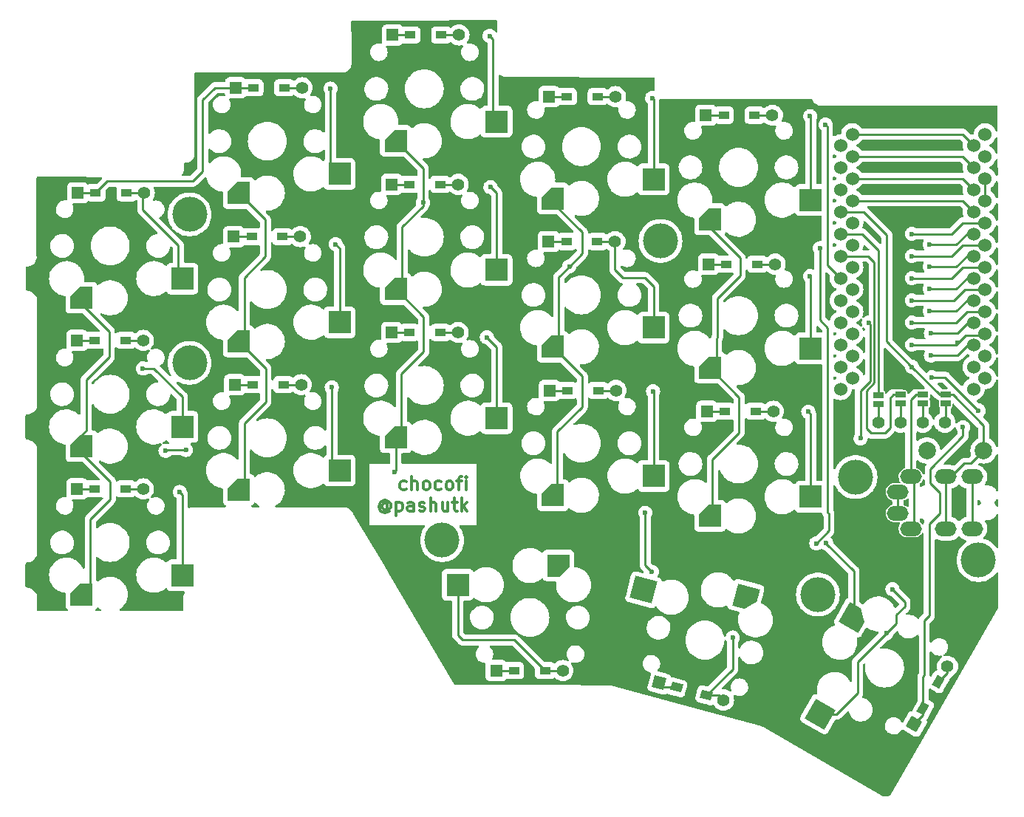
<source format=gbr>
G04 #@! TF.GenerationSoftware,KiCad,Pcbnew,(5.99.0-11177-g6c67dfa032)*
G04 #@! TF.CreationDate,2021-08-29T13:14:20+03:00*
G04 #@! TF.ProjectId,chocofi,63686f63-6f66-4692-9e6b-696361645f70,2.1*
G04 #@! TF.SameCoordinates,Original*
G04 #@! TF.FileFunction,Copper,L1,Top*
G04 #@! TF.FilePolarity,Positive*
%FSLAX46Y46*%
G04 Gerber Fmt 4.6, Leading zero omitted, Abs format (unit mm)*
G04 Created by KiCad (PCBNEW (5.99.0-11177-g6c67dfa032)) date 2021-08-29 13:14:20*
%MOMM*%
%LPD*%
G01*
G04 APERTURE LIST*
G04 Aperture macros list*
%AMRotRect*
0 Rectangle, with rotation*
0 The origin of the aperture is its center*
0 $1 length*
0 $2 width*
0 $3 Rotation angle, in degrees counterclockwise*
0 Add horizontal line*
21,1,$1,$2,0,0,$3*%
%AMOutline5P*
0 Free polygon, 5 corners , with rotation*
0 The origin of the aperture is its center*
0 number of corners: always 8*
0 $1 to $10 corner X, Y*
0 $11 Rotation angle, in degrees counterclockwise*
0 create outline with 8 corners*
4,1,5,$1,$2,$3,$4,$5,$6,$7,$8,$9,$10,$1,$2,$11*%
%AMOutline6P*
0 Free polygon, 6 corners , with rotation*
0 The origin of the aperture is its center*
0 number of corners: always 6*
0 $1 to $12 corner X, Y*
0 $13 Rotation angle, in degrees counterclockwise*
0 create outline with 6 corners*
4,1,6,$1,$2,$3,$4,$5,$6,$7,$8,$9,$10,$11,$12,$1,$2,$13*%
%AMOutline7P*
0 Free polygon, 7 corners , with rotation*
0 The origin of the aperture is its center*
0 number of corners: always 7*
0 $1 to $14 corner X, Y*
0 $15 Rotation angle, in degrees counterclockwise*
0 create outline with 7 corners*
4,1,7,$1,$2,$3,$4,$5,$6,$7,$8,$9,$10,$11,$12,$13,$14,$1,$2,$15*%
%AMOutline8P*
0 Free polygon, 8 corners , with rotation*
0 The origin of the aperture is its center*
0 number of corners: always 8*
0 $1 to $16 corner X, Y*
0 $17 Rotation angle, in degrees counterclockwise*
0 create outline with 8 corners*
4,1,8,$1,$2,$3,$4,$5,$6,$7,$8,$9,$10,$11,$12,$13,$14,$15,$16,$1,$2,$17*%
G04 Aperture macros list end*
%ADD10C,0.300000*%
G04 #@! TA.AperFunction,NonConductor*
%ADD11C,0.300000*%
G04 #@! TD*
G04 #@! TA.AperFunction,ComponentPad*
%ADD12R,1.397000X1.397000*%
G04 #@! TD*
G04 #@! TA.AperFunction,SMDPad,CuDef*
%ADD13R,1.300000X0.950000*%
G04 #@! TD*
G04 #@! TA.AperFunction,ComponentPad*
%ADD14C,1.397000*%
G04 #@! TD*
G04 #@! TA.AperFunction,SMDPad,CuDef*
%ADD15RotRect,1.300000X0.950000X345.000000*%
G04 #@! TD*
G04 #@! TA.AperFunction,ComponentPad*
%ADD16RotRect,1.397000X1.397000X345.000000*%
G04 #@! TD*
G04 #@! TA.AperFunction,ComponentPad*
%ADD17RotRect,1.397000X1.397000X60.000000*%
G04 #@! TD*
G04 #@! TA.AperFunction,SMDPad,CuDef*
%ADD18RotRect,1.300000X0.950000X60.000000*%
G04 #@! TD*
G04 #@! TA.AperFunction,ComponentPad*
%ADD19O,2.500000X1.700000*%
G04 #@! TD*
G04 #@! TA.AperFunction,SMDPad,CuDef*
%ADD20Outline5P,1.300000X1.300000X1.300000X-1.300000X-1.300000X-1.300000X-1.300000X0.130000X-0.130000X1.300000X0.000000*%
G04 #@! TD*
G04 #@! TA.AperFunction,SMDPad,CuDef*
%ADD21R,2.600000X2.600000*%
G04 #@! TD*
G04 #@! TA.AperFunction,SMDPad,CuDef*
%ADD22Outline5P,1.300000X1.300000X1.300000X-1.300000X-1.300000X-1.300000X-1.300000X0.130000X-0.130000X1.300000X180.000000*%
G04 #@! TD*
G04 #@! TA.AperFunction,SMDPad,CuDef*
%ADD23Outline5P,1.300000X1.300000X1.300000X-1.300000X-1.300000X-1.300000X-1.300000X0.130000X-0.130000X1.300000X165.000000*%
G04 #@! TD*
G04 #@! TA.AperFunction,SMDPad,CuDef*
%ADD24RotRect,2.600000X2.600000X165.000000*%
G04 #@! TD*
G04 #@! TA.AperFunction,SMDPad,CuDef*
%ADD25Outline5P,1.300000X1.300000X1.300000X-1.300000X-1.300000X-1.300000X-1.300000X0.130000X-0.130000X1.300000X240.000000*%
G04 #@! TD*
G04 #@! TA.AperFunction,SMDPad,CuDef*
%ADD26RotRect,2.600000X2.600000X240.000000*%
G04 #@! TD*
G04 #@! TA.AperFunction,ComponentPad*
%ADD27C,1.524000*%
G04 #@! TD*
G04 #@! TA.AperFunction,SMDPad,CuDef*
%ADD28R,1.143000X0.635000*%
G04 #@! TD*
G04 #@! TA.AperFunction,ComponentPad*
%ADD29C,2.000000*%
G04 #@! TD*
G04 #@! TA.AperFunction,ComponentPad*
%ADD30C,4.000000*%
G04 #@! TD*
G04 #@! TA.AperFunction,ViaPad*
%ADD31C,0.600000*%
G04 #@! TD*
G04 #@! TA.AperFunction,Conductor*
%ADD32C,0.250000*%
G04 #@! TD*
G04 APERTURE END LIST*
D10*
D11*
X119830714Y-98289642D02*
X119687857Y-98361071D01*
X119402142Y-98361071D01*
X119259285Y-98289642D01*
X119187857Y-98218214D01*
X119116428Y-98075357D01*
X119116428Y-97646785D01*
X119187857Y-97503928D01*
X119259285Y-97432500D01*
X119402142Y-97361071D01*
X119687857Y-97361071D01*
X119830714Y-97432500D01*
X120473571Y-98361071D02*
X120473571Y-96861071D01*
X121116428Y-98361071D02*
X121116428Y-97575357D01*
X121045000Y-97432500D01*
X120902142Y-97361071D01*
X120687857Y-97361071D01*
X120545000Y-97432500D01*
X120473571Y-97503928D01*
X122045000Y-98361071D02*
X121902142Y-98289642D01*
X121830714Y-98218214D01*
X121759285Y-98075357D01*
X121759285Y-97646785D01*
X121830714Y-97503928D01*
X121902142Y-97432500D01*
X122045000Y-97361071D01*
X122259285Y-97361071D01*
X122402142Y-97432500D01*
X122473571Y-97503928D01*
X122545000Y-97646785D01*
X122545000Y-98075357D01*
X122473571Y-98218214D01*
X122402142Y-98289642D01*
X122259285Y-98361071D01*
X122045000Y-98361071D01*
X123830714Y-98289642D02*
X123687857Y-98361071D01*
X123402142Y-98361071D01*
X123259285Y-98289642D01*
X123187857Y-98218214D01*
X123116428Y-98075357D01*
X123116428Y-97646785D01*
X123187857Y-97503928D01*
X123259285Y-97432500D01*
X123402142Y-97361071D01*
X123687857Y-97361071D01*
X123830714Y-97432500D01*
X124687857Y-98361071D02*
X124545000Y-98289642D01*
X124473571Y-98218214D01*
X124402142Y-98075357D01*
X124402142Y-97646785D01*
X124473571Y-97503928D01*
X124545000Y-97432500D01*
X124687857Y-97361071D01*
X124902142Y-97361071D01*
X125045000Y-97432500D01*
X125116428Y-97503928D01*
X125187857Y-97646785D01*
X125187857Y-98075357D01*
X125116428Y-98218214D01*
X125045000Y-98289642D01*
X124902142Y-98361071D01*
X124687857Y-98361071D01*
X125616428Y-97361071D02*
X126187857Y-97361071D01*
X125830714Y-98361071D02*
X125830714Y-97075357D01*
X125902142Y-96932500D01*
X126045000Y-96861071D01*
X126187857Y-96861071D01*
X126687857Y-98361071D02*
X126687857Y-97361071D01*
X126687857Y-96861071D02*
X126616428Y-96932500D01*
X126687857Y-97003928D01*
X126759285Y-96932500D01*
X126687857Y-96861071D01*
X126687857Y-97003928D01*
X117687857Y-100061785D02*
X117616428Y-99990357D01*
X117473571Y-99918928D01*
X117330714Y-99918928D01*
X117187857Y-99990357D01*
X117116428Y-100061785D01*
X117045000Y-100204642D01*
X117045000Y-100347500D01*
X117116428Y-100490357D01*
X117187857Y-100561785D01*
X117330714Y-100633214D01*
X117473571Y-100633214D01*
X117616428Y-100561785D01*
X117687857Y-100490357D01*
X117687857Y-99918928D02*
X117687857Y-100490357D01*
X117759285Y-100561785D01*
X117830714Y-100561785D01*
X117973571Y-100490357D01*
X118045000Y-100347500D01*
X118045000Y-99990357D01*
X117902142Y-99776071D01*
X117687857Y-99633214D01*
X117402142Y-99561785D01*
X117116428Y-99633214D01*
X116902142Y-99776071D01*
X116759285Y-99990357D01*
X116687857Y-100276071D01*
X116759285Y-100561785D01*
X116902142Y-100776071D01*
X117116428Y-100918928D01*
X117402142Y-100990357D01*
X117687857Y-100918928D01*
X117902142Y-100776071D01*
X118687857Y-99776071D02*
X118687857Y-101276071D01*
X118687857Y-99847500D02*
X118830714Y-99776071D01*
X119116428Y-99776071D01*
X119259285Y-99847500D01*
X119330714Y-99918928D01*
X119402142Y-100061785D01*
X119402142Y-100490357D01*
X119330714Y-100633214D01*
X119259285Y-100704642D01*
X119116428Y-100776071D01*
X118830714Y-100776071D01*
X118687857Y-100704642D01*
X120687857Y-100776071D02*
X120687857Y-99990357D01*
X120616428Y-99847500D01*
X120473571Y-99776071D01*
X120187857Y-99776071D01*
X120045000Y-99847500D01*
X120687857Y-100704642D02*
X120545000Y-100776071D01*
X120187857Y-100776071D01*
X120045000Y-100704642D01*
X119973571Y-100561785D01*
X119973571Y-100418928D01*
X120045000Y-100276071D01*
X120187857Y-100204642D01*
X120545000Y-100204642D01*
X120687857Y-100133214D01*
X121330714Y-100704642D02*
X121473571Y-100776071D01*
X121759285Y-100776071D01*
X121902142Y-100704642D01*
X121973571Y-100561785D01*
X121973571Y-100490357D01*
X121902142Y-100347500D01*
X121759285Y-100276071D01*
X121545000Y-100276071D01*
X121402142Y-100204642D01*
X121330714Y-100061785D01*
X121330714Y-99990357D01*
X121402142Y-99847500D01*
X121545000Y-99776071D01*
X121759285Y-99776071D01*
X121902142Y-99847500D01*
X122616428Y-100776071D02*
X122616428Y-99276071D01*
X123259285Y-100776071D02*
X123259285Y-99990357D01*
X123187857Y-99847500D01*
X123045000Y-99776071D01*
X122830714Y-99776071D01*
X122687857Y-99847500D01*
X122616428Y-99918928D01*
X124616428Y-99776071D02*
X124616428Y-100776071D01*
X123973571Y-99776071D02*
X123973571Y-100561785D01*
X124045000Y-100704642D01*
X124187857Y-100776071D01*
X124402142Y-100776071D01*
X124545000Y-100704642D01*
X124616428Y-100633214D01*
X125116428Y-99776071D02*
X125687857Y-99776071D01*
X125330714Y-99276071D02*
X125330714Y-100561785D01*
X125402142Y-100704642D01*
X125545000Y-100776071D01*
X125687857Y-100776071D01*
X126187857Y-100776071D02*
X126187857Y-99276071D01*
X126330714Y-100204642D02*
X126759285Y-100776071D01*
X126759285Y-99776071D02*
X126187857Y-100347500D01*
D12*
X82194400Y-64312800D03*
D13*
X84229400Y-64312800D03*
D14*
X89814400Y-64312800D03*
D13*
X87779400Y-64312800D03*
D12*
X100279200Y-52273200D03*
D13*
X102314200Y-52273200D03*
X105864200Y-52273200D03*
D14*
X107899200Y-52273200D03*
D12*
X118262400Y-46228000D03*
D13*
X120297400Y-46228000D03*
D14*
X125882400Y-46228000D03*
D13*
X123847400Y-46228000D03*
X138229800Y-53289200D03*
D12*
X136194800Y-53289200D03*
D14*
X143814800Y-53289200D03*
D13*
X141779800Y-53289200D03*
X156213000Y-55422800D03*
D12*
X154178000Y-55422800D03*
D13*
X159763000Y-55422800D03*
D14*
X161798000Y-55422800D03*
D12*
X82092800Y-81229200D03*
D13*
X84127800Y-81229200D03*
D14*
X89712800Y-81229200D03*
D13*
X87677800Y-81229200D03*
D12*
X100076000Y-69342000D03*
D13*
X102111000Y-69342000D03*
D14*
X107696000Y-69342000D03*
D13*
X105661000Y-69342000D03*
D12*
X118160800Y-63347600D03*
D13*
X120195800Y-63347600D03*
X123745800Y-63347600D03*
D14*
X125780800Y-63347600D03*
D12*
X136144000Y-69900800D03*
D13*
X138179000Y-69900800D03*
D14*
X143764000Y-69900800D03*
D13*
X141729000Y-69900800D03*
D12*
X154482800Y-72491600D03*
D13*
X156517800Y-72491600D03*
D14*
X162102800Y-72491600D03*
D13*
X160067800Y-72491600D03*
D12*
X82092800Y-98247200D03*
D13*
X84127800Y-98247200D03*
D14*
X89712800Y-98247200D03*
D13*
X87677800Y-98247200D03*
D12*
X100177600Y-86309200D03*
D13*
X102212600Y-86309200D03*
X105762600Y-86309200D03*
D14*
X107797600Y-86309200D03*
D13*
X120195800Y-80314800D03*
D12*
X118160800Y-80314800D03*
D13*
X123745800Y-80314800D03*
D14*
X125780800Y-80314800D03*
D12*
X136245600Y-86969600D03*
D13*
X138280600Y-86969600D03*
X141830600Y-86969600D03*
D14*
X143865600Y-86969600D03*
D13*
X156314600Y-89357200D03*
D12*
X154279600Y-89357200D03*
D14*
X161899600Y-89357200D03*
D13*
X159864600Y-89357200D03*
D12*
X130149600Y-119075200D03*
D13*
X132184600Y-119075200D03*
X135734600Y-119075200D03*
D14*
X137769600Y-119075200D03*
D15*
X150799764Y-121001192D03*
D16*
X148834105Y-120474495D03*
D14*
X156194459Y-122446697D03*
D15*
X154228800Y-121920000D03*
D17*
X178053166Y-125194992D03*
D18*
X179070666Y-123432630D03*
X180845666Y-120358240D03*
D14*
X181863166Y-118595878D03*
D19*
X176160000Y-101061000D03*
X176160000Y-98611000D03*
X184660000Y-102811000D03*
X184660000Y-96861000D03*
X181660000Y-96861000D03*
X181660000Y-102811000D03*
X177660000Y-96861000D03*
X177660000Y-102811000D03*
D20*
X82635000Y-76350000D03*
D21*
X94185000Y-74150000D03*
D20*
X100635000Y-64350000D03*
D21*
X112185000Y-62150000D03*
D20*
X118635000Y-58350000D03*
D21*
X130185000Y-56150000D03*
D20*
X136635000Y-64970000D03*
D21*
X148185000Y-62770000D03*
D20*
X154635000Y-67350000D03*
D21*
X166185000Y-65150000D03*
D20*
X82635000Y-93350000D03*
D21*
X94185000Y-91150000D03*
D20*
X100635000Y-81350000D03*
D21*
X112185000Y-79150000D03*
D20*
X118635000Y-75350000D03*
D21*
X130185000Y-73150000D03*
D20*
X136635000Y-81970000D03*
D21*
X148185000Y-79770000D03*
D20*
X154635000Y-84350000D03*
D21*
X166185000Y-82150000D03*
D20*
X82635000Y-110350000D03*
D21*
X94185000Y-108150000D03*
D20*
X100635000Y-98350000D03*
D21*
X112185000Y-96150000D03*
D20*
X118635000Y-92350000D03*
D21*
X130185000Y-90150000D03*
D20*
X136635000Y-98975000D03*
D21*
X148185000Y-96775000D03*
D20*
X154635000Y-101350000D03*
D21*
X166185000Y-99150000D03*
D22*
X137285000Y-107040000D03*
D21*
X125735000Y-109240000D03*
D23*
X158763380Y-110680374D03*
D24*
X147037535Y-109816051D03*
D25*
X171144649Y-112978767D03*
D26*
X167274905Y-124081360D03*
D27*
X169620000Y-58870400D03*
X186166400Y-57600400D03*
X186166400Y-60140400D03*
X169620000Y-61410400D03*
X186166400Y-62680400D03*
X169620000Y-63950400D03*
X186166400Y-65220400D03*
X169620000Y-66490400D03*
X169620000Y-69030400D03*
X186166400Y-67760400D03*
X169620000Y-71570400D03*
X186166400Y-70300400D03*
X169620000Y-74110400D03*
X186166400Y-72840400D03*
X169620000Y-76650400D03*
X186166400Y-75380400D03*
X186166400Y-77920400D03*
X169620000Y-79190400D03*
X186166400Y-80460400D03*
X169620000Y-81730400D03*
X186166400Y-83000400D03*
X169620000Y-84270400D03*
X186166400Y-85540400D03*
X169620000Y-86810400D03*
X170946400Y-85540400D03*
X184860000Y-86810400D03*
X170946400Y-83000400D03*
X184860000Y-84270400D03*
X184860000Y-81730400D03*
X170946400Y-80460400D03*
X184860000Y-79190400D03*
X170946400Y-77920400D03*
X184860000Y-76650400D03*
X170946400Y-75380400D03*
X184860000Y-74110400D03*
X170946400Y-72840400D03*
X184860000Y-71570400D03*
X170946400Y-70300400D03*
X170946400Y-67760400D03*
X184860000Y-69030400D03*
X184860000Y-66490400D03*
X170946400Y-65220400D03*
X184860000Y-63950400D03*
X170946400Y-62680400D03*
X170946400Y-60140400D03*
X184860000Y-61410400D03*
X184860000Y-58870400D03*
X170946400Y-57600400D03*
D28*
X179070000Y-87448020D03*
X179070000Y-88448780D03*
D14*
X173930000Y-90608400D03*
X176470000Y-90608400D03*
X179010000Y-90608400D03*
X181550000Y-90608400D03*
D28*
X176470000Y-87468020D03*
X176470000Y-88468780D03*
X173930000Y-87498020D03*
X173930000Y-88498780D03*
X181640000Y-87438420D03*
X181640000Y-88439180D03*
D29*
X186003000Y-93853000D03*
X179503000Y-93853000D03*
D30*
X171323000Y-96901000D03*
X185420000Y-106426000D03*
X95000000Y-66802000D03*
X148971000Y-69850000D03*
X123952000Y-104140000D03*
X167005000Y-110363000D03*
X95000000Y-83820000D03*
D31*
X177800000Y-74110400D03*
X167894000Y-56515000D03*
X177800000Y-76650400D03*
X94185000Y-74150000D03*
X171907200Y-92456000D03*
X172855490Y-79190400D03*
X177800000Y-79190400D03*
X112185000Y-62150000D03*
X111150400Y-52374800D03*
X183032400Y-81534000D03*
X177800000Y-81730400D03*
X183642000Y-91186000D03*
X129387600Y-46329600D03*
X130185000Y-56150000D03*
X148031200Y-53441600D03*
X148185000Y-62770000D03*
X166116000Y-55524400D03*
X166185000Y-65150000D03*
X94185000Y-91150000D03*
X89662000Y-84455000D03*
X112185000Y-79150000D03*
X111760000Y-70205600D03*
X130185000Y-73150000D03*
X129489200Y-63652400D03*
X148185000Y-79770000D03*
X166185000Y-82150000D03*
X166116000Y-73863200D03*
X94185000Y-108150000D03*
X93878400Y-98602800D03*
X112185000Y-96150000D03*
X111302800Y-86614000D03*
X130185000Y-90150000D03*
X129082800Y-80873600D03*
X148185000Y-96775000D03*
X148132800Y-87071200D03*
X166185000Y-99150000D03*
X165912800Y-89408000D03*
X125735000Y-109240000D03*
X147037535Y-109816051D03*
X157251400Y-115290600D03*
X174866300Y-114795300D03*
X175549905Y-109748640D03*
X177800000Y-84268400D03*
X179832000Y-70256400D03*
X94589600Y-93776800D03*
X179832000Y-72796400D03*
X167233600Y-70662800D03*
X166830000Y-104495600D03*
X82635000Y-110350000D03*
X92252800Y-93878400D03*
X82635000Y-93350000D03*
X82635000Y-76350000D03*
X100635000Y-64350000D03*
X179832000Y-75336400D03*
X100635000Y-81350000D03*
X100635000Y-98350000D03*
X179832000Y-77876400D03*
X137285000Y-107040000D03*
X118635000Y-58350000D03*
X118635000Y-92350000D03*
X118635000Y-75350000D03*
X118480000Y-96334500D03*
X121767600Y-65430400D03*
X158763380Y-110680374D03*
X136635000Y-98975000D03*
X136635000Y-64970000D03*
X147980400Y-107746800D03*
X179959000Y-80416400D03*
X136635000Y-81970000D03*
X147218400Y-100990400D03*
X138531600Y-72745600D03*
X171144649Y-112978767D03*
X154635000Y-101350000D03*
X154635000Y-67350000D03*
X154635000Y-84350000D03*
X179959000Y-82956400D03*
X167970000Y-104480000D03*
X185420000Y-89281000D03*
X180086000Y-85471000D03*
X177800000Y-71570400D03*
X177800000Y-69030400D03*
D32*
X96520000Y-53644800D02*
X97891600Y-52273200D01*
X118262400Y-46228000D02*
X120297400Y-46228000D01*
X154178000Y-55422800D02*
X156213000Y-55422800D01*
X138229800Y-53289200D02*
X136194800Y-53289200D01*
X85550200Y-62992000D02*
X84229400Y-64312800D01*
X167894000Y-56515000D02*
X168097200Y-56718200D01*
X183598000Y-72840400D02*
X182328000Y-74110400D01*
X168097200Y-72587600D02*
X169620000Y-74110400D01*
X102314200Y-52273200D02*
X100279200Y-52273200D01*
X96520000Y-53644800D02*
X96520000Y-61849000D01*
X95377000Y-62992000D02*
X85550200Y-62992000D01*
X97891600Y-52273200D02*
X100279200Y-52273200D01*
X96520000Y-61849000D02*
X95377000Y-62992000D01*
X186166400Y-72840400D02*
X183598000Y-72840400D01*
X168097200Y-56718200D02*
X168097200Y-72587600D01*
X84229400Y-64312800D02*
X82194400Y-64312800D01*
X182328000Y-74110400D02*
X177800000Y-74110400D01*
X186166400Y-75380400D02*
X183852000Y-75380400D01*
X182582000Y-76650400D02*
X177800000Y-76650400D01*
X138179000Y-69900800D02*
X136144000Y-69900800D01*
X183852000Y-75380400D02*
X182582000Y-76650400D01*
X102111000Y-69342000D02*
X100076000Y-69342000D01*
X120195800Y-63347600D02*
X118160800Y-63347600D01*
X84127800Y-81229200D02*
X82092800Y-81229200D01*
X156517800Y-72491600D02*
X154482800Y-72491600D01*
X89662000Y-66294000D02*
X89662000Y-64465200D01*
X93726000Y-70358000D02*
X89662000Y-66294000D01*
X93726000Y-73691000D02*
X93726000Y-70358000D01*
X94185000Y-74150000D02*
X93726000Y-73691000D01*
X89662000Y-64465200D02*
X89814400Y-64312800D01*
X87779400Y-64312800D02*
X89814400Y-64312800D01*
X156314600Y-89357200D02*
X154279600Y-89357200D01*
X173030470Y-79365380D02*
X172855490Y-79190400D01*
X182836000Y-79190400D02*
X177800000Y-79190400D01*
X171907200Y-87025482D02*
X173030470Y-85902212D01*
X84127800Y-98247200D02*
X82092800Y-98247200D01*
X184106000Y-77920400D02*
X182836000Y-79190400D01*
X138280600Y-86969600D02*
X136245600Y-86969600D01*
X171907200Y-92456000D02*
X171907200Y-87025482D01*
X186166400Y-77920400D02*
X184106000Y-77920400D01*
X120195800Y-80314800D02*
X118160800Y-80314800D01*
X173030470Y-85902212D02*
X173030470Y-79365380D01*
X102212600Y-86309200D02*
X100177600Y-86309200D01*
X111150400Y-61115400D02*
X112185000Y-62150000D01*
X105864200Y-52273200D02*
X107899200Y-52273200D01*
X111150400Y-52374800D02*
X111150400Y-61115400D01*
X185983401Y-80643399D02*
X186166400Y-80460400D01*
X183923001Y-80643399D02*
X185983401Y-80643399D01*
X177800000Y-81730400D02*
X182836000Y-81730400D01*
X180975000Y-101092000D02*
X179781200Y-102285800D01*
X180975000Y-98679000D02*
X180975000Y-101092000D01*
X179781200Y-102285800D02*
X179781200Y-112776000D01*
X179882800Y-95961200D02*
X179882800Y-97586800D01*
X150799764Y-121001192D02*
X149360802Y-121001192D01*
X179781200Y-112776000D02*
X179197000Y-113360200D01*
X182836000Y-81730400D02*
X183923001Y-80643399D01*
X179070666Y-124177492D02*
X178053166Y-125194992D01*
X179197000Y-119634000D02*
X179070666Y-119760334D01*
X179197000Y-113360200D02*
X179197000Y-119634000D01*
X149360802Y-121001192D02*
X148834105Y-120474495D01*
X183642000Y-92202000D02*
X179882800Y-95961200D01*
X179070666Y-123432630D02*
X179070666Y-124177492D01*
X179882800Y-97586800D02*
X180975000Y-98679000D01*
X132184600Y-119075200D02*
X130149600Y-119075200D01*
X179070666Y-119760334D02*
X179070666Y-123432630D01*
X183642000Y-91186000D02*
X183642000Y-92202000D01*
X129794000Y-46736000D02*
X129794000Y-55759000D01*
X129794000Y-55759000D02*
X130185000Y-56150000D01*
X129387600Y-46329600D02*
X129794000Y-46736000D01*
X123847400Y-46228000D02*
X125882400Y-46228000D01*
X148185000Y-53595400D02*
X148185000Y-62770000D01*
X148031200Y-53441600D02*
X148185000Y-53595400D01*
X141779800Y-53289200D02*
X143814800Y-53289200D01*
X166185000Y-55593400D02*
X166116000Y-55524400D01*
X159763000Y-55422800D02*
X161798000Y-55422800D01*
X166185000Y-65150000D02*
X166185000Y-55593400D01*
X87677800Y-81229200D02*
X89712800Y-81229200D01*
X94185000Y-87708000D02*
X94185000Y-91150000D01*
X90932000Y-84455000D02*
X94185000Y-87708000D01*
X89662000Y-84455000D02*
X90932000Y-84455000D01*
X111760000Y-70205600D02*
X112185000Y-70630600D01*
X105661000Y-69342000D02*
X107696000Y-69342000D01*
X112185000Y-70630600D02*
X112185000Y-79150000D01*
X130185000Y-64348200D02*
X130185000Y-73150000D01*
X123745800Y-63347600D02*
X125780800Y-63347600D01*
X129489200Y-63652400D02*
X130185000Y-64348200D01*
X143764000Y-69900800D02*
X143764000Y-73152000D01*
X148185000Y-75033000D02*
X148185000Y-79770000D01*
X144653000Y-74041000D02*
X147193000Y-74041000D01*
X147193000Y-74041000D02*
X148185000Y-75033000D01*
X143764000Y-73152000D02*
X144653000Y-74041000D01*
X141729000Y-69900800D02*
X143764000Y-69900800D01*
X166185000Y-73932200D02*
X166185000Y-82150000D01*
X166116000Y-73863200D02*
X166185000Y-73932200D01*
X160067800Y-72491600D02*
X162102800Y-72491600D01*
X94185000Y-98909400D02*
X94185000Y-108150000D01*
X87677800Y-98247200D02*
X89712800Y-98247200D01*
X93878400Y-98602800D02*
X94185000Y-98909400D01*
X111302800Y-95267800D02*
X112185000Y-96150000D01*
X111302800Y-86614000D02*
X111302800Y-95267800D01*
X105762600Y-86309200D02*
X107797600Y-86309200D01*
X123745800Y-80314800D02*
X125780800Y-80314800D01*
X130185000Y-81975800D02*
X130185000Y-90150000D01*
X129082800Y-80873600D02*
X130185000Y-81975800D01*
X148185000Y-87123400D02*
X148185000Y-96775000D01*
X141830600Y-86969600D02*
X143865600Y-86969600D01*
X148132800Y-87071200D02*
X148185000Y-87123400D01*
X166185000Y-89680200D02*
X166185000Y-99150000D01*
X165912800Y-89408000D02*
X166185000Y-89680200D01*
X159864600Y-89357200D02*
X161899600Y-89357200D01*
X126288800Y-115570000D02*
X125735000Y-115016200D01*
X135734600Y-119075200D02*
X137769600Y-119075200D01*
X125735000Y-115016200D02*
X125735000Y-109240000D01*
X135734600Y-119075200D02*
X132229400Y-115570000D01*
X132229400Y-115570000D02*
X126288800Y-115570000D01*
X157251400Y-118897400D02*
X157251400Y-115290600D01*
X154228800Y-121920000D02*
X155667762Y-121920000D01*
X155667762Y-121920000D02*
X156194459Y-122446697D01*
X154228800Y-121920000D02*
X157251400Y-118897400D01*
X171551600Y-118110000D02*
X174866300Y-114795300D01*
X171551600Y-121666000D02*
X171551600Y-118110000D01*
X174866300Y-114795300D02*
X176022000Y-113639600D01*
X181863166Y-118595878D02*
X181863166Y-119340740D01*
X169136240Y-124081360D02*
X171551600Y-121666000D01*
X176022000Y-112674400D02*
X176987200Y-111709200D01*
X176022000Y-113639600D02*
X176022000Y-112674400D01*
X176987200Y-111185935D02*
X175549905Y-109748640D01*
X167274905Y-124081360D02*
X169136240Y-124081360D01*
X176987200Y-111709200D02*
X176987200Y-111185935D01*
X181863166Y-119340740D02*
X180845666Y-120358240D01*
X172222000Y-66490400D02*
X169620000Y-66490400D01*
X186003000Y-93853000D02*
X184507600Y-95348400D01*
X186003000Y-90979920D02*
X186003000Y-93853000D01*
X183590000Y-60140400D02*
X184860000Y-61410400D01*
X180970020Y-87438420D02*
X177800000Y-84268400D01*
X170946400Y-60140400D02*
X183590000Y-60140400D01*
X182287400Y-96861000D02*
X181660000Y-96861000D01*
X177800000Y-84268400D02*
X174902010Y-81370410D01*
X184507600Y-95348400D02*
X183800000Y-95348400D01*
X174902010Y-69170410D02*
X172222000Y-66490400D01*
X181640000Y-87438420D02*
X182461500Y-87438420D01*
X186166400Y-62680400D02*
X186166400Y-65220400D01*
X183800000Y-95348400D02*
X182287400Y-96861000D01*
X181660000Y-96861000D02*
X181660000Y-102811000D01*
X182461500Y-87438420D02*
X186003000Y-90979920D01*
X174902010Y-81370410D02*
X174902010Y-69170410D01*
X181640000Y-87438420D02*
X180970020Y-87438420D01*
X177660000Y-96861000D02*
X177660000Y-88036520D01*
X177660000Y-88036520D02*
X178248500Y-87448020D01*
X178248500Y-87448020D02*
X179070000Y-87448020D01*
X177660000Y-96861000D02*
X178054000Y-97255000D01*
X178054000Y-102417000D02*
X177660000Y-102811000D01*
X183590000Y-65220400D02*
X184860000Y-66490400D01*
X178054000Y-97255000D02*
X178054000Y-102417000D01*
X170946400Y-65220400D02*
X183590000Y-65220400D01*
X177660000Y-102811000D02*
X178257400Y-102811000D01*
X178257400Y-102811000D02*
X178300000Y-102768400D01*
X184106000Y-69030400D02*
X182880000Y-70256400D01*
X184733000Y-69030400D02*
X184106000Y-69030400D01*
X182880000Y-70256400D02*
X179832000Y-70256400D01*
X179832000Y-70256400D02*
X179832000Y-70256400D01*
X182880000Y-72796400D02*
X179832000Y-72796400D01*
X184106000Y-71570400D02*
X182880000Y-72796400D01*
X184733000Y-71570400D02*
X184106000Y-71570400D01*
X179832000Y-72796400D02*
X179832000Y-72796400D01*
X82635000Y-92066200D02*
X82635000Y-93350000D01*
X92252800Y-93878400D02*
X92354400Y-93776800D01*
X85902800Y-97383600D02*
X85902800Y-99466400D01*
X82635000Y-93350000D02*
X82635000Y-94115800D01*
X85801200Y-80213200D02*
X85801200Y-83108800D01*
X85801200Y-83108800D02*
X83159600Y-85750400D01*
X85902800Y-99466400D02*
X83616800Y-101752400D01*
X82635000Y-76350000D02*
X82635000Y-77047000D01*
X83159600Y-85750400D02*
X83159600Y-91541600D01*
X168148000Y-79806800D02*
X167233600Y-78892400D01*
X83159600Y-91541600D02*
X82635000Y-92066200D01*
X82635000Y-94115800D02*
X85902800Y-97383600D01*
X83616800Y-109368200D02*
X82635000Y-110350000D01*
X168275000Y-103050600D02*
X168275000Y-101092000D01*
X83616800Y-101752400D02*
X83616800Y-109368200D01*
X168275000Y-101092000D02*
X168148000Y-100965000D01*
X167233600Y-78892400D02*
X167233600Y-70662800D01*
X82635000Y-77047000D02*
X85801200Y-80213200D01*
X168148000Y-100965000D02*
X168148000Y-79806800D01*
X166830000Y-104495600D02*
X168275000Y-103050600D01*
X92354400Y-93776800D02*
X94589600Y-93776800D01*
X182880000Y-75336400D02*
X179832000Y-75336400D01*
X184733000Y-74110400D02*
X184106000Y-74110400D01*
X184106000Y-74110400D02*
X182880000Y-75336400D01*
X179832000Y-75336400D02*
X179832000Y-75336400D01*
X101295200Y-97689800D02*
X100635000Y-98350000D01*
X101295200Y-74015600D02*
X101295200Y-80689800D01*
X101295200Y-80689800D02*
X100635000Y-81350000D01*
X103733600Y-84448600D02*
X103733600Y-88290400D01*
X101295200Y-90728800D02*
X101295200Y-97689800D01*
X100635000Y-81350000D02*
X103733600Y-84448600D01*
X100635000Y-64350000D02*
X103682800Y-67397800D01*
X103733600Y-88290400D02*
X101295200Y-90728800D01*
X103682800Y-71628000D02*
X101295200Y-74015600D01*
X103682800Y-67397800D02*
X103682800Y-71628000D01*
X182880000Y-77876400D02*
X179832000Y-77876400D01*
X184106000Y-76650400D02*
X182880000Y-77876400D01*
X184733000Y-76650400D02*
X184106000Y-76650400D01*
X179832000Y-77876400D02*
X179832000Y-77876400D01*
X119278400Y-85090000D02*
X119278400Y-91706600D01*
X118635000Y-75350000D02*
X121818400Y-78533400D01*
X118635000Y-96179500D02*
X118635000Y-92350000D01*
X121767600Y-65836800D02*
X119380000Y-68224400D01*
X119278400Y-91706600D02*
X118635000Y-92350000D01*
X121818400Y-82550000D02*
X119278400Y-85090000D01*
X121767600Y-65430400D02*
X121767600Y-65836800D01*
X118480000Y-96334500D02*
X118635000Y-96179500D01*
X118635000Y-58350000D02*
X121767600Y-61482600D01*
X119380000Y-68224400D02*
X119380000Y-74605000D01*
X119380000Y-74605000D02*
X118635000Y-75350000D01*
X121767600Y-61482600D02*
X121767600Y-65430400D01*
X121818400Y-78533400D02*
X121818400Y-82550000D01*
X179959000Y-80416400D02*
X179959000Y-80416400D01*
X147218400Y-106984800D02*
X147980400Y-107746800D01*
X137160000Y-91694000D02*
X137160000Y-98450000D01*
X138531600Y-72745600D02*
X137312400Y-73964800D01*
X140004800Y-88849200D02*
X137160000Y-91694000D01*
X136635000Y-65464200D02*
X140004800Y-68834000D01*
X184233000Y-79190400D02*
X183007000Y-80416400D01*
X140004800Y-68834000D02*
X140004800Y-71272400D01*
X184860000Y-79190400D02*
X184233000Y-79190400D01*
X136635000Y-81970000D02*
X140004800Y-85339800D01*
X140004800Y-85339800D02*
X140004800Y-88849200D01*
X137312400Y-73964800D02*
X137312400Y-81292600D01*
X140004800Y-71272400D02*
X138531600Y-72745600D01*
X183007000Y-80416400D02*
X179959000Y-80416400D01*
X137160000Y-98450000D02*
X136635000Y-98975000D01*
X137312400Y-81292600D02*
X136635000Y-81970000D01*
X136635000Y-64970000D02*
X136635000Y-65464200D01*
X147218400Y-100990400D02*
X147218400Y-106984800D01*
X183007000Y-82956400D02*
X179959000Y-82956400D01*
X184233000Y-81730400D02*
X183007000Y-82956400D01*
X184860000Y-81730400D02*
X184233000Y-81730400D01*
X179959000Y-82956400D02*
X179959000Y-82956400D01*
X154940000Y-101045000D02*
X154635000Y-101350000D01*
X167970000Y-104530000D02*
X171144649Y-107704649D01*
X167970000Y-104480000D02*
X167970000Y-104530000D01*
X158089600Y-73812400D02*
X155498800Y-76403200D01*
X154940000Y-94843600D02*
X154940000Y-101045000D01*
X154635000Y-84378600D02*
X157988000Y-87731600D01*
X154635000Y-68325800D02*
X158089600Y-71780400D01*
X157988000Y-91795600D02*
X154940000Y-94843600D01*
X155397200Y-80975200D02*
X155397200Y-83587800D01*
X154635000Y-84350000D02*
X154635000Y-84378600D01*
X155397200Y-83587800D02*
X154635000Y-84350000D01*
X171144649Y-107704649D02*
X171144649Y-112978767D01*
X157988000Y-87731600D02*
X157988000Y-91795600D01*
X155498800Y-76403200D02*
X155498800Y-80873600D01*
X158089600Y-71780400D02*
X158089600Y-73812400D01*
X155498800Y-80873600D02*
X155397200Y-80975200D01*
X154635000Y-67350000D02*
X154635000Y-68325800D01*
X184660000Y-96861000D02*
X184660000Y-102811000D01*
X183590000Y-62680400D02*
X184860000Y-63950400D01*
X170946400Y-62680400D02*
X183590000Y-62680400D01*
X180086000Y-85471000D02*
X181610000Y-85471000D01*
X181610000Y-85471000D02*
X185420000Y-89281000D01*
X175300000Y-87816520D02*
X175300000Y-91268400D01*
X173078000Y-91846400D02*
X172593000Y-91361400D01*
X172593000Y-91361400D02*
X172593000Y-86975400D01*
X175300000Y-91268400D02*
X174722000Y-91846400D01*
X175648500Y-87468020D02*
X175300000Y-87816520D01*
X186166400Y-70300400D02*
X183598000Y-70300400D01*
X174722000Y-91846400D02*
X173078000Y-91846400D01*
X172802000Y-71570400D02*
X169620000Y-71570400D01*
X173479990Y-86088410D02*
X173479990Y-72248390D01*
X176470000Y-87468020D02*
X175648500Y-87468020D01*
X173479990Y-72248390D02*
X172802000Y-71570400D01*
X172593000Y-86975400D02*
X173479990Y-86088410D01*
X183598000Y-70300400D02*
X182328000Y-71570400D01*
X182328000Y-71570400D02*
X177800000Y-71570400D01*
X172062000Y-69030400D02*
X169620000Y-69030400D01*
X173930000Y-70898400D02*
X172062000Y-69030400D01*
X183598000Y-67760400D02*
X182328000Y-69030400D01*
X186166400Y-67760400D02*
X183598000Y-67760400D01*
X182328000Y-69030400D02*
X177800000Y-69030400D01*
X173930000Y-87498020D02*
X173930000Y-70898400D01*
X173930000Y-88498780D02*
X173930000Y-90608400D01*
X176470000Y-88468780D02*
X176470000Y-90608400D01*
X181640000Y-88439180D02*
X181640000Y-90518400D01*
X181640000Y-90518400D02*
X181550000Y-90608400D01*
X179070000Y-88448780D02*
X179070000Y-90548400D01*
X179070000Y-90548400D02*
X179010000Y-90608400D01*
X176160000Y-101061000D02*
X176160000Y-98611000D01*
X183590000Y-57600400D02*
X184860000Y-58870400D01*
X170946400Y-57600400D02*
X183590000Y-57600400D01*
G04 #@! TA.AperFunction,NonConductor*
G36*
X183343527Y-58253902D02*
G01*
X183364501Y-58270805D01*
X183581874Y-58488178D01*
X183615900Y-58550490D01*
X183614486Y-58609884D01*
X183604022Y-58648937D01*
X183584647Y-58870400D01*
X183604022Y-59091863D01*
X183634249Y-59204671D01*
X183654401Y-59279877D01*
X183661560Y-59306596D01*
X183663883Y-59311578D01*
X183663885Y-59311583D01*
X183671267Y-59327414D01*
X183681928Y-59397605D01*
X183652948Y-59462418D01*
X183593528Y-59501274D01*
X183568910Y-59506105D01*
X183567183Y-59506269D01*
X183566395Y-59506343D01*
X183554560Y-59506900D01*
X172119404Y-59506900D01*
X172051283Y-59486898D01*
X172016191Y-59453171D01*
X171926536Y-59325130D01*
X171926534Y-59325127D01*
X171923377Y-59320619D01*
X171766181Y-59163423D01*
X171761673Y-59160266D01*
X171761670Y-59160264D01*
X171651731Y-59083284D01*
X171584077Y-59035912D01*
X171579095Y-59033589D01*
X171579090Y-59033586D01*
X171474027Y-58984595D01*
X171420742Y-58937678D01*
X171401281Y-58869401D01*
X171421823Y-58801441D01*
X171474027Y-58756205D01*
X171579090Y-58707214D01*
X171579095Y-58707211D01*
X171584077Y-58704888D01*
X171685905Y-58633587D01*
X171761670Y-58580536D01*
X171761673Y-58580534D01*
X171766181Y-58577377D01*
X171923377Y-58420181D01*
X171939857Y-58396646D01*
X172016191Y-58287629D01*
X172071648Y-58243301D01*
X172119404Y-58233900D01*
X183275406Y-58233900D01*
X183343527Y-58253902D01*
G37*
G04 #@! TD.AperFunction*
G04 #@! TA.AperFunction,NonConductor*
G36*
X187541695Y-57932666D02*
G01*
X187596443Y-57977868D01*
X187618097Y-58048288D01*
X187620791Y-59702155D01*
X187600900Y-59770308D01*
X187547320Y-59816888D01*
X187477063Y-59827107D01*
X187412434Y-59797719D01*
X187373084Y-59734971D01*
X187366263Y-59709514D01*
X187366262Y-59709512D01*
X187364840Y-59704204D01*
X187362517Y-59699222D01*
X187273214Y-59507711D01*
X187273211Y-59507706D01*
X187270888Y-59502724D01*
X187247183Y-59468869D01*
X187146536Y-59325130D01*
X187146534Y-59325127D01*
X187143377Y-59320619D01*
X186986181Y-59163423D01*
X186981673Y-59160266D01*
X186981670Y-59160264D01*
X186871731Y-59083284D01*
X186804077Y-59035912D01*
X186799095Y-59033589D01*
X186799090Y-59033586D01*
X186694027Y-58984595D01*
X186640742Y-58937678D01*
X186621281Y-58869401D01*
X186641823Y-58801441D01*
X186694027Y-58756205D01*
X186799090Y-58707214D01*
X186799095Y-58707211D01*
X186804077Y-58704888D01*
X186905905Y-58633587D01*
X186981670Y-58580536D01*
X186981673Y-58580534D01*
X186986181Y-58577377D01*
X187143377Y-58420181D01*
X187159857Y-58396646D01*
X187267731Y-58242585D01*
X187267732Y-58242583D01*
X187270888Y-58238076D01*
X187273211Y-58233094D01*
X187273214Y-58233089D01*
X187362517Y-58041578D01*
X187362518Y-58041577D01*
X187364840Y-58036596D01*
X187366262Y-58031291D01*
X187366264Y-58031284D01*
X187370390Y-58015883D01*
X187407341Y-57955260D01*
X187471201Y-57924238D01*
X187541695Y-57932666D01*
G37*
G04 #@! TD.AperFunction*
G04 #@! TA.AperFunction,NonConductor*
G36*
X168928970Y-59937529D02*
G01*
X168982323Y-59974888D01*
X168987305Y-59977211D01*
X168987310Y-59977214D01*
X169092373Y-60026205D01*
X169145658Y-60073122D01*
X169165119Y-60141399D01*
X169144577Y-60209359D01*
X169092373Y-60254595D01*
X168987311Y-60303586D01*
X168987306Y-60303589D01*
X168982324Y-60305912D01*
X168977816Y-60309069D01*
X168977810Y-60309072D01*
X168928970Y-60343270D01*
X168861696Y-60365958D01*
X168792836Y-60348673D01*
X168744252Y-60296903D01*
X168730700Y-60240057D01*
X168730700Y-60040743D01*
X168750702Y-59972622D01*
X168804358Y-59926129D01*
X168874632Y-59916025D01*
X168928970Y-59937529D01*
G37*
G04 #@! TD.AperFunction*
G04 #@! TA.AperFunction,NonConductor*
G36*
X183343527Y-60793902D02*
G01*
X183364501Y-60810805D01*
X183581874Y-61028178D01*
X183615900Y-61090490D01*
X183614486Y-61149884D01*
X183604022Y-61188937D01*
X183584647Y-61410400D01*
X183604022Y-61631863D01*
X183661560Y-61846596D01*
X183663883Y-61851578D01*
X183663885Y-61851583D01*
X183671267Y-61867414D01*
X183681928Y-61937605D01*
X183652948Y-62002418D01*
X183593528Y-62041274D01*
X183568910Y-62046105D01*
X183567183Y-62046269D01*
X183566395Y-62046343D01*
X183554560Y-62046900D01*
X172119404Y-62046900D01*
X172051283Y-62026898D01*
X172016191Y-61993171D01*
X171926536Y-61865130D01*
X171926534Y-61865127D01*
X171923377Y-61860619D01*
X171766181Y-61703423D01*
X171761673Y-61700266D01*
X171761670Y-61700264D01*
X171611183Y-61594892D01*
X171584077Y-61575912D01*
X171579095Y-61573589D01*
X171579090Y-61573586D01*
X171474027Y-61524595D01*
X171420742Y-61477678D01*
X171401281Y-61409401D01*
X171421823Y-61341441D01*
X171474027Y-61296205D01*
X171579090Y-61247214D01*
X171579095Y-61247211D01*
X171584077Y-61244888D01*
X171693049Y-61168585D01*
X171761670Y-61120536D01*
X171761673Y-61120534D01*
X171766181Y-61117377D01*
X171923377Y-60960181D01*
X171930993Y-60949305D01*
X172016191Y-60827629D01*
X172071648Y-60783301D01*
X172119404Y-60773900D01*
X183275406Y-60773900D01*
X183343527Y-60793902D01*
G37*
G04 #@! TD.AperFunction*
G04 #@! TA.AperFunction,NonConductor*
G36*
X187545811Y-60457320D02*
G01*
X187600558Y-60502523D01*
X187622210Y-60572940D01*
X187624954Y-62257690D01*
X187605063Y-62325843D01*
X187551483Y-62372423D01*
X187481225Y-62382642D01*
X187416597Y-62353254D01*
X187377248Y-62290507D01*
X187366266Y-62249522D01*
X187366262Y-62249511D01*
X187364840Y-62244204D01*
X187362517Y-62239222D01*
X187273214Y-62047711D01*
X187273211Y-62047706D01*
X187270888Y-62042724D01*
X187259807Y-62026898D01*
X187146536Y-61865130D01*
X187146534Y-61865127D01*
X187143377Y-61860619D01*
X186986181Y-61703423D01*
X186981673Y-61700266D01*
X186981670Y-61700264D01*
X186831183Y-61594892D01*
X186804077Y-61575912D01*
X186799095Y-61573589D01*
X186799090Y-61573586D01*
X186694027Y-61524595D01*
X186640742Y-61477678D01*
X186621281Y-61409401D01*
X186641823Y-61341441D01*
X186694027Y-61296205D01*
X186799090Y-61247214D01*
X186799095Y-61247211D01*
X186804077Y-61244888D01*
X186913049Y-61168585D01*
X186981670Y-61120536D01*
X186981673Y-61120534D01*
X186986181Y-61117377D01*
X187143377Y-60960181D01*
X187150993Y-60949305D01*
X187267731Y-60782585D01*
X187267732Y-60782583D01*
X187270888Y-60778076D01*
X187273211Y-60773094D01*
X187273214Y-60773089D01*
X187362517Y-60581578D01*
X187362518Y-60581577D01*
X187364840Y-60576596D01*
X187366263Y-60571286D01*
X187366265Y-60571280D01*
X187374504Y-60540533D01*
X187411456Y-60479911D01*
X187475317Y-60448890D01*
X187545811Y-60457320D01*
G37*
G04 #@! TD.AperFunction*
G04 #@! TA.AperFunction,NonConductor*
G36*
X168928970Y-62477529D02*
G01*
X168982323Y-62514888D01*
X168987305Y-62517211D01*
X168987310Y-62517214D01*
X169092373Y-62566205D01*
X169145658Y-62613122D01*
X169165119Y-62681399D01*
X169144577Y-62749359D01*
X169092373Y-62794595D01*
X168987311Y-62843586D01*
X168987306Y-62843589D01*
X168982324Y-62845912D01*
X168977816Y-62849069D01*
X168977810Y-62849072D01*
X168928970Y-62883270D01*
X168861696Y-62905958D01*
X168792836Y-62888673D01*
X168744252Y-62836903D01*
X168730700Y-62780057D01*
X168730700Y-62580743D01*
X168750702Y-62512622D01*
X168804358Y-62466129D01*
X168874632Y-62456025D01*
X168928970Y-62477529D01*
G37*
G04 #@! TD.AperFunction*
G04 #@! TA.AperFunction,NonConductor*
G36*
X183343527Y-63333902D02*
G01*
X183364501Y-63350805D01*
X183581874Y-63568178D01*
X183615900Y-63630490D01*
X183614486Y-63689884D01*
X183610347Y-63705330D01*
X183604022Y-63728937D01*
X183584647Y-63950400D01*
X183604022Y-64171863D01*
X183633844Y-64283160D01*
X183658390Y-64374764D01*
X183661560Y-64386596D01*
X183663883Y-64391578D01*
X183663885Y-64391583D01*
X183671267Y-64407414D01*
X183681928Y-64477605D01*
X183652948Y-64542418D01*
X183593528Y-64581274D01*
X183568910Y-64586105D01*
X183567183Y-64586269D01*
X183566395Y-64586343D01*
X183554560Y-64586900D01*
X172119404Y-64586900D01*
X172051283Y-64566898D01*
X172016191Y-64533171D01*
X171926536Y-64405130D01*
X171926534Y-64405127D01*
X171923377Y-64400619D01*
X171766181Y-64243423D01*
X171761673Y-64240266D01*
X171761670Y-64240264D01*
X171663983Y-64171863D01*
X171584077Y-64115912D01*
X171579095Y-64113589D01*
X171579090Y-64113586D01*
X171482727Y-64068652D01*
X171474027Y-64064595D01*
X171420742Y-64017678D01*
X171401281Y-63949401D01*
X171421823Y-63881441D01*
X171474027Y-63836205D01*
X171579090Y-63787214D01*
X171579095Y-63787211D01*
X171584077Y-63784888D01*
X171697697Y-63705330D01*
X171761670Y-63660536D01*
X171761673Y-63660534D01*
X171766181Y-63657377D01*
X171923377Y-63500181D01*
X171927688Y-63494025D01*
X172016191Y-63367629D01*
X172071648Y-63323301D01*
X172119404Y-63313900D01*
X183275406Y-63313900D01*
X183343527Y-63333902D01*
G37*
G04 #@! TD.AperFunction*
G04 #@! TA.AperFunction,NonConductor*
G36*
X187549922Y-62981972D02*
G01*
X187604669Y-63027176D01*
X187626322Y-63097594D01*
X187626815Y-63400490D01*
X187629116Y-64813225D01*
X187609225Y-64881378D01*
X187555645Y-64927958D01*
X187485387Y-64938177D01*
X187420759Y-64908789D01*
X187381409Y-64846041D01*
X187374842Y-64821530D01*
X187368334Y-64797243D01*
X187366263Y-64789514D01*
X187366262Y-64789512D01*
X187364840Y-64784204D01*
X187362517Y-64779222D01*
X187273214Y-64587711D01*
X187273211Y-64587706D01*
X187270888Y-64582724D01*
X187262733Y-64571077D01*
X187146536Y-64405130D01*
X187146534Y-64405127D01*
X187143377Y-64400619D01*
X186986181Y-64243423D01*
X186981673Y-64240266D01*
X186981670Y-64240264D01*
X186883983Y-64171863D01*
X186853629Y-64150609D01*
X186809301Y-64095152D01*
X186799900Y-64047396D01*
X186799900Y-63853404D01*
X186819902Y-63785283D01*
X186853629Y-63750191D01*
X186981670Y-63660536D01*
X186981673Y-63660534D01*
X186986181Y-63657377D01*
X187143377Y-63500181D01*
X187147688Y-63494025D01*
X187267731Y-63322585D01*
X187267732Y-63322583D01*
X187270888Y-63318076D01*
X187273211Y-63313094D01*
X187273214Y-63313089D01*
X187362517Y-63121578D01*
X187362518Y-63121577D01*
X187364840Y-63116596D01*
X187366262Y-63111289D01*
X187366266Y-63111278D01*
X187378616Y-63065187D01*
X187415567Y-63004565D01*
X187479428Y-62973543D01*
X187549922Y-62981972D01*
G37*
G04 #@! TD.AperFunction*
G04 #@! TA.AperFunction,NonConductor*
G36*
X168928970Y-65017529D02*
G01*
X168982323Y-65054888D01*
X168987305Y-65057211D01*
X168987310Y-65057214D01*
X169092373Y-65106205D01*
X169145658Y-65153122D01*
X169165119Y-65221399D01*
X169144577Y-65289359D01*
X169092373Y-65334595D01*
X168987311Y-65383586D01*
X168987306Y-65383589D01*
X168982324Y-65385912D01*
X168977816Y-65389069D01*
X168977810Y-65389072D01*
X168928970Y-65423270D01*
X168861696Y-65445958D01*
X168792836Y-65428673D01*
X168744252Y-65376903D01*
X168730700Y-65320057D01*
X168730700Y-65120743D01*
X168750702Y-65052622D01*
X168804358Y-65006129D01*
X168874632Y-64996025D01*
X168928970Y-65017529D01*
G37*
G04 #@! TD.AperFunction*
G04 #@! TA.AperFunction,NonConductor*
G36*
X187554034Y-65506625D02*
G01*
X187608781Y-65551828D01*
X187630434Y-65622247D01*
X187633279Y-67368760D01*
X187613388Y-67436913D01*
X187559808Y-67483493D01*
X187489551Y-67493712D01*
X187424922Y-67464324D01*
X187385572Y-67401577D01*
X187384576Y-67397858D01*
X187364840Y-67324204D01*
X187351682Y-67295986D01*
X187273214Y-67127711D01*
X187273211Y-67127706D01*
X187270888Y-67122724D01*
X187266894Y-67117020D01*
X187146536Y-66945130D01*
X187146534Y-66945127D01*
X187143377Y-66940619D01*
X186986181Y-66783423D01*
X186981673Y-66780266D01*
X186981670Y-66780264D01*
X186866815Y-66699842D01*
X186804077Y-66655912D01*
X186799095Y-66653589D01*
X186799090Y-66653586D01*
X186694027Y-66604595D01*
X186640742Y-66557678D01*
X186621281Y-66489401D01*
X186641823Y-66421441D01*
X186694027Y-66376205D01*
X186799090Y-66327214D01*
X186799095Y-66327211D01*
X186804077Y-66324888D01*
X186934005Y-66233911D01*
X186981670Y-66200536D01*
X186981673Y-66200534D01*
X186986181Y-66197377D01*
X187143377Y-66040181D01*
X187148036Y-66033528D01*
X187267731Y-65862585D01*
X187267732Y-65862583D01*
X187270888Y-65858076D01*
X187273211Y-65853094D01*
X187273214Y-65853089D01*
X187362517Y-65661578D01*
X187362518Y-65661577D01*
X187364840Y-65656596D01*
X187369176Y-65640416D01*
X187380123Y-65599560D01*
X187382727Y-65589841D01*
X187419679Y-65529218D01*
X187483540Y-65498197D01*
X187554034Y-65506625D01*
G37*
G04 #@! TD.AperFunction*
G04 #@! TA.AperFunction,NonConductor*
G36*
X168928970Y-67557529D02*
G01*
X168982323Y-67594888D01*
X168987305Y-67597211D01*
X168987310Y-67597214D01*
X169092373Y-67646205D01*
X169145658Y-67693122D01*
X169165119Y-67761399D01*
X169144577Y-67829359D01*
X169092373Y-67874595D01*
X168987311Y-67923586D01*
X168987306Y-67923589D01*
X168982324Y-67925912D01*
X168977816Y-67929069D01*
X168977810Y-67929072D01*
X168928970Y-67963270D01*
X168861696Y-67985958D01*
X168792836Y-67968673D01*
X168744252Y-67916903D01*
X168730700Y-67860057D01*
X168730700Y-67660743D01*
X168750702Y-67592622D01*
X168804358Y-67546129D01*
X168874632Y-67536025D01*
X168928970Y-67557529D01*
G37*
G04 #@! TD.AperFunction*
G04 #@! TA.AperFunction,NonConductor*
G36*
X187558148Y-68031278D02*
G01*
X187612894Y-68076481D01*
X187634547Y-68146897D01*
X187637413Y-69906786D01*
X187637442Y-69924295D01*
X187617551Y-69992448D01*
X187563971Y-70039028D01*
X187493713Y-70049247D01*
X187429085Y-70019859D01*
X187389736Y-69957112D01*
X187366266Y-69869522D01*
X187366262Y-69869511D01*
X187364840Y-69864204D01*
X187362517Y-69859222D01*
X187273214Y-69667711D01*
X187273211Y-69667706D01*
X187270888Y-69662724D01*
X187267731Y-69658215D01*
X187146536Y-69485130D01*
X187146534Y-69485127D01*
X187143377Y-69480619D01*
X186986181Y-69323423D01*
X186981673Y-69320266D01*
X186981670Y-69320264D01*
X186879684Y-69248853D01*
X186804077Y-69195912D01*
X186799095Y-69193589D01*
X186799090Y-69193586D01*
X186694027Y-69144595D01*
X186640742Y-69097678D01*
X186621281Y-69029401D01*
X186641823Y-68961441D01*
X186694027Y-68916205D01*
X186799090Y-68867214D01*
X186799095Y-68867211D01*
X186804077Y-68864888D01*
X186910804Y-68790157D01*
X186981670Y-68740536D01*
X186981673Y-68740534D01*
X186986181Y-68737377D01*
X187143377Y-68580181D01*
X187149060Y-68572066D01*
X187267731Y-68402585D01*
X187267732Y-68402583D01*
X187270888Y-68398076D01*
X187273211Y-68393094D01*
X187273214Y-68393089D01*
X187362517Y-68201578D01*
X187362518Y-68201577D01*
X187364840Y-68196596D01*
X187366263Y-68191286D01*
X187366266Y-68191278D01*
X187386841Y-68114492D01*
X187423792Y-68053870D01*
X187487653Y-68022848D01*
X187558148Y-68031278D01*
G37*
G04 #@! TD.AperFunction*
G04 #@! TA.AperFunction,NonConductor*
G36*
X172415454Y-67581996D02*
G01*
X172430649Y-67594953D01*
X173334525Y-68498830D01*
X174231605Y-69395910D01*
X174265631Y-69458222D01*
X174268510Y-69485005D01*
X174268510Y-70036816D01*
X174248508Y-70104937D01*
X174194852Y-70151430D01*
X174124578Y-70161534D01*
X174059998Y-70132040D01*
X174053415Y-70125911D01*
X172565391Y-68637887D01*
X172558031Y-68629799D01*
X172553973Y-68623405D01*
X172505121Y-68577530D01*
X172502280Y-68574776D01*
X172481966Y-68554462D01*
X172478555Y-68551817D01*
X172469533Y-68544111D01*
X172443077Y-68519267D01*
X172437301Y-68513843D01*
X172430357Y-68510026D01*
X172430355Y-68510024D01*
X172419547Y-68504082D01*
X172403023Y-68493228D01*
X172393286Y-68485675D01*
X172393285Y-68485675D01*
X172387023Y-68480817D01*
X172346447Y-68463258D01*
X172335790Y-68458037D01*
X172297048Y-68436738D01*
X172289365Y-68434766D01*
X172289364Y-68434765D01*
X172277432Y-68431701D01*
X172258728Y-68425297D01*
X172247415Y-68420401D01*
X172247408Y-68420399D01*
X172240136Y-68417252D01*
X172232307Y-68416012D01*
X172220728Y-68414178D01*
X172156574Y-68383767D01*
X172119047Y-68323499D01*
X172120060Y-68252509D01*
X172126242Y-68236479D01*
X172126576Y-68235764D01*
X172135074Y-68217540D01*
X172142517Y-68201578D01*
X172142518Y-68201576D01*
X172144840Y-68196596D01*
X172146335Y-68191019D01*
X172175299Y-68082921D01*
X172202378Y-67981863D01*
X172221753Y-67760400D01*
X172216034Y-67695030D01*
X172230023Y-67625426D01*
X172279423Y-67574433D01*
X172348549Y-67558243D01*
X172415454Y-67581996D01*
G37*
G04 #@! TD.AperFunction*
G04 #@! TA.AperFunction,NonConductor*
G36*
X168928970Y-70097529D02*
G01*
X168982323Y-70134888D01*
X168987305Y-70137211D01*
X168987310Y-70137214D01*
X169092373Y-70186205D01*
X169145658Y-70233122D01*
X169165119Y-70301399D01*
X169144577Y-70369359D01*
X169092373Y-70414595D01*
X168987311Y-70463586D01*
X168987306Y-70463589D01*
X168982324Y-70465912D01*
X168977816Y-70469069D01*
X168977810Y-70469072D01*
X168928970Y-70503270D01*
X168861696Y-70525958D01*
X168792836Y-70508673D01*
X168744252Y-70456903D01*
X168730700Y-70400057D01*
X168730700Y-70200743D01*
X168750702Y-70132622D01*
X168804358Y-70086129D01*
X168874632Y-70076025D01*
X168928970Y-70097529D01*
G37*
G04 #@! TD.AperFunction*
G04 #@! TA.AperFunction,NonConductor*
G36*
X172430063Y-70294367D02*
G01*
X172857342Y-70721646D01*
X172891368Y-70783958D01*
X172886303Y-70854773D01*
X172843756Y-70911609D01*
X172780071Y-70936185D01*
X172779380Y-70936250D01*
X172778383Y-70936344D01*
X172766560Y-70936900D01*
X172249217Y-70936900D01*
X172181096Y-70916898D01*
X172134603Y-70863242D01*
X172124499Y-70792968D01*
X172135023Y-70757649D01*
X172142515Y-70741583D01*
X172142517Y-70741578D01*
X172144840Y-70736596D01*
X172149818Y-70718020D01*
X172173352Y-70630189D01*
X172202378Y-70521863D01*
X172215447Y-70372481D01*
X172241310Y-70306362D01*
X172298814Y-70264723D01*
X172369701Y-70260782D01*
X172430063Y-70294367D01*
G37*
G04 #@! TD.AperFunction*
G04 #@! TA.AperFunction,NonConductor*
G36*
X187562259Y-70555930D02*
G01*
X187617006Y-70601133D01*
X187638659Y-70671551D01*
X187639663Y-71288005D01*
X187641604Y-72479830D01*
X187621713Y-72547983D01*
X187568133Y-72594563D01*
X187497875Y-72604782D01*
X187433247Y-72575394D01*
X187393897Y-72512646D01*
X187392918Y-72508990D01*
X187378817Y-72456365D01*
X187366263Y-72409514D01*
X187366262Y-72409512D01*
X187364840Y-72404204D01*
X187352580Y-72377912D01*
X187273214Y-72207711D01*
X187273211Y-72207706D01*
X187270888Y-72202724D01*
X187267731Y-72198215D01*
X187146536Y-72025130D01*
X187146534Y-72025127D01*
X187143377Y-72020619D01*
X186986181Y-71863423D01*
X186981673Y-71860266D01*
X186981670Y-71860264D01*
X186885750Y-71793100D01*
X186804077Y-71735912D01*
X186799095Y-71733589D01*
X186799090Y-71733586D01*
X186703988Y-71689240D01*
X186694027Y-71684595D01*
X186640742Y-71637678D01*
X186621281Y-71569401D01*
X186641823Y-71501441D01*
X186694027Y-71456205D01*
X186799090Y-71407214D01*
X186799095Y-71407211D01*
X186804077Y-71404888D01*
X186931920Y-71315371D01*
X186981670Y-71280536D01*
X186981673Y-71280534D01*
X186986181Y-71277377D01*
X187143377Y-71120181D01*
X187147677Y-71114041D01*
X187267731Y-70942585D01*
X187267732Y-70942583D01*
X187270888Y-70938076D01*
X187273211Y-70933094D01*
X187273214Y-70933089D01*
X187362517Y-70741578D01*
X187362518Y-70741577D01*
X187364840Y-70736596D01*
X187390952Y-70639145D01*
X187427904Y-70578523D01*
X187491765Y-70547501D01*
X187562259Y-70555930D01*
G37*
G04 #@! TD.AperFunction*
G04 #@! TA.AperFunction,NonConductor*
G36*
X187566371Y-73080583D02*
G01*
X187621118Y-73125786D01*
X187642771Y-73196205D01*
X187643990Y-73944744D01*
X187645746Y-75022177D01*
X187645767Y-75035365D01*
X187625876Y-75103518D01*
X187572296Y-75150098D01*
X187502039Y-75160317D01*
X187437410Y-75130929D01*
X187398060Y-75068182D01*
X187392612Y-75047848D01*
X187364840Y-74944204D01*
X187357747Y-74928993D01*
X187273214Y-74747711D01*
X187273211Y-74747706D01*
X187270888Y-74742724D01*
X187267731Y-74738215D01*
X187146536Y-74565130D01*
X187146534Y-74565127D01*
X187143377Y-74560619D01*
X186986181Y-74403423D01*
X186981673Y-74400266D01*
X186981670Y-74400264D01*
X186852321Y-74309693D01*
X186804077Y-74275912D01*
X186799095Y-74273589D01*
X186799090Y-74273586D01*
X186703988Y-74229240D01*
X186694027Y-74224595D01*
X186640742Y-74177678D01*
X186621281Y-74109401D01*
X186641823Y-74041441D01*
X186694027Y-73996205D01*
X186799090Y-73947214D01*
X186799095Y-73947211D01*
X186804077Y-73944888D01*
X186923567Y-73861220D01*
X186981670Y-73820536D01*
X186981673Y-73820534D01*
X186986181Y-73817377D01*
X187143377Y-73660181D01*
X187151566Y-73648487D01*
X187267731Y-73482585D01*
X187267732Y-73482583D01*
X187270888Y-73478076D01*
X187273211Y-73473094D01*
X187273214Y-73473089D01*
X187362517Y-73281578D01*
X187362518Y-73281577D01*
X187364840Y-73276596D01*
X187366988Y-73268582D01*
X187390740Y-73179937D01*
X187395064Y-73163799D01*
X187432016Y-73103176D01*
X187495877Y-73072155D01*
X187566371Y-73080583D01*
G37*
G04 #@! TD.AperFunction*
G04 #@! TA.AperFunction,NonConductor*
G36*
X187570483Y-75605236D02*
G01*
X187625230Y-75650439D01*
X187646883Y-75720858D01*
X187648252Y-76560751D01*
X187649901Y-77572833D01*
X187649930Y-77590900D01*
X187630039Y-77659053D01*
X187576459Y-77705633D01*
X187506202Y-77715852D01*
X187441573Y-77686464D01*
X187402224Y-77623717D01*
X187366266Y-77489522D01*
X187366262Y-77489511D01*
X187364840Y-77484204D01*
X187357626Y-77468733D01*
X187273214Y-77287711D01*
X187273211Y-77287706D01*
X187270888Y-77282724D01*
X187267731Y-77278215D01*
X187146536Y-77105130D01*
X187146534Y-77105127D01*
X187143377Y-77100619D01*
X186986181Y-76943423D01*
X186981673Y-76940266D01*
X186981670Y-76940264D01*
X186847181Y-76846094D01*
X186804077Y-76815912D01*
X186799095Y-76813589D01*
X186799090Y-76813586D01*
X186694027Y-76764595D01*
X186640742Y-76717678D01*
X186621281Y-76649401D01*
X186641823Y-76581441D01*
X186694027Y-76536205D01*
X186799090Y-76487214D01*
X186799095Y-76487211D01*
X186804077Y-76484888D01*
X186932983Y-76394627D01*
X186981670Y-76360536D01*
X186981673Y-76360534D01*
X186986181Y-76357377D01*
X187143377Y-76200181D01*
X187149041Y-76192093D01*
X187267731Y-76022585D01*
X187267732Y-76022583D01*
X187270888Y-76018076D01*
X187273211Y-76013094D01*
X187273214Y-76013089D01*
X187362517Y-75821578D01*
X187362518Y-75821577D01*
X187364840Y-75816596D01*
X187370034Y-75797214D01*
X187388253Y-75729218D01*
X187399177Y-75688451D01*
X187436128Y-75627829D01*
X187499988Y-75596808D01*
X187570483Y-75605236D01*
G37*
G04 #@! TD.AperFunction*
G04 #@! TA.AperFunction,NonConductor*
G36*
X172555527Y-72223902D02*
G01*
X172576501Y-72240805D01*
X172809585Y-72473889D01*
X172843611Y-72536201D01*
X172846490Y-72562984D01*
X172846490Y-78264896D01*
X172826488Y-78333017D01*
X172772832Y-78379510D01*
X172733661Y-78390206D01*
X172715255Y-78392140D01*
X172687779Y-78395028D01*
X172687778Y-78395028D01*
X172680778Y-78395764D01*
X172509069Y-78454218D01*
X172483494Y-78469952D01*
X172360585Y-78545566D01*
X172360582Y-78545568D01*
X172354578Y-78549262D01*
X172340973Y-78562585D01*
X172298596Y-78604083D01*
X172235931Y-78637453D01*
X172165172Y-78631647D01*
X172108785Y-78588507D01*
X172084673Y-78521730D01*
X172096245Y-78460808D01*
X172142515Y-78361583D01*
X172142517Y-78361578D01*
X172144840Y-78356596D01*
X172151027Y-78333508D01*
X172171248Y-78258041D01*
X172202378Y-78141863D01*
X172221753Y-77920400D01*
X172202378Y-77698937D01*
X172154782Y-77521309D01*
X172146263Y-77489514D01*
X172146262Y-77489512D01*
X172144840Y-77484204D01*
X172137626Y-77468733D01*
X172053214Y-77287711D01*
X172053211Y-77287706D01*
X172050888Y-77282724D01*
X172047731Y-77278215D01*
X171926536Y-77105130D01*
X171926534Y-77105127D01*
X171923377Y-77100619D01*
X171766181Y-76943423D01*
X171761673Y-76940266D01*
X171761670Y-76940264D01*
X171627181Y-76846094D01*
X171584077Y-76815912D01*
X171579095Y-76813589D01*
X171579090Y-76813586D01*
X171474027Y-76764595D01*
X171420742Y-76717678D01*
X171401281Y-76649401D01*
X171421823Y-76581441D01*
X171474027Y-76536205D01*
X171579090Y-76487214D01*
X171579095Y-76487211D01*
X171584077Y-76484888D01*
X171712983Y-76394627D01*
X171761670Y-76360536D01*
X171761673Y-76360534D01*
X171766181Y-76357377D01*
X171923377Y-76200181D01*
X171929041Y-76192093D01*
X172047731Y-76022585D01*
X172047732Y-76022583D01*
X172050888Y-76018076D01*
X172053211Y-76013094D01*
X172053214Y-76013089D01*
X172142517Y-75821578D01*
X172142518Y-75821577D01*
X172144840Y-75816596D01*
X172150034Y-75797214D01*
X172168253Y-75729218D01*
X172202378Y-75601863D01*
X172221753Y-75380400D01*
X172202378Y-75158937D01*
X172155081Y-74982425D01*
X172146263Y-74949514D01*
X172146262Y-74949511D01*
X172144840Y-74944204D01*
X172137747Y-74928993D01*
X172053214Y-74747711D01*
X172053211Y-74747706D01*
X172050888Y-74742724D01*
X172047731Y-74738215D01*
X171926536Y-74565130D01*
X171926534Y-74565127D01*
X171923377Y-74560619D01*
X171766181Y-74403423D01*
X171761673Y-74400266D01*
X171761670Y-74400264D01*
X171632321Y-74309693D01*
X171584077Y-74275912D01*
X171579095Y-74273589D01*
X171579090Y-74273586D01*
X171483988Y-74229240D01*
X171474027Y-74224595D01*
X171420742Y-74177678D01*
X171401281Y-74109401D01*
X171421823Y-74041441D01*
X171474027Y-73996205D01*
X171579090Y-73947214D01*
X171579095Y-73947211D01*
X171584077Y-73944888D01*
X171703567Y-73861220D01*
X171761670Y-73820536D01*
X171761673Y-73820534D01*
X171766181Y-73817377D01*
X171923377Y-73660181D01*
X171931566Y-73648487D01*
X172047731Y-73482585D01*
X172047732Y-73482583D01*
X172050888Y-73478076D01*
X172053211Y-73473094D01*
X172053214Y-73473089D01*
X172142517Y-73281578D01*
X172142518Y-73281577D01*
X172144840Y-73276596D01*
X172146988Y-73268582D01*
X172170740Y-73179937D01*
X172202378Y-73061863D01*
X172221753Y-72840400D01*
X172202378Y-72618937D01*
X172158817Y-72456365D01*
X172146263Y-72409514D01*
X172146262Y-72409512D01*
X172144840Y-72404204D01*
X172141045Y-72396064D01*
X172135023Y-72383151D01*
X172124361Y-72312960D01*
X172153340Y-72248147D01*
X172212759Y-72209290D01*
X172249217Y-72203900D01*
X172487406Y-72203900D01*
X172555527Y-72223902D01*
G37*
G04 #@! TD.AperFunction*
G04 #@! TA.AperFunction,NonConductor*
G36*
X168075612Y-73462371D02*
G01*
X168082190Y-73468494D01*
X168212455Y-73598760D01*
X168341875Y-73728180D01*
X168375900Y-73790492D01*
X168374485Y-73849888D01*
X168365446Y-73883620D01*
X168365445Y-73883628D01*
X168364022Y-73888937D01*
X168344647Y-74110400D01*
X168364022Y-74331863D01*
X168396125Y-74451673D01*
X168415259Y-74523079D01*
X168421560Y-74546596D01*
X168423882Y-74551577D01*
X168423883Y-74551578D01*
X168513186Y-74743089D01*
X168513189Y-74743094D01*
X168515512Y-74748076D01*
X168518668Y-74752583D01*
X168518669Y-74752585D01*
X168638582Y-74923838D01*
X168643023Y-74930181D01*
X168800219Y-75087377D01*
X168804727Y-75090534D01*
X168804730Y-75090536D01*
X168871973Y-75137620D01*
X168982323Y-75214888D01*
X168987305Y-75217211D01*
X168987310Y-75217214D01*
X169092373Y-75266205D01*
X169145658Y-75313122D01*
X169165119Y-75381399D01*
X169144577Y-75449359D01*
X169092373Y-75494595D01*
X168987311Y-75543586D01*
X168987306Y-75543589D01*
X168982324Y-75545912D01*
X168977817Y-75549068D01*
X168977815Y-75549069D01*
X168804730Y-75670264D01*
X168804727Y-75670266D01*
X168800219Y-75673423D01*
X168643023Y-75830619D01*
X168639866Y-75835127D01*
X168639864Y-75835130D01*
X168530143Y-75991829D01*
X168515512Y-76012724D01*
X168513189Y-76017706D01*
X168513186Y-76017711D01*
X168423883Y-76209222D01*
X168421560Y-76214204D01*
X168420138Y-76219512D01*
X168420137Y-76219514D01*
X168403963Y-76279877D01*
X168364022Y-76428937D01*
X168344647Y-76650400D01*
X168364022Y-76871863D01*
X168421560Y-77086596D01*
X168423882Y-77091577D01*
X168423883Y-77091578D01*
X168513186Y-77283089D01*
X168513189Y-77283094D01*
X168515512Y-77288076D01*
X168518668Y-77292583D01*
X168518669Y-77292585D01*
X168638582Y-77463838D01*
X168643023Y-77470181D01*
X168800219Y-77627377D01*
X168804727Y-77630534D01*
X168804730Y-77630536D01*
X168869215Y-77675689D01*
X168982323Y-77754888D01*
X168987305Y-77757211D01*
X168987310Y-77757214D01*
X169092373Y-77806205D01*
X169145658Y-77853122D01*
X169165119Y-77921399D01*
X169144577Y-77989359D01*
X169092373Y-78034595D01*
X168987311Y-78083586D01*
X168987306Y-78083589D01*
X168982324Y-78085912D01*
X168977817Y-78089068D01*
X168977815Y-78089069D01*
X168804730Y-78210264D01*
X168804727Y-78210266D01*
X168800219Y-78213423D01*
X168643023Y-78370619D01*
X168639866Y-78375127D01*
X168639864Y-78375130D01*
X168540601Y-78516893D01*
X168515512Y-78552724D01*
X168513189Y-78557706D01*
X168513186Y-78557711D01*
X168428099Y-78740181D01*
X168421560Y-78754204D01*
X168420138Y-78759512D01*
X168420137Y-78759514D01*
X168387121Y-78882731D01*
X168350169Y-78943354D01*
X168286308Y-78974375D01*
X168215814Y-78965947D01*
X168176319Y-78939215D01*
X167904005Y-78666901D01*
X167869979Y-78604589D01*
X167867100Y-78577806D01*
X167867100Y-73557595D01*
X167887102Y-73489474D01*
X167940758Y-73442981D01*
X168011032Y-73432877D01*
X168075612Y-73462371D01*
G37*
G04 #@! TD.AperFunction*
G04 #@! TA.AperFunction,NonConductor*
G36*
X172024956Y-78742768D02*
G01*
X172081792Y-78785315D01*
X172106603Y-78851835D01*
X172099325Y-78903918D01*
X172064687Y-78999085D01*
X172041953Y-79179040D01*
X172059653Y-79359560D01*
X172098357Y-79475907D01*
X172099440Y-79479162D01*
X172101963Y-79550113D01*
X172065727Y-79611166D01*
X172002235Y-79642935D01*
X171931646Y-79635335D01*
X171890787Y-79608029D01*
X171766181Y-79483423D01*
X171761673Y-79480266D01*
X171761670Y-79480264D01*
X171680924Y-79423725D01*
X171584077Y-79355912D01*
X171579095Y-79353589D01*
X171579090Y-79353586D01*
X171488617Y-79311398D01*
X171474027Y-79304595D01*
X171420742Y-79257678D01*
X171401281Y-79189401D01*
X171421823Y-79121441D01*
X171474027Y-79076205D01*
X171579090Y-79027214D01*
X171579095Y-79027211D01*
X171584077Y-79024888D01*
X171752744Y-78906786D01*
X171761670Y-78900536D01*
X171761673Y-78900534D01*
X171766181Y-78897377D01*
X171891829Y-78771729D01*
X171954141Y-78737703D01*
X172024956Y-78742768D01*
G37*
G04 #@! TD.AperFunction*
G04 #@! TA.AperFunction,NonConductor*
G36*
X172301997Y-79781188D02*
G01*
X172336872Y-79817302D01*
X172342768Y-79821160D01*
X172348193Y-79825648D01*
X172346794Y-79827339D01*
X172386015Y-79873370D01*
X172396970Y-79924757D01*
X172396970Y-80008100D01*
X172376968Y-80076221D01*
X172323312Y-80122714D01*
X172253038Y-80132818D01*
X172188458Y-80103324D01*
X172149263Y-80040711D01*
X172146263Y-80029514D01*
X172146262Y-80029512D01*
X172144840Y-80024204D01*
X172141756Y-80017589D01*
X172097165Y-79921965D01*
X172086504Y-79851773D01*
X172115484Y-79786961D01*
X172174904Y-79748104D01*
X172245898Y-79747541D01*
X172301997Y-79781188D01*
G37*
G04 #@! TD.AperFunction*
G04 #@! TA.AperFunction,NonConductor*
G36*
X187574596Y-78129888D02*
G01*
X187629343Y-78175091D01*
X187650996Y-78245509D01*
X187652608Y-79235033D01*
X187654092Y-80146435D01*
X187634201Y-80214588D01*
X187580621Y-80261168D01*
X187510363Y-80271387D01*
X187445735Y-80241999D01*
X187406385Y-80179251D01*
X187366263Y-80029514D01*
X187366262Y-80029512D01*
X187364840Y-80024204D01*
X187361872Y-80017839D01*
X187273214Y-79827711D01*
X187273211Y-79827706D01*
X187270888Y-79822724D01*
X187267731Y-79818215D01*
X187146536Y-79645130D01*
X187146534Y-79645127D01*
X187143377Y-79640619D01*
X186986181Y-79483423D01*
X186981673Y-79480266D01*
X186981670Y-79480264D01*
X186900924Y-79423725D01*
X186804077Y-79355912D01*
X186799095Y-79353589D01*
X186799090Y-79353586D01*
X186708617Y-79311398D01*
X186694027Y-79304595D01*
X186640742Y-79257678D01*
X186621281Y-79189401D01*
X186641823Y-79121441D01*
X186694027Y-79076205D01*
X186799090Y-79027214D01*
X186799095Y-79027211D01*
X186804077Y-79024888D01*
X186972744Y-78906786D01*
X186981670Y-78900536D01*
X186981673Y-78900534D01*
X186986181Y-78897377D01*
X187143377Y-78740181D01*
X187177967Y-78690782D01*
X187267731Y-78562585D01*
X187267732Y-78562583D01*
X187270888Y-78558076D01*
X187273211Y-78553094D01*
X187273214Y-78553089D01*
X187362517Y-78361578D01*
X187362518Y-78361577D01*
X187364840Y-78356596D01*
X187403289Y-78213103D01*
X187440241Y-78152481D01*
X187504102Y-78121459D01*
X187574596Y-78129888D01*
G37*
G04 #@! TD.AperFunction*
G04 #@! TA.AperFunction,NonConductor*
G36*
X167027012Y-79582170D02*
G01*
X167033595Y-79588299D01*
X167477595Y-80032299D01*
X167511621Y-80094611D01*
X167514500Y-80121394D01*
X167514500Y-80210500D01*
X167494498Y-80278621D01*
X167440842Y-80325114D01*
X167388500Y-80336500D01*
X166944500Y-80336500D01*
X166876379Y-80316498D01*
X166829886Y-80262842D01*
X166818500Y-80210500D01*
X166818500Y-79677394D01*
X166838502Y-79609273D01*
X166892158Y-79562780D01*
X166962432Y-79552676D01*
X167027012Y-79582170D01*
G37*
G04 #@! TD.AperFunction*
G04 #@! TA.AperFunction,NonConductor*
G36*
X168972367Y-80290171D02*
G01*
X168973053Y-80288982D01*
X168977816Y-80291732D01*
X168982323Y-80294888D01*
X168987305Y-80297211D01*
X168987310Y-80297214D01*
X169092373Y-80346205D01*
X169145658Y-80393122D01*
X169165119Y-80461399D01*
X169144577Y-80529359D01*
X169092373Y-80574595D01*
X168987311Y-80623586D01*
X168987306Y-80623589D01*
X168982324Y-80625912D01*
X168977817Y-80629068D01*
X168973054Y-80631818D01*
X168972157Y-80630265D01*
X168912509Y-80650387D01*
X168843647Y-80633109D01*
X168795058Y-80581344D01*
X168781500Y-80524487D01*
X168781500Y-80396314D01*
X168801502Y-80328193D01*
X168855158Y-80281700D01*
X168925432Y-80271596D01*
X168972367Y-80290171D01*
G37*
G04 #@! TD.AperFunction*
G04 #@! TA.AperFunction,NonConductor*
G36*
X172320570Y-80796873D02*
G01*
X172375317Y-80842076D01*
X172396970Y-80912700D01*
X172396970Y-82548100D01*
X172376968Y-82616221D01*
X172323312Y-82662714D01*
X172253038Y-82672818D01*
X172188458Y-82643324D01*
X172149263Y-82580711D01*
X172146263Y-82569514D01*
X172146262Y-82569511D01*
X172144840Y-82564204D01*
X172141123Y-82556232D01*
X172053214Y-82367711D01*
X172053211Y-82367706D01*
X172050888Y-82362724D01*
X172047731Y-82358215D01*
X171926536Y-82185130D01*
X171926534Y-82185127D01*
X171923377Y-82180619D01*
X171766181Y-82023423D01*
X171761673Y-82020266D01*
X171761670Y-82020264D01*
X171682710Y-81964976D01*
X171584077Y-81895912D01*
X171579095Y-81893589D01*
X171579090Y-81893586D01*
X171474027Y-81844595D01*
X171420742Y-81797678D01*
X171401281Y-81729401D01*
X171421823Y-81661441D01*
X171474027Y-81616205D01*
X171579090Y-81567214D01*
X171579095Y-81567211D01*
X171584077Y-81564888D01*
X171721419Y-81468720D01*
X171761670Y-81440536D01*
X171761673Y-81440534D01*
X171766181Y-81437377D01*
X171923377Y-81280181D01*
X171928111Y-81273421D01*
X172047731Y-81102585D01*
X172047732Y-81102583D01*
X172050888Y-81098076D01*
X172053211Y-81093094D01*
X172053214Y-81093089D01*
X172142517Y-80901578D01*
X172142518Y-80901577D01*
X172144840Y-80896596D01*
X172147743Y-80885764D01*
X172149263Y-80880089D01*
X172186215Y-80819466D01*
X172250075Y-80788445D01*
X172320570Y-80796873D01*
G37*
G04 #@! TD.AperFunction*
G04 #@! TA.AperFunction,NonConductor*
G36*
X187578708Y-80654541D02*
G01*
X187633455Y-80699744D01*
X187655108Y-80770163D01*
X187655753Y-81165957D01*
X187658247Y-82696868D01*
X187658255Y-82701970D01*
X187638364Y-82770123D01*
X187584784Y-82816703D01*
X187514527Y-82826922D01*
X187449898Y-82797534D01*
X187410548Y-82734787D01*
X187366262Y-82569511D01*
X187364840Y-82564204D01*
X187361123Y-82556232D01*
X187273214Y-82367711D01*
X187273211Y-82367706D01*
X187270888Y-82362724D01*
X187267731Y-82358215D01*
X187146536Y-82185130D01*
X187146534Y-82185127D01*
X187143377Y-82180619D01*
X186986181Y-82023423D01*
X186981673Y-82020266D01*
X186981670Y-82020264D01*
X186902710Y-81964976D01*
X186804077Y-81895912D01*
X186799095Y-81893589D01*
X186799090Y-81893586D01*
X186694027Y-81844595D01*
X186640742Y-81797678D01*
X186621281Y-81729401D01*
X186641823Y-81661441D01*
X186694027Y-81616205D01*
X186799090Y-81567214D01*
X186799095Y-81567211D01*
X186804077Y-81564888D01*
X186941419Y-81468720D01*
X186981670Y-81440536D01*
X186981673Y-81440534D01*
X186986181Y-81437377D01*
X187143377Y-81280181D01*
X187148111Y-81273421D01*
X187267731Y-81102585D01*
X187267732Y-81102583D01*
X187270888Y-81098076D01*
X187273211Y-81093094D01*
X187273214Y-81093089D01*
X187362517Y-80901578D01*
X187362518Y-80901577D01*
X187364840Y-80896596D01*
X187366764Y-80889418D01*
X187395386Y-80782596D01*
X187407401Y-80737757D01*
X187444353Y-80677134D01*
X187508214Y-80646113D01*
X187578708Y-80654541D01*
G37*
G04 #@! TD.AperFunction*
G04 #@! TA.AperFunction,NonConductor*
G36*
X168972367Y-82830171D02*
G01*
X168973053Y-82828982D01*
X168977816Y-82831732D01*
X168982323Y-82834888D01*
X168987305Y-82837211D01*
X168987310Y-82837214D01*
X169053746Y-82868193D01*
X169084310Y-82882445D01*
X169092373Y-82886205D01*
X169145658Y-82933122D01*
X169165119Y-83001399D01*
X169144577Y-83069359D01*
X169092373Y-83114595D01*
X168987311Y-83163586D01*
X168987306Y-83163589D01*
X168982324Y-83165912D01*
X168977817Y-83169068D01*
X168973054Y-83171818D01*
X168972157Y-83170265D01*
X168912509Y-83190387D01*
X168843647Y-83173109D01*
X168795058Y-83121344D01*
X168781500Y-83064487D01*
X168781500Y-82936314D01*
X168801502Y-82868193D01*
X168855158Y-82821700D01*
X168925432Y-82811596D01*
X168972367Y-82830171D01*
G37*
G04 #@! TD.AperFunction*
G04 #@! TA.AperFunction,NonConductor*
G36*
X172320570Y-83336873D02*
G01*
X172375317Y-83382076D01*
X172396970Y-83452700D01*
X172396970Y-85088100D01*
X172376968Y-85156221D01*
X172323312Y-85202714D01*
X172253038Y-85212818D01*
X172188458Y-85183324D01*
X172149263Y-85120711D01*
X172148938Y-85119496D01*
X172144840Y-85104204D01*
X172141872Y-85097839D01*
X172053214Y-84907711D01*
X172053211Y-84907706D01*
X172050888Y-84902724D01*
X172044270Y-84893272D01*
X171926536Y-84725130D01*
X171926534Y-84725127D01*
X171923377Y-84720619D01*
X171766181Y-84563423D01*
X171761673Y-84560266D01*
X171761670Y-84560264D01*
X171640957Y-84475740D01*
X171584077Y-84435912D01*
X171579095Y-84433589D01*
X171579090Y-84433586D01*
X171474027Y-84384595D01*
X171420742Y-84337678D01*
X171401281Y-84269401D01*
X171421823Y-84201441D01*
X171474027Y-84156205D01*
X171475576Y-84155483D01*
X171504383Y-84142050D01*
X171579090Y-84107214D01*
X171579095Y-84107211D01*
X171584077Y-84104888D01*
X171724641Y-84006464D01*
X171761670Y-83980536D01*
X171761673Y-83980534D01*
X171766181Y-83977377D01*
X171923377Y-83820181D01*
X171926722Y-83815405D01*
X172047731Y-83642585D01*
X172047732Y-83642583D01*
X172050888Y-83638076D01*
X172053211Y-83633094D01*
X172053214Y-83633089D01*
X172142517Y-83441578D01*
X172142518Y-83441577D01*
X172144840Y-83436596D01*
X172149263Y-83420089D01*
X172186215Y-83359466D01*
X172250075Y-83328445D01*
X172320570Y-83336873D01*
G37*
G04 #@! TD.AperFunction*
G04 #@! TA.AperFunction,NonConductor*
G36*
X187582820Y-83179194D02*
G01*
X187637567Y-83224397D01*
X187659220Y-83294816D01*
X187662417Y-85257505D01*
X187642526Y-85325658D01*
X187588946Y-85372238D01*
X187518689Y-85382457D01*
X187454060Y-85353069D01*
X187414710Y-85290321D01*
X187414576Y-85289818D01*
X187378206Y-85154087D01*
X187366263Y-85109514D01*
X187366262Y-85109512D01*
X187364840Y-85104204D01*
X187361872Y-85097839D01*
X187273214Y-84907711D01*
X187273211Y-84907706D01*
X187270888Y-84902724D01*
X187264270Y-84893272D01*
X187146536Y-84725130D01*
X187146534Y-84725127D01*
X187143377Y-84720619D01*
X186986181Y-84563423D01*
X186981673Y-84560266D01*
X186981670Y-84560264D01*
X186860957Y-84475740D01*
X186804077Y-84435912D01*
X186799095Y-84433589D01*
X186799090Y-84433586D01*
X186694027Y-84384595D01*
X186640742Y-84337678D01*
X186621281Y-84269401D01*
X186641823Y-84201441D01*
X186694027Y-84156205D01*
X186695576Y-84155483D01*
X186724383Y-84142050D01*
X186799090Y-84107214D01*
X186799095Y-84107211D01*
X186804077Y-84104888D01*
X186944641Y-84006464D01*
X186981670Y-83980536D01*
X186981673Y-83980534D01*
X186986181Y-83977377D01*
X187143377Y-83820181D01*
X187146722Y-83815405D01*
X187267731Y-83642585D01*
X187267732Y-83642583D01*
X187270888Y-83638076D01*
X187273211Y-83633094D01*
X187273214Y-83633089D01*
X187362517Y-83441578D01*
X187362518Y-83441577D01*
X187364840Y-83436596D01*
X187377860Y-83388007D01*
X187397522Y-83314627D01*
X187411514Y-83262409D01*
X187448465Y-83201787D01*
X187512325Y-83170766D01*
X187582820Y-83179194D01*
G37*
G04 #@! TD.AperFunction*
G04 #@! TA.AperFunction,NonConductor*
G36*
X168972367Y-85370171D02*
G01*
X168973053Y-85368982D01*
X168977814Y-85371731D01*
X168982323Y-85374888D01*
X168987305Y-85377211D01*
X168987310Y-85377214D01*
X169092373Y-85426205D01*
X169145658Y-85473122D01*
X169165119Y-85541399D01*
X169144577Y-85609359D01*
X169092373Y-85654595D01*
X168987311Y-85703586D01*
X168987306Y-85703589D01*
X168982324Y-85705912D01*
X168977817Y-85709068D01*
X168973054Y-85711818D01*
X168972157Y-85710265D01*
X168912509Y-85730387D01*
X168843647Y-85713109D01*
X168795058Y-85661344D01*
X168781500Y-85604487D01*
X168781500Y-85476314D01*
X168801502Y-85408193D01*
X168855158Y-85361700D01*
X168925432Y-85351596D01*
X168972367Y-85370171D01*
G37*
G04 #@! TD.AperFunction*
G04 #@! TA.AperFunction,NonConductor*
G36*
X183343527Y-65873902D02*
G01*
X183364501Y-65890805D01*
X183581874Y-66108178D01*
X183615900Y-66170490D01*
X183614486Y-66229884D01*
X183604022Y-66268937D01*
X183584647Y-66490400D01*
X183604022Y-66711863D01*
X183661560Y-66926596D01*
X183663881Y-66931573D01*
X183663883Y-66931579D01*
X183671413Y-66947726D01*
X183682074Y-67017918D01*
X183653094Y-67082731D01*
X183593674Y-67121587D01*
X183565130Y-67126727D01*
X183562380Y-67126900D01*
X183558422Y-67126900D01*
X183554155Y-67127439D01*
X183542313Y-67128372D01*
X183510665Y-67129367D01*
X183506040Y-67129512D01*
X183498117Y-67129761D01*
X183478667Y-67135412D01*
X183459305Y-67139422D01*
X183439212Y-67141960D01*
X183414273Y-67151834D01*
X183398108Y-67158234D01*
X183386878Y-67162079D01*
X183352034Y-67172202D01*
X183352032Y-67172203D01*
X183344421Y-67174414D01*
X183330168Y-67182843D01*
X183326989Y-67184723D01*
X183309236Y-67193420D01*
X183290400Y-67200878D01*
X183269399Y-67216136D01*
X183254626Y-67226869D01*
X183244707Y-67233384D01*
X183211758Y-67252871D01*
X183211755Y-67252873D01*
X183206659Y-67255887D01*
X183206241Y-67256255D01*
X183192158Y-67270338D01*
X183177133Y-67283172D01*
X183160917Y-67294954D01*
X183140841Y-67319222D01*
X183132971Y-67328735D01*
X183124981Y-67337515D01*
X182102501Y-68359995D01*
X182040189Y-68394021D01*
X182013406Y-68396900D01*
X178347338Y-68396900D01*
X178279824Y-68377285D01*
X178242344Y-68353500D01*
X178156666Y-68299127D01*
X178120124Y-68286115D01*
X177992425Y-68240643D01*
X177992420Y-68240642D01*
X177985790Y-68238281D01*
X177978802Y-68237448D01*
X177978799Y-68237447D01*
X177855698Y-68222768D01*
X177805680Y-68216804D01*
X177798677Y-68217540D01*
X177798676Y-68217540D01*
X177632288Y-68235028D01*
X177632286Y-68235029D01*
X177625288Y-68235764D01*
X177453579Y-68294218D01*
X177447575Y-68297912D01*
X177305095Y-68385566D01*
X177305092Y-68385568D01*
X177299088Y-68389262D01*
X177294053Y-68394193D01*
X177294050Y-68394195D01*
X177187201Y-68498830D01*
X177169493Y-68516171D01*
X177071235Y-68668638D01*
X177068826Y-68675258D01*
X177068824Y-68675261D01*
X177013298Y-68827818D01*
X177009197Y-68839085D01*
X176986463Y-69019040D01*
X177004163Y-69199560D01*
X177061418Y-69371673D01*
X177065065Y-69377695D01*
X177065066Y-69377697D01*
X177130902Y-69486405D01*
X177155380Y-69526824D01*
X177160269Y-69531887D01*
X177160270Y-69531888D01*
X177216234Y-69589840D01*
X177281382Y-69657302D01*
X177328689Y-69688259D01*
X177424698Y-69751085D01*
X177433159Y-69756622D01*
X177439763Y-69759078D01*
X177439765Y-69759079D01*
X177596558Y-69817390D01*
X177596560Y-69817390D01*
X177603168Y-69819848D01*
X177686995Y-69831033D01*
X177775980Y-69842907D01*
X177775984Y-69842907D01*
X177782961Y-69843838D01*
X177789972Y-69843200D01*
X177789976Y-69843200D01*
X177932459Y-69830232D01*
X177963600Y-69827398D01*
X177970302Y-69825220D01*
X177970304Y-69825220D01*
X178129409Y-69773524D01*
X178129412Y-69773523D01*
X178136108Y-69771347D01*
X178286540Y-69681671D01*
X178351058Y-69663900D01*
X179020836Y-69663900D01*
X179088957Y-69683902D01*
X179135450Y-69737558D01*
X179145554Y-69807832D01*
X179126748Y-69858152D01*
X179103235Y-69894638D01*
X179100826Y-69901258D01*
X179100824Y-69901261D01*
X179046542Y-70050400D01*
X179041197Y-70065085D01*
X179018463Y-70245040D01*
X179036163Y-70425560D01*
X179093418Y-70597673D01*
X179097065Y-70603695D01*
X179097066Y-70603697D01*
X179116354Y-70635545D01*
X179180573Y-70741583D01*
X179183023Y-70745629D01*
X179201202Y-70814258D01*
X179179392Y-70881822D01*
X179124516Y-70926868D01*
X179075247Y-70936900D01*
X178347338Y-70936900D01*
X178279824Y-70917285D01*
X178235726Y-70889300D01*
X178156666Y-70839127D01*
X178123828Y-70827434D01*
X177992425Y-70780643D01*
X177992420Y-70780642D01*
X177985790Y-70778281D01*
X177978802Y-70777448D01*
X177978799Y-70777447D01*
X177854748Y-70762655D01*
X177805680Y-70756804D01*
X177798677Y-70757540D01*
X177798676Y-70757540D01*
X177632288Y-70775028D01*
X177632286Y-70775029D01*
X177625288Y-70775764D01*
X177453579Y-70834218D01*
X177403939Y-70864757D01*
X177305095Y-70925566D01*
X177305092Y-70925568D01*
X177299088Y-70929262D01*
X177294053Y-70934193D01*
X177294050Y-70934195D01*
X177207001Y-71019440D01*
X177169493Y-71056171D01*
X177071235Y-71208638D01*
X177068826Y-71215258D01*
X177068824Y-71215261D01*
X177013589Y-71367018D01*
X177009197Y-71379085D01*
X176986463Y-71559040D01*
X177004163Y-71739560D01*
X177061418Y-71911673D01*
X177065065Y-71917695D01*
X177065066Y-71917697D01*
X177146183Y-72051637D01*
X177155380Y-72066824D01*
X177160269Y-72071887D01*
X177160270Y-72071888D01*
X177210017Y-72123402D01*
X177281382Y-72197302D01*
X177298397Y-72208436D01*
X177411076Y-72282171D01*
X177433159Y-72296622D01*
X177439763Y-72299078D01*
X177439765Y-72299079D01*
X177596558Y-72357390D01*
X177596560Y-72357390D01*
X177603168Y-72359848D01*
X177686995Y-72371033D01*
X177775980Y-72382907D01*
X177775984Y-72382907D01*
X177782961Y-72383838D01*
X177789972Y-72383200D01*
X177789976Y-72383200D01*
X177932459Y-72370232D01*
X177963600Y-72367398D01*
X177970302Y-72365220D01*
X177970304Y-72365220D01*
X178129409Y-72313524D01*
X178129412Y-72313523D01*
X178136108Y-72311347D01*
X178260335Y-72237293D01*
X178286541Y-72221671D01*
X178351058Y-72203900D01*
X179020836Y-72203900D01*
X179088957Y-72223902D01*
X179135450Y-72277558D01*
X179145554Y-72347832D01*
X179126748Y-72398152D01*
X179103235Y-72434638D01*
X179100826Y-72441258D01*
X179100824Y-72441261D01*
X179055580Y-72565569D01*
X179041197Y-72605085D01*
X179018463Y-72785040D01*
X179036163Y-72965560D01*
X179093418Y-73137673D01*
X179097065Y-73143695D01*
X179097066Y-73143697D01*
X179107448Y-73160839D01*
X179180570Y-73281578D01*
X179183023Y-73285629D01*
X179201202Y-73354258D01*
X179179392Y-73421822D01*
X179124516Y-73466868D01*
X179075247Y-73476900D01*
X178347338Y-73476900D01*
X178279824Y-73457285D01*
X178234978Y-73428825D01*
X178156666Y-73379127D01*
X178111741Y-73363130D01*
X177992425Y-73320643D01*
X177992420Y-73320642D01*
X177985790Y-73318281D01*
X177978802Y-73317448D01*
X177978799Y-73317447D01*
X177855698Y-73302768D01*
X177805680Y-73296804D01*
X177798677Y-73297540D01*
X177798676Y-73297540D01*
X177632288Y-73315028D01*
X177632286Y-73315029D01*
X177625288Y-73315764D01*
X177453579Y-73374218D01*
X177414870Y-73398032D01*
X177305095Y-73465566D01*
X177305092Y-73465568D01*
X177299088Y-73469262D01*
X177294053Y-73474193D01*
X177294050Y-73474195D01*
X177177084Y-73588737D01*
X177169493Y-73596171D01*
X177071235Y-73748638D01*
X177068826Y-73755258D01*
X177068824Y-73755261D01*
X177016805Y-73898182D01*
X177009197Y-73919085D01*
X176986463Y-74099040D01*
X177004163Y-74279560D01*
X177061418Y-74451673D01*
X177065065Y-74457695D01*
X177065066Y-74457697D01*
X177151167Y-74599867D01*
X177155380Y-74606824D01*
X177160269Y-74611887D01*
X177160270Y-74611888D01*
X177221389Y-74675178D01*
X177281382Y-74737302D01*
X177348947Y-74781515D01*
X177424976Y-74831267D01*
X177433159Y-74836622D01*
X177439763Y-74839078D01*
X177439765Y-74839079D01*
X177596558Y-74897390D01*
X177596560Y-74897390D01*
X177603168Y-74899848D01*
X177686995Y-74911033D01*
X177775980Y-74922907D01*
X177775984Y-74922907D01*
X177782961Y-74923838D01*
X177789972Y-74923200D01*
X177789976Y-74923200D01*
X177932459Y-74910232D01*
X177963600Y-74907398D01*
X177970302Y-74905220D01*
X177970304Y-74905220D01*
X178129409Y-74853524D01*
X178129412Y-74853523D01*
X178136108Y-74851347D01*
X178245274Y-74786271D01*
X178286541Y-74761671D01*
X178351058Y-74743900D01*
X179020836Y-74743900D01*
X179088957Y-74763902D01*
X179135450Y-74817558D01*
X179145554Y-74887832D01*
X179126748Y-74938152D01*
X179103235Y-74974638D01*
X179100826Y-74981258D01*
X179100824Y-74981261D01*
X179047981Y-75126445D01*
X179041197Y-75145085D01*
X179018463Y-75325040D01*
X179036163Y-75505560D01*
X179093418Y-75677673D01*
X179097065Y-75683695D01*
X179097066Y-75683697D01*
X179127127Y-75733333D01*
X179180570Y-75821578D01*
X179183023Y-75825629D01*
X179201202Y-75894258D01*
X179179392Y-75961822D01*
X179124516Y-76006868D01*
X179075247Y-76016900D01*
X178347338Y-76016900D01*
X178279824Y-75997285D01*
X178223445Y-75961506D01*
X178156666Y-75919127D01*
X178095068Y-75897193D01*
X177992425Y-75860643D01*
X177992420Y-75860642D01*
X177985790Y-75858281D01*
X177978802Y-75857448D01*
X177978799Y-75857447D01*
X177855698Y-75842768D01*
X177805680Y-75836804D01*
X177798677Y-75837540D01*
X177798676Y-75837540D01*
X177632288Y-75855028D01*
X177632286Y-75855029D01*
X177625288Y-75855764D01*
X177453579Y-75914218D01*
X177405199Y-75943982D01*
X177305095Y-76005566D01*
X177305092Y-76005568D01*
X177299088Y-76009262D01*
X177294053Y-76014193D01*
X177294050Y-76014195D01*
X177177786Y-76128050D01*
X177169493Y-76136171D01*
X177071235Y-76288638D01*
X177068826Y-76295258D01*
X177068824Y-76295261D01*
X177011606Y-76452466D01*
X177009197Y-76459085D01*
X176986463Y-76639040D01*
X177004163Y-76819560D01*
X177061418Y-76991673D01*
X177065065Y-76997695D01*
X177065066Y-76997697D01*
X177151720Y-77140780D01*
X177155380Y-77146824D01*
X177160269Y-77151887D01*
X177160270Y-77151888D01*
X177202294Y-77195405D01*
X177281382Y-77277302D01*
X177304737Y-77292585D01*
X177420205Y-77368145D01*
X177433159Y-77376622D01*
X177439763Y-77379078D01*
X177439765Y-77379079D01*
X177596558Y-77437390D01*
X177596560Y-77437390D01*
X177603168Y-77439848D01*
X177686995Y-77451033D01*
X177775980Y-77462907D01*
X177775984Y-77462907D01*
X177782961Y-77463838D01*
X177789972Y-77463200D01*
X177789976Y-77463200D01*
X177932459Y-77450232D01*
X177963600Y-77447398D01*
X177970302Y-77445220D01*
X177970304Y-77445220D01*
X178129409Y-77393524D01*
X178129412Y-77393523D01*
X178136108Y-77391347D01*
X178286540Y-77301671D01*
X178351058Y-77283900D01*
X179020836Y-77283900D01*
X179088957Y-77303902D01*
X179135450Y-77357558D01*
X179145554Y-77427832D01*
X179126748Y-77478152D01*
X179103235Y-77514638D01*
X179100826Y-77521258D01*
X179100824Y-77521261D01*
X179047381Y-77668094D01*
X179041197Y-77685085D01*
X179018463Y-77865040D01*
X179036163Y-78045560D01*
X179093418Y-78217673D01*
X179097065Y-78223695D01*
X179097066Y-78223697D01*
X179118525Y-78259130D01*
X179180573Y-78361583D01*
X179183023Y-78365629D01*
X179201202Y-78434258D01*
X179179392Y-78501822D01*
X179124516Y-78546868D01*
X179075247Y-78556900D01*
X178347338Y-78556900D01*
X178279824Y-78537285D01*
X178217137Y-78497503D01*
X178156666Y-78459127D01*
X178106995Y-78441440D01*
X177992425Y-78400643D01*
X177992420Y-78400642D01*
X177985790Y-78398281D01*
X177978802Y-78397448D01*
X177978799Y-78397447D01*
X177853221Y-78382473D01*
X177805680Y-78376804D01*
X177798677Y-78377540D01*
X177798676Y-78377540D01*
X177632288Y-78395028D01*
X177632286Y-78395029D01*
X177625288Y-78395764D01*
X177453579Y-78454218D01*
X177428004Y-78469952D01*
X177305095Y-78545566D01*
X177305092Y-78545568D01*
X177299088Y-78549262D01*
X177294053Y-78554193D01*
X177294050Y-78554195D01*
X177216645Y-78629996D01*
X177169493Y-78676171D01*
X177071235Y-78828638D01*
X177068826Y-78835258D01*
X177068824Y-78835261D01*
X177028019Y-78947371D01*
X177009197Y-78999085D01*
X176986463Y-79179040D01*
X177004163Y-79359560D01*
X177061418Y-79531673D01*
X177065065Y-79537695D01*
X177065066Y-79537697D01*
X177148285Y-79675108D01*
X177155380Y-79686824D01*
X177160269Y-79691887D01*
X177160270Y-79691888D01*
X177215344Y-79748918D01*
X177281382Y-79817302D01*
X177287278Y-79821160D01*
X177416316Y-79905600D01*
X177433159Y-79916622D01*
X177439763Y-79919078D01*
X177439765Y-79919079D01*
X177596558Y-79977390D01*
X177596560Y-79977390D01*
X177603168Y-79979848D01*
X177686995Y-79991033D01*
X177775980Y-80002907D01*
X177775984Y-80002907D01*
X177782961Y-80003838D01*
X177789972Y-80003200D01*
X177789976Y-80003200D01*
X177932459Y-79990232D01*
X177963600Y-79987398D01*
X177970302Y-79985220D01*
X177970304Y-79985220D01*
X178129409Y-79933524D01*
X178129412Y-79933523D01*
X178136108Y-79931347D01*
X178238320Y-79870416D01*
X178286541Y-79841671D01*
X178351058Y-79823900D01*
X179147836Y-79823900D01*
X179215957Y-79843902D01*
X179262450Y-79897558D01*
X179272554Y-79967832D01*
X179253748Y-80018152D01*
X179230235Y-80054638D01*
X179227826Y-80061258D01*
X179227824Y-80061261D01*
X179171661Y-80215568D01*
X179168197Y-80225085D01*
X179145463Y-80405040D01*
X179163163Y-80585560D01*
X179220418Y-80757673D01*
X179224065Y-80763695D01*
X179224066Y-80763697D01*
X179239875Y-80789800D01*
X179307570Y-80901578D01*
X179310023Y-80905629D01*
X179328202Y-80974258D01*
X179306392Y-81041822D01*
X179251516Y-81086868D01*
X179202247Y-81096900D01*
X178347338Y-81096900D01*
X178279824Y-81077285D01*
X178225421Y-81042760D01*
X178156666Y-80999127D01*
X178127463Y-80988728D01*
X177992425Y-80940643D01*
X177992420Y-80940642D01*
X177985790Y-80938281D01*
X177978802Y-80937448D01*
X177978799Y-80937447D01*
X177848844Y-80921951D01*
X177805680Y-80916804D01*
X177798677Y-80917540D01*
X177798676Y-80917540D01*
X177632288Y-80935028D01*
X177632286Y-80935029D01*
X177625288Y-80935764D01*
X177512212Y-80974258D01*
X177462157Y-80991298D01*
X177453579Y-80994218D01*
X177394588Y-81030510D01*
X177305095Y-81085566D01*
X177305092Y-81085568D01*
X177299088Y-81089262D01*
X177294053Y-81094193D01*
X177294050Y-81094195D01*
X177174525Y-81211243D01*
X177169493Y-81216171D01*
X177071235Y-81368638D01*
X177068826Y-81375258D01*
X177068824Y-81375261D01*
X177016264Y-81519669D01*
X177009197Y-81539085D01*
X176986463Y-81719040D01*
X177004163Y-81899560D01*
X177061418Y-82071673D01*
X177065065Y-82077695D01*
X177065066Y-82077697D01*
X177149757Y-82217539D01*
X177155380Y-82226824D01*
X177160269Y-82231887D01*
X177160270Y-82231888D01*
X177211853Y-82285303D01*
X177281382Y-82357302D01*
X177319250Y-82382082D01*
X177423761Y-82450472D01*
X177433159Y-82456622D01*
X177439763Y-82459078D01*
X177439765Y-82459079D01*
X177596558Y-82517390D01*
X177596560Y-82517390D01*
X177603168Y-82519848D01*
X177686995Y-82531033D01*
X177775980Y-82542907D01*
X177775984Y-82542907D01*
X177782961Y-82543838D01*
X177789972Y-82543200D01*
X177789976Y-82543200D01*
X177932459Y-82530232D01*
X177963600Y-82527398D01*
X177970302Y-82525220D01*
X177970304Y-82525220D01*
X178129409Y-82473524D01*
X178129412Y-82473523D01*
X178136108Y-82471347D01*
X178264523Y-82394796D01*
X178286541Y-82381671D01*
X178351058Y-82363900D01*
X179147836Y-82363900D01*
X179215957Y-82383902D01*
X179262450Y-82437558D01*
X179272554Y-82507832D01*
X179253748Y-82558152D01*
X179230235Y-82594638D01*
X179227826Y-82601258D01*
X179227824Y-82601261D01*
X179174878Y-82746728D01*
X179168197Y-82765085D01*
X179145463Y-82945040D01*
X179163163Y-83125560D01*
X179220418Y-83297673D01*
X179224065Y-83303695D01*
X179224066Y-83303697D01*
X179310685Y-83446722D01*
X179314380Y-83452824D01*
X179319269Y-83457887D01*
X179319270Y-83457888D01*
X179364747Y-83504980D01*
X179440382Y-83583302D01*
X179477622Y-83607671D01*
X179561992Y-83662881D01*
X179592159Y-83682622D01*
X179598763Y-83685078D01*
X179598765Y-83685079D01*
X179755558Y-83743390D01*
X179755560Y-83743390D01*
X179762168Y-83745848D01*
X179845995Y-83757033D01*
X179934980Y-83768907D01*
X179934984Y-83768907D01*
X179941961Y-83769838D01*
X179948972Y-83769200D01*
X179948976Y-83769200D01*
X180091459Y-83756232D01*
X180122600Y-83753398D01*
X180129302Y-83751220D01*
X180129304Y-83751220D01*
X180288409Y-83699524D01*
X180288412Y-83699523D01*
X180295108Y-83697347D01*
X180412900Y-83627129D01*
X180445541Y-83607671D01*
X180510058Y-83589900D01*
X182928616Y-83589900D01*
X182939520Y-83590414D01*
X182946911Y-83592066D01*
X182954837Y-83591817D01*
X182954838Y-83591817D01*
X183013866Y-83589962D01*
X183017823Y-83589900D01*
X183046578Y-83589900D01*
X183050845Y-83589361D01*
X183062687Y-83588428D01*
X183094335Y-83587433D01*
X183098960Y-83587288D01*
X183106883Y-83587039D01*
X183126334Y-83581388D01*
X183145695Y-83577378D01*
X183148420Y-83577034D01*
X183157930Y-83575833D01*
X183157933Y-83575832D01*
X183165788Y-83574840D01*
X183173153Y-83571924D01*
X183173157Y-83571923D01*
X183206901Y-83558563D01*
X183218130Y-83554718D01*
X183218860Y-83554506D01*
X183260578Y-83542386D01*
X183273470Y-83534762D01*
X183278011Y-83532077D01*
X183295762Y-83523381D01*
X183307226Y-83518842D01*
X183307229Y-83518840D01*
X183314600Y-83515922D01*
X183350368Y-83489935D01*
X183360291Y-83483416D01*
X183373766Y-83475447D01*
X183398341Y-83460914D01*
X183398759Y-83460545D01*
X183412842Y-83446462D01*
X183427867Y-83433628D01*
X183444083Y-83421846D01*
X183472030Y-83388064D01*
X183480019Y-83379285D01*
X184031162Y-82828142D01*
X184093474Y-82794116D01*
X184164289Y-82799181D01*
X184192522Y-82814022D01*
X184222323Y-82834888D01*
X184227301Y-82837209D01*
X184227304Y-82837211D01*
X184293746Y-82868193D01*
X184324310Y-82882445D01*
X184332373Y-82886205D01*
X184385658Y-82933122D01*
X184405119Y-83001399D01*
X184384577Y-83069359D01*
X184332373Y-83114595D01*
X184227311Y-83163586D01*
X184227306Y-83163589D01*
X184222324Y-83165912D01*
X184217817Y-83169068D01*
X184217815Y-83169069D01*
X184044730Y-83290264D01*
X184044727Y-83290266D01*
X184040219Y-83293423D01*
X183883023Y-83450619D01*
X183879866Y-83455127D01*
X183879864Y-83455130D01*
X183758669Y-83628215D01*
X183755512Y-83632724D01*
X183753189Y-83637706D01*
X183753186Y-83637711D01*
X183670029Y-83816042D01*
X183661560Y-83834204D01*
X183604022Y-84048937D01*
X183584647Y-84270400D01*
X183604022Y-84491863D01*
X183637593Y-84617151D01*
X183655095Y-84682467D01*
X183661560Y-84706596D01*
X183663882Y-84711577D01*
X183663883Y-84711578D01*
X183753186Y-84903089D01*
X183753189Y-84903094D01*
X183755512Y-84908076D01*
X183758668Y-84912583D01*
X183758669Y-84912585D01*
X183877940Y-85082921D01*
X183883023Y-85090181D01*
X184040219Y-85247377D01*
X184044727Y-85250534D01*
X184044730Y-85250536D01*
X184109598Y-85295957D01*
X184222323Y-85374888D01*
X184227305Y-85377211D01*
X184227310Y-85377214D01*
X184332373Y-85426205D01*
X184385658Y-85473122D01*
X184405119Y-85541399D01*
X184384577Y-85609359D01*
X184332373Y-85654595D01*
X184227311Y-85703586D01*
X184227306Y-85703589D01*
X184222324Y-85705912D01*
X184217817Y-85709068D01*
X184217815Y-85709069D01*
X184044730Y-85830264D01*
X184044727Y-85830266D01*
X184040219Y-85833423D01*
X183883023Y-85990619D01*
X183879866Y-85995127D01*
X183879864Y-85995130D01*
X183758669Y-86168215D01*
X183755512Y-86172724D01*
X183753189Y-86177706D01*
X183753186Y-86177711D01*
X183715220Y-86259130D01*
X183661560Y-86374204D01*
X183661351Y-86374985D01*
X183620113Y-86430987D01*
X183553790Y-86456321D01*
X183484299Y-86441777D01*
X183454716Y-86419812D01*
X182113391Y-85078487D01*
X182106031Y-85070399D01*
X182101973Y-85064005D01*
X182053121Y-85018130D01*
X182050280Y-85015376D01*
X182029966Y-84995062D01*
X182026555Y-84992417D01*
X182017533Y-84984711D01*
X181991077Y-84959867D01*
X181985301Y-84954443D01*
X181978357Y-84950626D01*
X181978355Y-84950624D01*
X181967547Y-84944682D01*
X181951023Y-84933828D01*
X181941286Y-84926275D01*
X181941285Y-84926275D01*
X181935023Y-84921417D01*
X181894447Y-84903858D01*
X181883790Y-84898637D01*
X181845048Y-84877338D01*
X181837365Y-84875366D01*
X181837364Y-84875365D01*
X181825432Y-84872301D01*
X181806728Y-84865897D01*
X181795415Y-84861001D01*
X181795408Y-84860999D01*
X181788136Y-84857852D01*
X181780312Y-84856613D01*
X181780309Y-84856612D01*
X181744465Y-84850935D01*
X181732844Y-84848528D01*
X181695782Y-84839013D01*
X181695781Y-84839013D01*
X181690025Y-84837535D01*
X181689469Y-84837500D01*
X181669548Y-84837500D01*
X181649838Y-84835949D01*
X181637886Y-84834056D01*
X181637885Y-84834056D01*
X181630056Y-84832816D01*
X181622164Y-84833562D01*
X181586418Y-84836941D01*
X181574560Y-84837500D01*
X180633338Y-84837500D01*
X180565824Y-84817885D01*
X180521238Y-84789590D01*
X180442666Y-84739727D01*
X180391886Y-84721645D01*
X180278425Y-84681243D01*
X180278420Y-84681242D01*
X180271790Y-84678881D01*
X180264802Y-84678048D01*
X180264799Y-84678047D01*
X180118960Y-84660657D01*
X180091680Y-84657404D01*
X180084677Y-84658140D01*
X180084676Y-84658140D01*
X179918288Y-84675628D01*
X179918286Y-84675629D01*
X179911288Y-84676364D01*
X179739579Y-84734818D01*
X179693455Y-84763194D01*
X179591095Y-84826166D01*
X179591092Y-84826168D01*
X179585088Y-84829862D01*
X179580053Y-84834793D01*
X179580050Y-84834795D01*
X179538622Y-84875365D01*
X179509545Y-84903840D01*
X179508597Y-84904768D01*
X179445932Y-84938139D01*
X179375173Y-84932333D01*
X179331344Y-84903840D01*
X178634422Y-84206918D01*
X178600396Y-84144606D01*
X178598302Y-84131870D01*
X178594182Y-84095144D01*
X178593397Y-84088145D01*
X178562231Y-83998647D01*
X178536064Y-83923506D01*
X178536062Y-83923503D01*
X178533745Y-83916848D01*
X178523637Y-83900672D01*
X178441359Y-83768998D01*
X178437626Y-83763024D01*
X178432664Y-83758027D01*
X178314778Y-83639315D01*
X178314774Y-83639312D01*
X178309815Y-83634318D01*
X178300199Y-83628215D01*
X178221440Y-83578234D01*
X178156666Y-83537127D01*
X177985790Y-83476281D01*
X177936007Y-83470345D01*
X177870733Y-83442418D01*
X177861830Y-83434326D01*
X175572415Y-81144911D01*
X175538389Y-81082599D01*
X175535510Y-81055816D01*
X175535510Y-69248793D01*
X175536024Y-69237889D01*
X175537676Y-69230498D01*
X175536164Y-69182375D01*
X175535572Y-69163557D01*
X175535510Y-69159599D01*
X175535510Y-69130832D01*
X175534970Y-69126558D01*
X175534036Y-69114706D01*
X175533185Y-69087602D01*
X175532648Y-69070527D01*
X175526996Y-69051071D01*
X175522991Y-69031731D01*
X175520450Y-69011622D01*
X175517531Y-69004250D01*
X175517530Y-69004245D01*
X175504174Y-68970511D01*
X175500329Y-68959282D01*
X175490207Y-68924441D01*
X175490207Y-68924440D01*
X175487996Y-68916831D01*
X175477686Y-68899398D01*
X175468992Y-68881651D01*
X175461532Y-68862810D01*
X175435543Y-68827039D01*
X175429027Y-68817120D01*
X175427314Y-68814223D01*
X175406523Y-68779068D01*
X175406155Y-68778651D01*
X175392072Y-68764568D01*
X175379238Y-68749543D01*
X175367456Y-68733327D01*
X175333674Y-68705380D01*
X175324895Y-68697391D01*
X172725391Y-66097887D01*
X172718031Y-66089799D01*
X172713973Y-66083405D01*
X172701561Y-66071749D01*
X172665596Y-66010536D01*
X172668435Y-65939596D01*
X172709176Y-65881452D01*
X172774885Y-65854565D01*
X172787815Y-65853900D01*
X183275406Y-65853900D01*
X183343527Y-65873902D01*
G37*
G04 #@! TD.AperFunction*
G04 #@! TA.AperFunction,NonConductor*
G36*
X181363527Y-86124502D02*
G01*
X181384501Y-86141405D01*
X181832921Y-86589825D01*
X181866947Y-86652137D01*
X181861882Y-86722952D01*
X181819335Y-86779788D01*
X181752815Y-86804599D01*
X181743826Y-86804920D01*
X181284614Y-86804920D01*
X181216493Y-86784918D01*
X181195519Y-86768015D01*
X180747099Y-86319595D01*
X180713073Y-86257283D01*
X180718138Y-86186468D01*
X180760685Y-86129632D01*
X180827205Y-86104821D01*
X180836194Y-86104500D01*
X181295406Y-86104500D01*
X181363527Y-86124502D01*
G37*
G04 #@! TD.AperFunction*
G04 #@! TA.AperFunction,NonConductor*
G36*
X174772012Y-82136770D02*
G01*
X174778595Y-82142899D01*
X176964750Y-84329054D01*
X176998776Y-84391366D01*
X177001054Y-84405853D01*
X177004163Y-84437560D01*
X177061418Y-84609673D01*
X177065065Y-84615695D01*
X177065066Y-84615697D01*
X177151680Y-84758714D01*
X177155380Y-84764824D01*
X177160269Y-84769887D01*
X177160270Y-84769888D01*
X177194710Y-84805551D01*
X177281382Y-84895302D01*
X177321290Y-84921417D01*
X177391187Y-84967156D01*
X177433159Y-84994622D01*
X177439763Y-84997078D01*
X177439765Y-84997079D01*
X177596558Y-85055390D01*
X177596560Y-85055390D01*
X177603168Y-85057848D01*
X177610153Y-85058780D01*
X177610157Y-85058781D01*
X177645087Y-85063441D01*
X177665187Y-85066123D01*
X177730063Y-85094958D01*
X177737617Y-85101921D01*
X179235121Y-86599425D01*
X179269147Y-86661737D01*
X179264082Y-86732552D01*
X179221535Y-86789388D01*
X179155015Y-86814199D01*
X179146026Y-86814520D01*
X178326896Y-86814520D01*
X178315982Y-86814006D01*
X178308589Y-86812353D01*
X178300664Y-86812602D01*
X178300663Y-86812602D01*
X178241616Y-86814458D01*
X178237658Y-86814520D01*
X178208922Y-86814520D01*
X178204651Y-86815059D01*
X178192822Y-86815991D01*
X178148617Y-86817381D01*
X178141001Y-86819594D01*
X178140999Y-86819594D01*
X178129161Y-86823033D01*
X178109802Y-86827042D01*
X178097579Y-86828586D01*
X178097578Y-86828586D01*
X178089712Y-86829580D01*
X178082336Y-86832500D01*
X178082337Y-86832500D01*
X178048611Y-86845852D01*
X178037382Y-86849697D01*
X178002535Y-86859821D01*
X178002534Y-86859822D01*
X177994922Y-86862033D01*
X177988099Y-86866068D01*
X177977483Y-86872346D01*
X177959731Y-86881042D01*
X177940900Y-86888498D01*
X177927899Y-86897944D01*
X177905129Y-86914487D01*
X177895211Y-86921002D01*
X177857159Y-86943506D01*
X177856741Y-86943875D01*
X177842658Y-86957958D01*
X177827633Y-86970792D01*
X177811417Y-86982574D01*
X177784572Y-87015024D01*
X177783471Y-87016355D01*
X177775481Y-87025135D01*
X177452595Y-87348021D01*
X177390283Y-87382047D01*
X177319468Y-87376982D01*
X177262632Y-87334435D01*
X177237821Y-87267915D01*
X177237500Y-87258926D01*
X177237500Y-87150520D01*
X177222580Y-87075514D01*
X177213430Y-87061819D01*
X177186986Y-87022243D01*
X177180093Y-87011927D01*
X177149930Y-86991773D01*
X177126824Y-86976334D01*
X177126823Y-86976334D01*
X177116506Y-86969440D01*
X177041500Y-86954520D01*
X176883214Y-86954520D01*
X176822513Y-86938935D01*
X176711994Y-86878176D01*
X176711990Y-86878174D01*
X176705048Y-86874358D01*
X176550025Y-86834555D01*
X176549469Y-86834520D01*
X175726883Y-86834520D01*
X175715979Y-86834006D01*
X175708588Y-86832354D01*
X175700662Y-86832603D01*
X175700661Y-86832603D01*
X175641634Y-86834458D01*
X175637676Y-86834520D01*
X175608922Y-86834520D01*
X175604655Y-86835059D01*
X175592813Y-86835992D01*
X175561165Y-86836987D01*
X175556540Y-86837132D01*
X175548617Y-86837381D01*
X175529167Y-86843032D01*
X175509805Y-86847042D01*
X175489712Y-86849580D01*
X175463846Y-86859821D01*
X175448608Y-86865854D01*
X175437378Y-86869699D01*
X175402534Y-86879822D01*
X175402532Y-86879823D01*
X175394921Y-86882034D01*
X175383991Y-86888498D01*
X175377489Y-86892343D01*
X175359736Y-86901040D01*
X175340900Y-86908498D01*
X175323687Y-86921004D01*
X175305126Y-86934489D01*
X175295207Y-86941004D01*
X175262258Y-86960491D01*
X175262255Y-86960493D01*
X175257159Y-86963507D01*
X175256741Y-86963875D01*
X175242658Y-86977958D01*
X175227633Y-86990792D01*
X175211417Y-87002574D01*
X175191720Y-87026384D01*
X175183471Y-87036355D01*
X175175481Y-87045135D01*
X174912595Y-87308021D01*
X174850283Y-87342047D01*
X174779468Y-87336982D01*
X174722632Y-87294435D01*
X174697821Y-87227915D01*
X174697500Y-87218926D01*
X174697500Y-87180520D01*
X174682580Y-87105514D01*
X174672143Y-87089893D01*
X174646986Y-87052243D01*
X174640093Y-87041927D01*
X174629777Y-87035034D01*
X174629776Y-87035033D01*
X174619500Y-87028167D01*
X174573971Y-86973691D01*
X174563500Y-86923401D01*
X174563500Y-82231994D01*
X174583502Y-82163873D01*
X174637158Y-82117380D01*
X174707432Y-82107276D01*
X174772012Y-82136770D01*
G37*
G04 #@! TD.AperFunction*
G04 #@! TA.AperFunction,NonConductor*
G36*
X180046012Y-87410770D02*
G01*
X180052595Y-87416899D01*
X180466629Y-87830933D01*
X180473989Y-87839021D01*
X180478047Y-87845415D01*
X180483824Y-87850840D01*
X180526898Y-87891289D01*
X180529740Y-87894044D01*
X180550054Y-87914358D01*
X180553465Y-87917003D01*
X180562485Y-87924707D01*
X180594719Y-87954977D01*
X180601663Y-87958794D01*
X180601665Y-87958796D01*
X180612473Y-87964738D01*
X180628997Y-87975592D01*
X180635959Y-87980992D01*
X180644997Y-87988003D01*
X180652268Y-87991150D01*
X180652269Y-87991150D01*
X180685571Y-88005561D01*
X180696227Y-88010782D01*
X180734972Y-88032082D01*
X180742655Y-88034054D01*
X180742656Y-88034055D01*
X180754588Y-88037119D01*
X180773292Y-88043523D01*
X180791881Y-88051567D01*
X180791025Y-88053544D01*
X180841496Y-88085782D01*
X180871167Y-88150281D01*
X180872500Y-88168558D01*
X180872500Y-88756680D01*
X180887420Y-88831686D01*
X180894314Y-88842003D01*
X180894314Y-88842004D01*
X180923014Y-88884957D01*
X180929907Y-88895273D01*
X180940223Y-88902166D01*
X180940224Y-88902167D01*
X180950500Y-88909033D01*
X180996029Y-88963509D01*
X181006500Y-89013799D01*
X181006500Y-89450950D01*
X180986498Y-89519071D01*
X180944797Y-89558833D01*
X180944195Y-89559114D01*
X180771191Y-89680252D01*
X180621852Y-89829591D01*
X180500714Y-90002595D01*
X180498393Y-90007573D01*
X180498391Y-90007576D01*
X180420590Y-90174422D01*
X180411458Y-90194005D01*
X180410036Y-90199313D01*
X180410035Y-90199315D01*
X180401707Y-90230396D01*
X180364755Y-90291019D01*
X180300894Y-90322040D01*
X180230400Y-90313612D01*
X180175653Y-90268409D01*
X180158293Y-90230396D01*
X180149965Y-90199315D01*
X180149964Y-90199313D01*
X180148542Y-90194005D01*
X180139410Y-90174422D01*
X180061609Y-90007576D01*
X180061607Y-90007573D01*
X180059286Y-90002595D01*
X179938148Y-89829591D01*
X179788809Y-89680252D01*
X179784295Y-89677091D01*
X179757228Y-89658138D01*
X179712900Y-89602681D01*
X179703500Y-89554926D01*
X179703500Y-89023399D01*
X179723502Y-88955278D01*
X179759500Y-88918633D01*
X179769776Y-88911767D01*
X179769777Y-88911766D01*
X179780093Y-88904873D01*
X179794670Y-88883057D01*
X179815686Y-88851604D01*
X179815686Y-88851603D01*
X179822580Y-88841286D01*
X179837500Y-88766280D01*
X179837500Y-88131280D01*
X179822580Y-88056274D01*
X179815687Y-88045958D01*
X179815686Y-88045955D01*
X179797275Y-88018402D01*
X179776060Y-87950649D01*
X179797275Y-87878398D01*
X179815686Y-87850845D01*
X179815688Y-87850840D01*
X179822580Y-87840526D01*
X179837500Y-87765520D01*
X179837500Y-87505994D01*
X179857502Y-87437873D01*
X179911158Y-87391380D01*
X179981432Y-87381276D01*
X180046012Y-87410770D01*
G37*
G04 #@! TD.AperFunction*
G04 #@! TA.AperFunction,NonConductor*
G36*
X92383388Y-92640664D02*
G01*
X92431488Y-92684453D01*
X92444944Y-92705391D01*
X92492051Y-92778691D01*
X92492053Y-92778694D01*
X92496923Y-92786271D01*
X92503733Y-92792172D01*
X92600569Y-92876082D01*
X92600572Y-92876084D01*
X92607381Y-92881984D01*
X92614483Y-92885227D01*
X92660577Y-92938423D01*
X92670680Y-93008697D01*
X92641187Y-93073278D01*
X92581461Y-93111661D01*
X92503696Y-93109464D01*
X92445225Y-93088643D01*
X92445220Y-93088642D01*
X92438590Y-93086281D01*
X92431602Y-93085448D01*
X92431599Y-93085447D01*
X92308498Y-93070768D01*
X92258480Y-93064804D01*
X92251477Y-93065540D01*
X92251476Y-93065540D01*
X92085088Y-93083028D01*
X92085086Y-93083029D01*
X92078088Y-93083764D01*
X92071425Y-93086032D01*
X92064541Y-93087546D01*
X92064130Y-93085678D01*
X92002726Y-93088293D01*
X91941421Y-93052486D01*
X91909206Y-92989218D01*
X91916311Y-92918578D01*
X91960479Y-92862993D01*
X91969477Y-92857208D01*
X92037879Y-92817237D01*
X92037880Y-92817236D01*
X92041582Y-92815073D01*
X92144700Y-92734218D01*
X92247745Y-92653421D01*
X92313693Y-92627129D01*
X92383388Y-92640664D01*
G37*
G04 #@! TD.AperFunction*
G04 #@! TA.AperFunction,NonConductor*
G36*
X187586933Y-85703847D02*
G01*
X187641680Y-85749050D01*
X187663333Y-85819468D01*
X187667290Y-88248788D01*
X187675542Y-93315324D01*
X187655651Y-93383477D01*
X187602071Y-93430057D01*
X187531813Y-93440276D01*
X187467185Y-93410888D01*
X187433134Y-93363749D01*
X187366129Y-93201983D01*
X187353135Y-93170611D01*
X187353133Y-93170607D01*
X187351240Y-93166037D01*
X187345170Y-93156132D01*
X187229759Y-92967798D01*
X187229755Y-92967792D01*
X187227176Y-92963584D01*
X187072969Y-92783031D01*
X186892416Y-92628824D01*
X186888208Y-92626245D01*
X186888202Y-92626241D01*
X186696665Y-92508867D01*
X186649034Y-92456219D01*
X186636500Y-92401434D01*
X186636500Y-91058303D01*
X186637014Y-91047399D01*
X186638666Y-91040008D01*
X186636562Y-90973054D01*
X186636500Y-90969096D01*
X186636500Y-90940342D01*
X186635961Y-90936075D01*
X186635027Y-90924225D01*
X186633888Y-90887960D01*
X186633639Y-90880037D01*
X186627988Y-90860586D01*
X186623978Y-90841224D01*
X186622433Y-90828993D01*
X186621440Y-90821132D01*
X186605166Y-90780028D01*
X186601321Y-90768798D01*
X186591198Y-90733954D01*
X186591197Y-90733952D01*
X186588986Y-90726341D01*
X186578677Y-90708909D01*
X186569980Y-90691156D01*
X186565442Y-90679695D01*
X186562522Y-90672320D01*
X186536531Y-90636546D01*
X186530016Y-90626627D01*
X186510529Y-90593678D01*
X186510527Y-90593675D01*
X186507513Y-90588579D01*
X186507145Y-90588161D01*
X186493062Y-90574078D01*
X186480228Y-90559053D01*
X186468446Y-90542837D01*
X186434664Y-90514890D01*
X186425885Y-90506901D01*
X185970502Y-90051518D01*
X185936476Y-89989206D01*
X185941541Y-89918391D01*
X185972704Y-89871178D01*
X186038163Y-89808842D01*
X186038165Y-89808840D01*
X186043266Y-89803982D01*
X186143643Y-89652902D01*
X186190456Y-89529667D01*
X186205555Y-89489920D01*
X186205556Y-89489918D01*
X186208055Y-89483338D01*
X186210161Y-89468352D01*
X186232748Y-89307639D01*
X186232748Y-89307636D01*
X186233299Y-89303717D01*
X186233616Y-89281000D01*
X186213397Y-89100745D01*
X186211080Y-89094091D01*
X186156064Y-88936106D01*
X186156062Y-88936103D01*
X186153745Y-88929448D01*
X186140988Y-88909033D01*
X186061359Y-88781598D01*
X186057626Y-88775624D01*
X186044747Y-88762655D01*
X185934778Y-88651915D01*
X185934774Y-88651912D01*
X185929815Y-88646918D01*
X185917750Y-88639261D01*
X185848322Y-88595201D01*
X185776666Y-88549727D01*
X185605790Y-88488881D01*
X185556007Y-88482945D01*
X185490733Y-88455018D01*
X185481830Y-88446926D01*
X185250588Y-88215684D01*
X185216562Y-88153372D01*
X185221627Y-88082557D01*
X185264174Y-88025721D01*
X185294580Y-88009273D01*
X185296196Y-88008840D01*
X185404112Y-87958518D01*
X185492690Y-87917214D01*
X185492695Y-87917211D01*
X185497677Y-87914888D01*
X185624225Y-87826278D01*
X185675270Y-87790536D01*
X185675273Y-87790534D01*
X185679781Y-87787377D01*
X185836977Y-87630181D01*
X185841232Y-87624105D01*
X185961331Y-87452585D01*
X185961332Y-87452583D01*
X185964488Y-87448076D01*
X185966811Y-87443094D01*
X185966814Y-87443089D01*
X186056117Y-87251578D01*
X186056118Y-87251577D01*
X186058440Y-87246596D01*
X186070601Y-87201213D01*
X186094927Y-87110424D01*
X186115978Y-87031863D01*
X186125427Y-86923857D01*
X186151290Y-86857738D01*
X186208794Y-86816099D01*
X186239967Y-86809317D01*
X186269600Y-86806724D01*
X186387863Y-86796378D01*
X186540745Y-86755413D01*
X186597286Y-86740263D01*
X186597288Y-86740262D01*
X186602596Y-86738840D01*
X186624605Y-86728577D01*
X186799090Y-86647214D01*
X186799095Y-86647211D01*
X186804077Y-86644888D01*
X186939272Y-86550223D01*
X186981670Y-86520536D01*
X186981673Y-86520534D01*
X186986181Y-86517377D01*
X187143377Y-86360181D01*
X187160997Y-86335018D01*
X187267731Y-86182585D01*
X187267732Y-86182583D01*
X187270888Y-86178076D01*
X187273211Y-86173094D01*
X187273214Y-86173089D01*
X187362517Y-85981578D01*
X187362518Y-85981577D01*
X187364840Y-85976596D01*
X187390626Y-85880362D01*
X187415626Y-85787062D01*
X187452578Y-85726440D01*
X187516439Y-85695418D01*
X187586933Y-85703847D01*
G37*
G04 #@! TD.AperFunction*
G04 #@! TA.AperFunction,NonConductor*
G36*
X180329600Y-90903188D02*
G01*
X180384347Y-90948391D01*
X180401707Y-90986404D01*
X180405107Y-90999091D01*
X180411458Y-91022795D01*
X180413780Y-91027776D01*
X180413781Y-91027777D01*
X180495725Y-91203505D01*
X180500714Y-91214205D01*
X180621852Y-91387209D01*
X180771191Y-91536548D01*
X180775699Y-91539705D01*
X180775702Y-91539707D01*
X180911012Y-91634452D01*
X180944194Y-91657686D01*
X180949176Y-91660009D01*
X180949181Y-91660012D01*
X181122682Y-91740916D01*
X181135605Y-91746942D01*
X181140913Y-91748364D01*
X181140915Y-91748365D01*
X181334291Y-91800180D01*
X181334293Y-91800180D01*
X181339606Y-91801604D01*
X181550000Y-91820011D01*
X181760394Y-91801604D01*
X181765707Y-91800180D01*
X181765709Y-91800180D01*
X181959085Y-91748365D01*
X181959087Y-91748364D01*
X181964395Y-91746942D01*
X181977318Y-91740916D01*
X182150819Y-91660012D01*
X182150824Y-91660009D01*
X182155806Y-91657686D01*
X182188988Y-91634452D01*
X182324298Y-91539707D01*
X182324301Y-91539705D01*
X182328809Y-91536548D01*
X182478148Y-91387209D01*
X182599286Y-91214205D01*
X182601609Y-91209223D01*
X182602208Y-91208186D01*
X182653592Y-91159194D01*
X182723306Y-91145760D01*
X182789216Y-91172149D01*
X182830396Y-91229982D01*
X182836724Y-91258894D01*
X182846163Y-91355160D01*
X182903418Y-91527273D01*
X182907065Y-91533295D01*
X182907066Y-91533297D01*
X182990276Y-91670694D01*
X183008500Y-91735965D01*
X183008500Y-91887406D01*
X182988498Y-91955527D01*
X182971595Y-91976501D01*
X181215186Y-93732910D01*
X181152874Y-93766936D01*
X181082059Y-93761871D01*
X181025223Y-93719324D01*
X181000479Y-93653700D01*
X181000386Y-93652509D01*
X180997535Y-93616289D01*
X180994476Y-93603544D01*
X180961360Y-93465609D01*
X180942105Y-93385406D01*
X180931270Y-93359248D01*
X180853135Y-93170611D01*
X180853133Y-93170607D01*
X180851240Y-93166037D01*
X180845170Y-93156132D01*
X180729759Y-92967798D01*
X180729755Y-92967792D01*
X180727176Y-92963584D01*
X180572969Y-92783031D01*
X180392416Y-92628824D01*
X180388208Y-92626245D01*
X180388202Y-92626241D01*
X180194183Y-92507346D01*
X180189963Y-92504760D01*
X180185393Y-92502867D01*
X180185389Y-92502865D01*
X179975167Y-92415789D01*
X179975165Y-92415788D01*
X179970594Y-92413895D01*
X179880065Y-92392161D01*
X179744524Y-92359620D01*
X179744518Y-92359619D01*
X179739711Y-92358465D01*
X179503000Y-92339835D01*
X179266289Y-92358465D01*
X179261482Y-92359619D01*
X179261476Y-92359620D01*
X179125935Y-92392161D01*
X179035406Y-92413895D01*
X179030835Y-92415788D01*
X179030833Y-92415789D01*
X178820611Y-92502865D01*
X178820607Y-92502867D01*
X178816037Y-92504760D01*
X178811817Y-92507346D01*
X178617798Y-92626241D01*
X178617792Y-92626245D01*
X178613584Y-92628824D01*
X178609822Y-92632037D01*
X178609818Y-92632040D01*
X178501330Y-92724697D01*
X178436541Y-92753728D01*
X178366341Y-92743123D01*
X178313018Y-92696248D01*
X178293500Y-92628886D01*
X178293500Y-91803849D01*
X178313502Y-91735728D01*
X178367158Y-91689235D01*
X178437432Y-91679131D01*
X178472750Y-91689654D01*
X178572065Y-91735965D01*
X178595605Y-91746942D01*
X178600913Y-91748364D01*
X178600915Y-91748365D01*
X178794291Y-91800180D01*
X178794293Y-91800180D01*
X178799606Y-91801604D01*
X179010000Y-91820011D01*
X179220394Y-91801604D01*
X179225707Y-91800180D01*
X179225709Y-91800180D01*
X179419085Y-91748365D01*
X179419087Y-91748364D01*
X179424395Y-91746942D01*
X179437318Y-91740916D01*
X179610819Y-91660012D01*
X179610824Y-91660009D01*
X179615806Y-91657686D01*
X179648988Y-91634452D01*
X179784298Y-91539707D01*
X179784301Y-91539705D01*
X179788809Y-91536548D01*
X179938148Y-91387209D01*
X180059286Y-91214205D01*
X180064276Y-91203505D01*
X180146219Y-91027777D01*
X180146220Y-91027776D01*
X180148542Y-91022795D01*
X180154894Y-90999091D01*
X180158293Y-90986404D01*
X180195245Y-90925781D01*
X180259106Y-90894760D01*
X180329600Y-90903188D01*
G37*
G04 #@! TD.AperFunction*
G04 #@! TA.AperFunction,NonConductor*
G36*
X182616012Y-88489290D02*
G01*
X182622594Y-88495418D01*
X183977683Y-89850508D01*
X185332595Y-91205420D01*
X185366621Y-91267732D01*
X185369500Y-91294515D01*
X185369500Y-92401434D01*
X185349498Y-92469555D01*
X185309335Y-92508867D01*
X185117798Y-92626241D01*
X185117792Y-92626245D01*
X185113584Y-92628824D01*
X184933031Y-92783031D01*
X184778824Y-92963584D01*
X184776245Y-92967792D01*
X184776241Y-92967798D01*
X184660830Y-93156132D01*
X184654760Y-93166037D01*
X184652867Y-93170607D01*
X184652865Y-93170611D01*
X184574730Y-93359248D01*
X184563895Y-93385406D01*
X184544640Y-93465609D01*
X184511525Y-93603544D01*
X184508465Y-93616289D01*
X184489835Y-93853000D01*
X184508465Y-94089711D01*
X184509619Y-94094518D01*
X184509620Y-94094524D01*
X184562060Y-94312951D01*
X184558513Y-94383859D01*
X184528636Y-94431460D01*
X184282101Y-94677995D01*
X184219789Y-94712021D01*
X184193006Y-94714900D01*
X183878383Y-94714900D01*
X183867479Y-94714386D01*
X183860088Y-94712734D01*
X183852162Y-94712983D01*
X183852161Y-94712983D01*
X183793134Y-94714838D01*
X183789176Y-94714900D01*
X183760422Y-94714900D01*
X183756155Y-94715439D01*
X183744313Y-94716372D01*
X183712665Y-94717367D01*
X183708040Y-94717512D01*
X183700117Y-94717761D01*
X183680667Y-94723412D01*
X183661305Y-94727422D01*
X183641212Y-94729960D01*
X183620395Y-94738202D01*
X183600108Y-94746234D01*
X183588878Y-94750079D01*
X183554034Y-94760202D01*
X183554032Y-94760203D01*
X183546421Y-94762414D01*
X183532853Y-94770438D01*
X183528989Y-94772723D01*
X183511236Y-94781420D01*
X183492400Y-94788878D01*
X183471914Y-94803762D01*
X183456626Y-94814869D01*
X183446707Y-94821384D01*
X183413758Y-94840871D01*
X183413755Y-94840873D01*
X183408659Y-94843887D01*
X183408241Y-94844255D01*
X183394158Y-94858338D01*
X183379133Y-94871172D01*
X183362917Y-94882954D01*
X183345820Y-94903621D01*
X183334971Y-94916735D01*
X183326981Y-94925515D01*
X182686668Y-95565828D01*
X182624356Y-95599854D01*
X182554584Y-95595172D01*
X182415198Y-95544578D01*
X182409949Y-95543629D01*
X182409946Y-95543628D01*
X182330969Y-95529347D01*
X182188317Y-95503551D01*
X182184178Y-95503356D01*
X182184171Y-95503355D01*
X182167519Y-95502570D01*
X182167510Y-95502570D01*
X182166030Y-95502500D01*
X181541594Y-95502500D01*
X181473473Y-95482498D01*
X181426980Y-95428842D01*
X181416876Y-95358568D01*
X181446370Y-95293988D01*
X181452499Y-95287405D01*
X184034513Y-92705391D01*
X184042601Y-92698031D01*
X184048995Y-92693973D01*
X184094870Y-92645121D01*
X184097624Y-92642280D01*
X184117938Y-92621966D01*
X184120583Y-92618555D01*
X184128289Y-92609533D01*
X184130103Y-92607602D01*
X184158557Y-92577301D01*
X184162376Y-92570355D01*
X184168318Y-92559547D01*
X184179172Y-92543023D01*
X184186723Y-92533289D01*
X184186724Y-92533287D01*
X184191583Y-92527023D01*
X184209146Y-92486439D01*
X184214353Y-92475810D01*
X184235662Y-92437048D01*
X184240701Y-92417422D01*
X184247102Y-92398728D01*
X184251999Y-92387412D01*
X184255148Y-92380135D01*
X184262065Y-92336462D01*
X184264471Y-92324844D01*
X184273988Y-92287777D01*
X184275465Y-92282025D01*
X184275500Y-92281469D01*
X184275500Y-92261553D01*
X184277051Y-92241842D01*
X184278945Y-92229884D01*
X184280185Y-92222055D01*
X184276059Y-92178406D01*
X184275500Y-92166549D01*
X184275500Y-91731620D01*
X184296552Y-91661893D01*
X184314784Y-91634452D01*
X184365643Y-91557902D01*
X184421997Y-91409551D01*
X184427555Y-91394920D01*
X184427556Y-91394918D01*
X184430055Y-91388338D01*
X184431035Y-91381366D01*
X184454748Y-91212639D01*
X184454748Y-91212636D01*
X184455299Y-91208717D01*
X184455469Y-91196513D01*
X184455561Y-91189962D01*
X184455561Y-91189957D01*
X184455616Y-91186000D01*
X184435397Y-91005745D01*
X184432145Y-90996407D01*
X184378064Y-90841106D01*
X184378062Y-90841103D01*
X184375745Y-90834448D01*
X184365963Y-90818794D01*
X184283359Y-90686598D01*
X184279626Y-90680624D01*
X184274664Y-90675627D01*
X184156778Y-90556915D01*
X184156774Y-90556912D01*
X184151815Y-90551918D01*
X184140697Y-90544862D01*
X184065538Y-90497165D01*
X183998666Y-90454727D01*
X183948790Y-90436967D01*
X183834425Y-90396243D01*
X183834420Y-90396242D01*
X183827790Y-90393881D01*
X183820802Y-90393048D01*
X183820799Y-90393047D01*
X183677543Y-90375965D01*
X183647680Y-90372404D01*
X183640677Y-90373140D01*
X183640676Y-90373140D01*
X183474288Y-90390628D01*
X183474286Y-90390629D01*
X183467288Y-90391364D01*
X183295579Y-90449818D01*
X183247589Y-90479342D01*
X183147095Y-90541166D01*
X183147092Y-90541168D01*
X183141088Y-90544862D01*
X183136053Y-90549793D01*
X183136050Y-90549795D01*
X183017483Y-90665905D01*
X183011493Y-90671771D01*
X182991749Y-90702407D01*
X182938037Y-90748830D01*
X182867751Y-90758845D01*
X182803207Y-90729270D01*
X182764899Y-90669496D01*
X182760319Y-90623169D01*
X182761132Y-90613876D01*
X182761132Y-90613875D01*
X182761611Y-90608400D01*
X182743204Y-90398006D01*
X182737298Y-90375965D01*
X182689965Y-90199315D01*
X182689964Y-90199313D01*
X182688542Y-90194005D01*
X182679410Y-90174422D01*
X182601609Y-90007576D01*
X182601607Y-90007573D01*
X182599286Y-90002595D01*
X182478148Y-89829591D01*
X182328809Y-89680252D01*
X182324295Y-89677091D01*
X182320085Y-89673558D01*
X182321459Y-89671921D01*
X182282907Y-89623705D01*
X182273500Y-89575933D01*
X182273500Y-89013799D01*
X182293502Y-88945678D01*
X182329500Y-88909033D01*
X182339776Y-88902167D01*
X182339777Y-88902166D01*
X182350093Y-88895273D01*
X182356986Y-88884957D01*
X182385686Y-88842004D01*
X182385686Y-88842003D01*
X182392580Y-88831686D01*
X182407500Y-88756680D01*
X182407500Y-88584514D01*
X182427502Y-88516393D01*
X182481158Y-88469900D01*
X182551432Y-88459796D01*
X182616012Y-88489290D01*
G37*
G04 #@! TD.AperFunction*
G04 #@! TA.AperFunction,NonConductor*
G36*
X178501330Y-94981303D02*
G01*
X178609818Y-95073960D01*
X178609822Y-95073963D01*
X178613584Y-95077176D01*
X178617792Y-95079755D01*
X178617798Y-95079759D01*
X178806515Y-95195405D01*
X178816037Y-95201240D01*
X178820607Y-95203133D01*
X178820611Y-95203135D01*
X179024059Y-95287405D01*
X179035406Y-95292105D01*
X179087985Y-95304728D01*
X179261476Y-95346380D01*
X179261482Y-95346381D01*
X179266289Y-95347535D01*
X179306214Y-95350677D01*
X179372554Y-95375962D01*
X179414694Y-95433100D01*
X179419253Y-95503950D01*
X179388176Y-95562542D01*
X179366243Y-95585899D01*
X179362426Y-95592843D01*
X179362424Y-95592845D01*
X179356482Y-95603653D01*
X179345628Y-95620177D01*
X179333217Y-95636177D01*
X179330070Y-95643448D01*
X179330070Y-95643449D01*
X179315659Y-95676751D01*
X179310438Y-95687407D01*
X179289138Y-95726152D01*
X179287166Y-95733835D01*
X179287165Y-95733836D01*
X179284101Y-95745768D01*
X179277697Y-95764472D01*
X179272801Y-95775785D01*
X179272799Y-95775792D01*
X179269652Y-95783064D01*
X179268413Y-95790888D01*
X179268412Y-95790891D01*
X179262735Y-95826735D01*
X179260328Y-95838356D01*
X179256897Y-95851721D01*
X179249335Y-95881175D01*
X179249300Y-95881731D01*
X179249300Y-95901652D01*
X179247749Y-95921362D01*
X179244616Y-95941144D01*
X179245362Y-95949036D01*
X179248741Y-95984782D01*
X179249300Y-95996640D01*
X179249300Y-96488995D01*
X179229298Y-96557116D01*
X179175642Y-96603609D01*
X179105368Y-96613713D01*
X179040788Y-96584219D01*
X179005050Y-96532503D01*
X178976838Y-96455825D01*
X178963737Y-96420218D01*
X178960379Y-96414802D01*
X178960377Y-96414798D01*
X178860010Y-96252922D01*
X178860007Y-96252918D01*
X178856647Y-96247499D01*
X178744511Y-96128918D01*
X178721403Y-96104482D01*
X178721402Y-96104481D01*
X178717014Y-96099841D01*
X178569627Y-95996640D01*
X178555773Y-95986939D01*
X178555772Y-95986939D01*
X178550543Y-95983277D01*
X178369459Y-95904915D01*
X178314885Y-95859504D01*
X178293500Y-95789278D01*
X178293500Y-95077114D01*
X178313502Y-95008993D01*
X178367158Y-94962500D01*
X178437432Y-94952396D01*
X178501330Y-94981303D01*
G37*
G04 #@! TD.AperFunction*
G04 #@! TA.AperFunction,NonConductor*
G36*
X179183577Y-97135475D02*
G01*
X179233828Y-97185628D01*
X179249300Y-97246122D01*
X179249300Y-97508416D01*
X179248786Y-97519320D01*
X179247134Y-97526711D01*
X179247383Y-97534637D01*
X179247383Y-97534638D01*
X179249238Y-97593666D01*
X179249300Y-97597623D01*
X179249300Y-97626378D01*
X179249796Y-97630303D01*
X179249796Y-97630304D01*
X179249839Y-97630643D01*
X179250772Y-97642487D01*
X179252161Y-97686683D01*
X179256675Y-97702219D01*
X179257812Y-97706133D01*
X179261822Y-97725496D01*
X179264360Y-97745588D01*
X179261698Y-97745924D01*
X179259715Y-97803909D01*
X179219313Y-97862288D01*
X179174095Y-97885302D01*
X179171870Y-97885684D01*
X179166451Y-97887683D01*
X179166448Y-97887684D01*
X179055522Y-97928607D01*
X178980734Y-97956198D01*
X178975773Y-97959150D01*
X178975772Y-97959150D01*
X178877923Y-98017364D01*
X178809153Y-98035004D01*
X178741762Y-98012663D01*
X178697149Y-97957436D01*
X178687500Y-97909079D01*
X178687500Y-97698638D01*
X178707502Y-97630517D01*
X178731502Y-97602970D01*
X178783308Y-97558566D01*
X178788155Y-97554412D01*
X178912712Y-97393834D01*
X179002437Y-97211489D01*
X179004047Y-97205309D01*
X179005201Y-97202205D01*
X179047692Y-97145328D01*
X179114188Y-97120452D01*
X179183577Y-97135475D01*
G37*
G04 #@! TD.AperFunction*
G04 #@! TA.AperFunction,NonConductor*
G36*
X187615581Y-94277899D02*
G01*
X187663959Y-94329861D01*
X187677287Y-94386054D01*
X187683808Y-98389686D01*
X187683818Y-98395608D01*
X187663927Y-98463761D01*
X187610347Y-98510341D01*
X187540090Y-98520560D01*
X187475461Y-98491172D01*
X187444812Y-98451541D01*
X187411756Y-98384510D01*
X187409201Y-98379329D01*
X187394343Y-98359431D01*
X187290758Y-98220715D01*
X187290758Y-98220714D01*
X187287305Y-98216091D01*
X187162343Y-98100577D01*
X187141943Y-98081719D01*
X187141940Y-98081717D01*
X187137703Y-98077800D01*
X187054796Y-98025490D01*
X186970288Y-97972169D01*
X186970283Y-97972167D01*
X186965404Y-97969088D01*
X186776180Y-97893595D01*
X186576366Y-97853849D01*
X186570592Y-97853773D01*
X186570588Y-97853773D01*
X186467452Y-97852424D01*
X186372655Y-97851183D01*
X186366958Y-97852162D01*
X186366957Y-97852162D01*
X186274987Y-97867965D01*
X186204462Y-97859788D01*
X186149555Y-97814781D01*
X186127696Y-97747233D01*
X186145827Y-97678590D01*
X186152560Y-97668572D01*
X186154908Y-97665417D01*
X186218829Y-97579504D01*
X186229475Y-97558566D01*
X186320903Y-97378740D01*
X186320903Y-97378739D01*
X186323322Y-97373982D01*
X186371929Y-97217443D01*
X186390109Y-97158895D01*
X186390110Y-97158889D01*
X186391693Y-97153792D01*
X186410111Y-97014827D01*
X186421286Y-96930515D01*
X186421286Y-96930510D01*
X186421986Y-96925230D01*
X186421077Y-96901000D01*
X186413941Y-96710929D01*
X186413337Y-96694831D01*
X186395735Y-96610942D01*
X186367088Y-96474411D01*
X186367087Y-96474408D01*
X186365991Y-96469184D01*
X186281303Y-96254740D01*
X186161694Y-96057631D01*
X186098479Y-95984782D01*
X186014085Y-95887525D01*
X186014083Y-95887523D01*
X186010585Y-95883492D01*
X186006459Y-95880109D01*
X186006455Y-95880105D01*
X185865429Y-95764472D01*
X185832295Y-95737304D01*
X185827659Y-95734665D01*
X185827656Y-95734663D01*
X185636566Y-95625888D01*
X185631923Y-95623245D01*
X185448776Y-95556766D01*
X185391568Y-95514721D01*
X185366172Y-95448422D01*
X185380652Y-95378918D01*
X185402672Y-95349232D01*
X185424540Y-95327364D01*
X185486852Y-95293338D01*
X185543049Y-95293940D01*
X185761476Y-95346380D01*
X185761482Y-95346381D01*
X185766289Y-95347535D01*
X186003000Y-95366165D01*
X186239711Y-95347535D01*
X186244518Y-95346381D01*
X186244524Y-95346380D01*
X186418015Y-95304728D01*
X186470594Y-95292105D01*
X186481941Y-95287405D01*
X186685389Y-95203135D01*
X186685393Y-95203133D01*
X186689963Y-95201240D01*
X186699485Y-95195405D01*
X186888202Y-95079759D01*
X186888208Y-95079755D01*
X186892416Y-95077176D01*
X187072969Y-94922969D01*
X187227176Y-94742416D01*
X187229755Y-94738208D01*
X187229759Y-94738202D01*
X187348654Y-94544183D01*
X187351240Y-94539963D01*
X187355334Y-94530079D01*
X187434878Y-94338043D01*
X187479426Y-94282762D01*
X187546790Y-94260341D01*
X187615581Y-94277899D01*
G37*
G04 #@! TD.AperFunction*
G04 #@! TA.AperFunction,NonConductor*
G36*
X185502012Y-99532615D02*
G01*
X185522396Y-99555118D01*
X185613479Y-99683997D01*
X185617613Y-99688024D01*
X185617618Y-99688030D01*
X185675147Y-99744072D01*
X185709985Y-99805933D01*
X185705848Y-99876809D01*
X185670303Y-99929058D01*
X185652478Y-99944690D01*
X185648911Y-99949215D01*
X185648906Y-99949220D01*
X185548380Y-100076737D01*
X185526351Y-100104681D01*
X185524650Y-100107913D01*
X185471298Y-100153702D01*
X185400977Y-100163473D01*
X185336537Y-100133674D01*
X185298437Y-100073767D01*
X185293500Y-100038842D01*
X185293500Y-99627839D01*
X185313502Y-99559718D01*
X185367158Y-99513225D01*
X185437432Y-99503121D01*
X185502012Y-99532615D01*
G37*
G04 #@! TD.AperFunction*
G04 #@! TA.AperFunction,NonConductor*
G36*
X187636240Y-99424028D02*
G01*
X187678175Y-99481316D01*
X187685655Y-99523877D01*
X187685984Y-99725900D01*
X187686634Y-100124234D01*
X187686678Y-100151407D01*
X187666787Y-100219560D01*
X187613207Y-100266140D01*
X187542950Y-100276359D01*
X187478321Y-100246971D01*
X187447672Y-100207341D01*
X187433024Y-100177638D01*
X187409201Y-100129329D01*
X187405397Y-100124234D01*
X187340222Y-100036955D01*
X187287305Y-99966091D01*
X187249064Y-99930741D01*
X187212621Y-99869818D01*
X187214901Y-99798858D01*
X187244916Y-99750074D01*
X187247186Y-99748186D01*
X187377458Y-99591551D01*
X187449723Y-99462514D01*
X187500457Y-99412854D01*
X187569989Y-99398507D01*
X187636240Y-99424028D01*
G37*
G04 #@! TD.AperFunction*
G04 #@! TA.AperFunction,NonConductor*
G36*
X177347460Y-99350593D02*
G01*
X177400864Y-99397375D01*
X177420500Y-99464923D01*
X177420500Y-100201130D01*
X177400498Y-100269251D01*
X177346842Y-100315744D01*
X177276568Y-100325848D01*
X177217611Y-100298989D01*
X177217014Y-100299841D01*
X177211782Y-100296177D01*
X177211779Y-100296175D01*
X177055773Y-100186939D01*
X177055772Y-100186939D01*
X177050543Y-100183277D01*
X176869459Y-100104915D01*
X176814885Y-100059504D01*
X176793500Y-99989278D01*
X176793500Y-99678705D01*
X176813502Y-99610584D01*
X176867158Y-99564091D01*
X176881822Y-99558471D01*
X176950008Y-99537103D01*
X176950009Y-99537103D01*
X176956109Y-99535191D01*
X177133852Y-99436666D01*
X177138694Y-99432516D01*
X177138701Y-99432511D01*
X177212503Y-99369255D01*
X177277242Y-99340111D01*
X177347460Y-99350593D01*
G37*
G04 #@! TD.AperFunction*
G04 #@! TA.AperFunction,NonConductor*
G36*
X102577086Y-99853632D02*
G01*
X102596444Y-99869818D01*
X102726675Y-99978707D01*
X102730316Y-99980991D01*
X102954967Y-100121915D01*
X103002045Y-100175058D01*
X103012917Y-100245217D01*
X102984133Y-100310117D01*
X102924830Y-100349152D01*
X102888011Y-100354652D01*
X102194855Y-100354652D01*
X102126734Y-100334650D01*
X102080241Y-100280994D01*
X102070137Y-100210720D01*
X102099631Y-100146140D01*
X102142704Y-100113951D01*
X102203485Y-100086316D01*
X102203488Y-100086314D01*
X102211659Y-100082599D01*
X102321955Y-99987562D01*
X102338652Y-99961802D01*
X102390532Y-99881762D01*
X102444368Y-99835478D01*
X102514681Y-99825648D01*
X102577086Y-99853632D01*
G37*
G04 #@! TD.AperFunction*
G04 #@! TA.AperFunction,NonConductor*
G36*
X183209118Y-97744255D02*
G01*
X183257482Y-97778660D01*
X183303132Y-97831267D01*
X183309415Y-97838508D01*
X183313541Y-97841891D01*
X183313545Y-97841895D01*
X183413966Y-97924234D01*
X183487705Y-97984696D01*
X183492341Y-97987335D01*
X183492344Y-97987337D01*
X183651907Y-98078166D01*
X183688077Y-98098755D01*
X183904802Y-98177422D01*
X183910055Y-98178372D01*
X183910059Y-98178373D01*
X183922925Y-98180700D01*
X183986398Y-98212506D01*
X184022599Y-98273579D01*
X184026500Y-98304688D01*
X184026500Y-101370498D01*
X184006498Y-101438619D01*
X183952842Y-101485112D01*
X183932155Y-101492457D01*
X183812263Y-101523575D01*
X183812258Y-101523577D01*
X183807098Y-101524916D01*
X183772803Y-101540365D01*
X183601743Y-101617422D01*
X183601741Y-101617423D01*
X183596882Y-101619612D01*
X183592458Y-101622591D01*
X183592457Y-101622591D01*
X183582112Y-101629556D01*
X183405626Y-101748373D01*
X183401768Y-101752054D01*
X183401761Y-101752059D01*
X183244655Y-101901930D01*
X183181559Y-101934477D01*
X183110882Y-101927745D01*
X183062518Y-101893340D01*
X183014085Y-101837525D01*
X183014083Y-101837523D01*
X183010585Y-101833492D01*
X183006459Y-101830109D01*
X183006455Y-101830105D01*
X182877676Y-101724514D01*
X182832295Y-101687304D01*
X182827659Y-101684665D01*
X182827656Y-101684663D01*
X182636566Y-101575888D01*
X182631923Y-101573245D01*
X182415198Y-101494578D01*
X182409945Y-101493628D01*
X182409941Y-101493627D01*
X182397075Y-101491300D01*
X182333602Y-101459494D01*
X182297401Y-101398421D01*
X182293500Y-101367312D01*
X182293500Y-98301502D01*
X182313502Y-98233381D01*
X182367158Y-98186888D01*
X182387845Y-98179543D01*
X182507737Y-98148425D01*
X182507742Y-98148423D01*
X182512902Y-98147084D01*
X182659480Y-98081055D01*
X182718257Y-98054578D01*
X182718259Y-98054577D01*
X182723118Y-98052388D01*
X182754158Y-98031491D01*
X182819742Y-97987337D01*
X182914374Y-97923627D01*
X182918232Y-97919946D01*
X182918239Y-97919941D01*
X183075345Y-97770070D01*
X183138441Y-97737523D01*
X183209118Y-97744255D01*
G37*
G04 #@! TD.AperFunction*
G04 #@! TA.AperFunction,NonConductor*
G36*
X178883503Y-101659073D02*
G01*
X178928803Y-101689342D01*
X178934106Y-101691620D01*
X178934109Y-101691622D01*
X179102196Y-101763838D01*
X179115987Y-101769763D01*
X179149937Y-101777445D01*
X179211963Y-101811988D01*
X179245468Y-101874581D01*
X179239814Y-101945352D01*
X179233607Y-101958212D01*
X179231617Y-101960777D01*
X179228472Y-101968045D01*
X179214059Y-102001351D01*
X179208838Y-102012007D01*
X179187538Y-102050752D01*
X179185566Y-102058435D01*
X179185565Y-102058436D01*
X179182501Y-102070368D01*
X179176097Y-102089072D01*
X179171201Y-102100385D01*
X179171199Y-102100392D01*
X179168052Y-102107664D01*
X179166813Y-102115488D01*
X179166812Y-102115491D01*
X179161135Y-102151335D01*
X179158728Y-102162956D01*
X179149860Y-102197499D01*
X179147735Y-102205775D01*
X179147700Y-102206331D01*
X179147700Y-102224593D01*
X179127698Y-102292714D01*
X179074042Y-102339207D01*
X179003768Y-102349311D01*
X178939188Y-102319817D01*
X178914613Y-102290989D01*
X178860010Y-102202922D01*
X178860007Y-102202918D01*
X178856647Y-102197499D01*
X178721952Y-102055063D01*
X178689680Y-101991825D01*
X178687500Y-101968490D01*
X178687500Y-101763838D01*
X178707502Y-101695717D01*
X178761158Y-101649224D01*
X178831432Y-101639120D01*
X178883503Y-101659073D01*
G37*
G04 #@! TD.AperFunction*
G04 #@! TA.AperFunction,NonConductor*
G36*
X187639083Y-101168952D02*
G01*
X187681019Y-101226241D01*
X187688498Y-101268799D01*
X187691770Y-103277978D01*
X187694403Y-104894436D01*
X187674512Y-104962589D01*
X187620932Y-105009169D01*
X187550674Y-105019388D01*
X187486046Y-104990000D01*
X187462020Y-104962158D01*
X187453432Y-104948625D01*
X187252233Y-104705418D01*
X187239228Y-104693205D01*
X187129155Y-104589840D01*
X187022140Y-104489346D01*
X186766779Y-104303816D01*
X186755593Y-104297666D01*
X186493648Y-104153660D01*
X186493647Y-104153659D01*
X186490179Y-104151753D01*
X186486510Y-104150300D01*
X186486505Y-104150298D01*
X186200372Y-104037010D01*
X186200371Y-104037010D01*
X186196702Y-104035557D01*
X186192880Y-104034576D01*
X186192878Y-104034575D01*
X186076046Y-104004578D01*
X186060442Y-104000572D01*
X185999436Y-103964257D01*
X185967747Y-103900725D01*
X185975437Y-103830146D01*
X186004805Y-103787360D01*
X186026254Y-103766899D01*
X186081201Y-103714482D01*
X186218829Y-103529504D01*
X186224257Y-103518829D01*
X186320903Y-103328740D01*
X186320903Y-103328739D01*
X186323322Y-103323982D01*
X186368279Y-103179197D01*
X186390109Y-103108895D01*
X186390110Y-103108889D01*
X186391693Y-103103792D01*
X186407969Y-102980991D01*
X186421286Y-102880515D01*
X186421286Y-102880510D01*
X186421986Y-102875230D01*
X186420777Y-102843010D01*
X186413537Y-102650162D01*
X186413337Y-102644831D01*
X186375959Y-102466691D01*
X186367088Y-102424411D01*
X186367087Y-102424408D01*
X186365991Y-102419184D01*
X186281303Y-102204740D01*
X186161694Y-102007631D01*
X186159842Y-102005497D01*
X186136120Y-101939379D01*
X186152080Y-101870199D01*
X186202907Y-101820630D01*
X186272464Y-101806409D01*
X186289705Y-101809071D01*
X186314692Y-101814725D01*
X186320463Y-101814952D01*
X186320465Y-101814952D01*
X186383470Y-101817427D01*
X186518263Y-101822723D01*
X186719883Y-101793490D01*
X186725347Y-101791635D01*
X186725352Y-101791634D01*
X186907327Y-101729862D01*
X186907332Y-101729860D01*
X186912799Y-101728004D01*
X187090551Y-101628458D01*
X187247186Y-101498186D01*
X187377458Y-101341551D01*
X187380282Y-101336508D01*
X187380285Y-101336504D01*
X187452564Y-101207440D01*
X187503301Y-101157778D01*
X187572832Y-101143431D01*
X187639083Y-101168952D01*
G37*
G04 #@! TD.AperFunction*
G04 #@! TA.AperFunction,NonConductor*
G36*
X84577086Y-111853632D02*
G01*
X84636893Y-111903638D01*
X84726675Y-111978707D01*
X84808689Y-112030154D01*
X84816833Y-112035263D01*
X84863911Y-112088406D01*
X84874783Y-112158565D01*
X84845999Y-112223465D01*
X84786697Y-112262500D01*
X84749877Y-112268000D01*
X84335747Y-112268000D01*
X84267626Y-112247998D01*
X84221133Y-112194342D01*
X84211029Y-112124068D01*
X84240523Y-112059488D01*
X84253496Y-112046550D01*
X84321955Y-111987562D01*
X84335715Y-111966333D01*
X84390532Y-111881762D01*
X84444368Y-111835478D01*
X84514681Y-111825648D01*
X84577086Y-111853632D01*
G37*
G04 #@! TD.AperFunction*
G04 #@! TA.AperFunction,NonConductor*
G36*
X81605360Y-62492464D02*
G01*
X84843351Y-62499010D01*
X84911431Y-62519150D01*
X84957815Y-62572900D01*
X84967777Y-62643194D01*
X84938153Y-62707715D01*
X84932191Y-62714105D01*
X84358901Y-63287395D01*
X84296589Y-63321421D01*
X84269806Y-63324300D01*
X83579400Y-63324300D01*
X83506321Y-63329527D01*
X83482025Y-63336661D01*
X83435093Y-63350441D01*
X83364096Y-63350441D01*
X83304370Y-63312057D01*
X83293597Y-63297666D01*
X83285849Y-63285609D01*
X83285847Y-63285606D01*
X83280977Y-63278029D01*
X83274167Y-63272128D01*
X83177331Y-63188218D01*
X83177328Y-63188216D01*
X83170519Y-63182316D01*
X83161800Y-63178334D01*
X83045764Y-63125342D01*
X83045763Y-63125342D01*
X83037570Y-63121600D01*
X83028655Y-63120318D01*
X83028654Y-63120318D01*
X82897348Y-63101439D01*
X82897341Y-63101438D01*
X82892900Y-63100800D01*
X81495900Y-63100800D01*
X81422821Y-63106027D01*
X81369859Y-63121578D01*
X81291230Y-63144665D01*
X81291228Y-63144666D01*
X81282584Y-63147204D01*
X81260339Y-63161500D01*
X81167209Y-63221351D01*
X81167206Y-63221353D01*
X81159629Y-63226223D01*
X81153728Y-63233033D01*
X81069818Y-63329869D01*
X81069816Y-63329872D01*
X81063916Y-63336681D01*
X81060172Y-63344879D01*
X81042807Y-63382904D01*
X81003200Y-63469630D01*
X81001918Y-63478545D01*
X81001918Y-63478546D01*
X80983039Y-63609852D01*
X80983038Y-63609859D01*
X80982400Y-63614300D01*
X80982400Y-65011300D01*
X80982561Y-65013550D01*
X80986808Y-65072931D01*
X80971717Y-65142305D01*
X80921514Y-65192507D01*
X80847958Y-65207230D01*
X80750170Y-65196952D01*
X80703170Y-65192012D01*
X80703169Y-65192012D01*
X80697042Y-65191368D01*
X80614104Y-65198916D01*
X80507136Y-65208650D01*
X80507133Y-65208651D01*
X80500997Y-65209209D01*
X80312150Y-65264790D01*
X80137697Y-65355992D01*
X80132897Y-65359852D01*
X80132896Y-65359852D01*
X80112159Y-65376525D01*
X79984280Y-65479342D01*
X79980321Y-65484060D01*
X79980320Y-65484061D01*
X79861705Y-65625420D01*
X79857743Y-65630142D01*
X79847139Y-65649431D01*
X79777523Y-65776064D01*
X79762908Y-65802648D01*
X79761044Y-65808523D01*
X79761043Y-65808526D01*
X79706254Y-65981245D01*
X79703385Y-65990288D01*
X79681441Y-66185917D01*
X79686710Y-66248662D01*
X79695897Y-66358059D01*
X79697914Y-66382082D01*
X79699613Y-66388007D01*
X79750368Y-66565011D01*
X79752174Y-66571311D01*
X79754993Y-66576796D01*
X79839339Y-66740916D01*
X79839342Y-66740921D01*
X79842157Y-66746398D01*
X79964433Y-66900672D01*
X79969127Y-66904666D01*
X79969127Y-66904667D01*
X80102197Y-67017918D01*
X80114346Y-67028258D01*
X80286185Y-67124296D01*
X80473406Y-67185127D01*
X80668876Y-67208436D01*
X80675011Y-67207964D01*
X80675013Y-67207964D01*
X80859010Y-67193806D01*
X80859015Y-67193805D01*
X80865151Y-67193333D01*
X80871081Y-67191677D01*
X80871083Y-67191677D01*
X80990862Y-67158234D01*
X81054755Y-67140395D01*
X81078555Y-67128373D01*
X81168910Y-67082731D01*
X81230465Y-67051637D01*
X81239589Y-67044509D01*
X81310235Y-66989314D01*
X81385590Y-66930441D01*
X81392919Y-66921951D01*
X81510195Y-66786084D01*
X81510195Y-66786083D01*
X81514219Y-66781422D01*
X81518867Y-66773241D01*
X81569305Y-66684454D01*
X81611454Y-66610258D01*
X81673591Y-66423466D01*
X81681893Y-66357754D01*
X81697822Y-66231666D01*
X81697823Y-66231656D01*
X81698264Y-66228163D01*
X81698657Y-66200000D01*
X81679447Y-66004084D01*
X81677666Y-65998185D01*
X81677665Y-65998180D01*
X81624331Y-65821530D01*
X81622550Y-65815631D01*
X81566360Y-65709953D01*
X81552040Y-65640416D01*
X81577588Y-65574175D01*
X81634892Y-65532263D01*
X81677611Y-65524800D01*
X82892900Y-65524800D01*
X82965979Y-65519573D01*
X83069196Y-65489266D01*
X83097570Y-65480935D01*
X83097572Y-65480934D01*
X83106216Y-65478396D01*
X83149666Y-65450472D01*
X83221591Y-65404249D01*
X83221594Y-65404247D01*
X83229171Y-65399377D01*
X83248645Y-65376903D01*
X83300875Y-65316627D01*
X83360601Y-65278244D01*
X83429790Y-65278244D01*
X83434730Y-65280500D01*
X83443645Y-65281782D01*
X83443646Y-65281782D01*
X83574952Y-65300661D01*
X83574959Y-65300662D01*
X83579400Y-65301300D01*
X84879400Y-65301300D01*
X84952479Y-65296073D01*
X85059020Y-65264790D01*
X85084070Y-65257435D01*
X85084072Y-65257434D01*
X85092716Y-65254896D01*
X85134313Y-65228163D01*
X85208091Y-65180749D01*
X85208094Y-65180747D01*
X85215671Y-65175877D01*
X85227850Y-65161822D01*
X85305482Y-65072231D01*
X85305484Y-65072228D01*
X85311384Y-65065419D01*
X85340750Y-65001116D01*
X85368358Y-64940664D01*
X85368358Y-64940663D01*
X85372100Y-64932470D01*
X85373776Y-64920815D01*
X85392261Y-64792248D01*
X85392262Y-64792241D01*
X85392900Y-64787800D01*
X85392900Y-64097394D01*
X85412902Y-64029273D01*
X85429805Y-64008299D01*
X85775699Y-63662405D01*
X85838011Y-63628379D01*
X85864794Y-63625500D01*
X86501012Y-63625500D01*
X86569133Y-63645502D01*
X86615626Y-63699158D01*
X86625729Y-63769432D01*
X86616540Y-63833341D01*
X86616539Y-63833356D01*
X86615900Y-63837800D01*
X86615900Y-64787800D01*
X86621127Y-64860879D01*
X86640744Y-64927689D01*
X86659125Y-64990288D01*
X86662304Y-65001116D01*
X86667812Y-65009686D01*
X86736451Y-65116491D01*
X86736453Y-65116494D01*
X86741323Y-65124071D01*
X86748133Y-65129972D01*
X86844969Y-65213882D01*
X86844972Y-65213884D01*
X86851781Y-65219784D01*
X86859979Y-65223528D01*
X86968496Y-65273086D01*
X86984730Y-65280500D01*
X86993645Y-65281782D01*
X86993646Y-65281782D01*
X87124952Y-65300661D01*
X87124959Y-65300662D01*
X87129400Y-65301300D01*
X88429400Y-65301300D01*
X88502479Y-65296073D01*
X88609020Y-65264790D01*
X88634070Y-65257435D01*
X88634072Y-65257434D01*
X88642716Y-65254896D01*
X88684313Y-65228163D01*
X88758091Y-65180749D01*
X88758094Y-65180747D01*
X88765671Y-65175877D01*
X88772145Y-65168406D01*
X88772881Y-65167933D01*
X88778382Y-65163166D01*
X88779067Y-65163957D01*
X88831868Y-65130022D01*
X88902865Y-65130020D01*
X88956465Y-65161822D01*
X88991595Y-65196952D01*
X89025621Y-65259264D01*
X89028500Y-65286047D01*
X89028500Y-66215616D01*
X89027986Y-66226520D01*
X89026334Y-66233911D01*
X89026583Y-66241837D01*
X89026583Y-66241838D01*
X89028438Y-66300866D01*
X89028500Y-66304823D01*
X89028500Y-66333578D01*
X89028996Y-66337503D01*
X89028996Y-66337504D01*
X89029039Y-66337843D01*
X89029972Y-66349687D01*
X89031361Y-66393883D01*
X89037012Y-66413333D01*
X89041022Y-66432695D01*
X89043560Y-66452788D01*
X89046476Y-66460153D01*
X89046477Y-66460157D01*
X89059837Y-66493901D01*
X89063681Y-66505128D01*
X89076014Y-66547578D01*
X89080052Y-66554406D01*
X89086323Y-66565011D01*
X89095019Y-66582762D01*
X89099558Y-66594226D01*
X89102478Y-66601600D01*
X89107139Y-66608015D01*
X89128465Y-66637367D01*
X89134983Y-66647290D01*
X89157486Y-66685341D01*
X89157855Y-66685759D01*
X89171938Y-66699842D01*
X89184772Y-66714867D01*
X89196554Y-66731083D01*
X89230335Y-66759029D01*
X89239115Y-66767019D01*
X91309283Y-68837187D01*
X91343309Y-68899499D01*
X91338244Y-68970314D01*
X91295697Y-69027150D01*
X91239247Y-69050832D01*
X91181263Y-69059705D01*
X91093882Y-69073076D01*
X90954247Y-69118716D01*
X90886325Y-69140916D01*
X90886323Y-69140917D01*
X90881406Y-69142524D01*
X90876820Y-69144911D01*
X90876816Y-69144913D01*
X90700049Y-69236933D01*
X90683125Y-69245743D01*
X90666746Y-69258041D01*
X90536011Y-69356199D01*
X90504365Y-69379959D01*
X90349927Y-69541570D01*
X90347013Y-69545842D01*
X90347012Y-69545843D01*
X90266479Y-69663900D01*
X90223958Y-69726234D01*
X90203017Y-69771347D01*
X90132021Y-69924295D01*
X90129840Y-69928993D01*
X90070102Y-70144401D01*
X90046348Y-70366673D01*
X90046645Y-70371825D01*
X90046645Y-70371829D01*
X90056066Y-70535204D01*
X90059216Y-70589840D01*
X90060353Y-70594886D01*
X90060354Y-70594892D01*
X90077817Y-70672379D01*
X90108360Y-70807909D01*
X90160403Y-70936077D01*
X90190509Y-71010218D01*
X90192460Y-71015024D01*
X90195165Y-71019439D01*
X90195166Y-71019440D01*
X90217675Y-71056171D01*
X90309259Y-71205621D01*
X90455618Y-71374583D01*
X90459593Y-71377883D01*
X90459596Y-71377886D01*
X90514498Y-71423466D01*
X90627608Y-71517372D01*
X90820610Y-71630153D01*
X90825430Y-71631993D01*
X90825435Y-71631996D01*
X90944943Y-71677631D01*
X91029440Y-71709897D01*
X91034508Y-71710928D01*
X91034511Y-71710929D01*
X91116048Y-71727518D01*
X91248490Y-71754464D01*
X91253663Y-71754654D01*
X91253666Y-71754654D01*
X91466714Y-71762466D01*
X91466718Y-71762466D01*
X91471878Y-71762655D01*
X91476998Y-71761999D01*
X91477000Y-71761999D01*
X91688476Y-71734908D01*
X91688477Y-71734908D01*
X91693604Y-71734251D01*
X91699271Y-71732551D01*
X91902760Y-71671501D01*
X91907713Y-71670015D01*
X91912352Y-71667742D01*
X91912358Y-71667740D01*
X92090420Y-71580508D01*
X92108457Y-71571672D01*
X92179063Y-71521309D01*
X92286230Y-71444868D01*
X92286235Y-71444864D01*
X92290442Y-71441863D01*
X92448783Y-71284074D01*
X92452702Y-71278621D01*
X92505157Y-71205621D01*
X92579227Y-71102542D01*
X92583221Y-71094462D01*
X92675976Y-70906786D01*
X92675977Y-70906784D01*
X92678270Y-70902144D01*
X92743253Y-70688259D01*
X92748651Y-70647260D01*
X92758428Y-70572997D01*
X92787151Y-70508070D01*
X92846416Y-70468979D01*
X92917408Y-70468134D01*
X92972445Y-70500349D01*
X93055595Y-70583499D01*
X93089621Y-70645811D01*
X93092500Y-70672594D01*
X93092500Y-72210500D01*
X93072498Y-72278621D01*
X93018842Y-72325114D01*
X92966500Y-72336500D01*
X92885000Y-72336500D01*
X92811921Y-72341727D01*
X92756490Y-72358003D01*
X92680330Y-72380365D01*
X92680328Y-72380366D01*
X92671684Y-72382904D01*
X92633528Y-72407426D01*
X92556309Y-72457051D01*
X92556306Y-72457053D01*
X92548729Y-72461923D01*
X92542828Y-72468733D01*
X92458918Y-72565569D01*
X92458916Y-72565572D01*
X92453016Y-72572381D01*
X92449272Y-72580578D01*
X92449270Y-72580582D01*
X92439474Y-72602032D01*
X92392981Y-72655688D01*
X92324860Y-72675689D01*
X92256739Y-72655686D01*
X92245060Y-72647197D01*
X92157335Y-72575394D01*
X92079523Y-72511705D01*
X92079516Y-72511700D01*
X92076205Y-72508990D01*
X91870455Y-72382907D01*
X91846366Y-72368145D01*
X91846365Y-72368145D01*
X91842704Y-72365901D01*
X91831348Y-72360916D01*
X91595873Y-72257549D01*
X91595869Y-72257548D01*
X91591945Y-72255825D01*
X91328566Y-72180800D01*
X91324324Y-72180196D01*
X91324318Y-72180195D01*
X91123834Y-72151662D01*
X91057443Y-72142213D01*
X90913589Y-72141460D01*
X90787877Y-72140802D01*
X90787871Y-72140802D01*
X90783591Y-72140780D01*
X90779347Y-72141339D01*
X90779343Y-72141339D01*
X90693451Y-72152647D01*
X90512078Y-72176525D01*
X90507938Y-72177658D01*
X90507936Y-72177658D01*
X90487594Y-72183223D01*
X90247928Y-72248788D01*
X90243980Y-72250472D01*
X89999982Y-72354546D01*
X89999978Y-72354548D01*
X89996030Y-72356232D01*
X89929475Y-72396064D01*
X89764725Y-72494664D01*
X89764721Y-72494667D01*
X89761043Y-72496868D01*
X89547318Y-72668094D01*
X89462361Y-72757620D01*
X89368501Y-72856528D01*
X89358808Y-72866742D01*
X89199002Y-73089136D01*
X89070857Y-73331161D01*
X89069385Y-73335184D01*
X89069383Y-73335188D01*
X88978383Y-73583856D01*
X88976743Y-73588337D01*
X88918404Y-73855907D01*
X88912587Y-73929818D01*
X88897944Y-74115875D01*
X88896917Y-74128918D01*
X88912682Y-74402320D01*
X88913507Y-74406525D01*
X88913508Y-74406533D01*
X88935687Y-74519577D01*
X88965405Y-74671053D01*
X88966792Y-74675103D01*
X88966793Y-74675108D01*
X89052112Y-74924302D01*
X89054112Y-74930144D01*
X89108433Y-75038150D01*
X89172656Y-75165843D01*
X89177160Y-75174799D01*
X89179586Y-75178328D01*
X89179589Y-75178334D01*
X89329632Y-75396646D01*
X89332274Y-75400490D01*
X89335161Y-75403663D01*
X89335162Y-75403664D01*
X89467470Y-75549069D01*
X89516582Y-75603043D01*
X89726675Y-75778707D01*
X89730316Y-75780991D01*
X89955024Y-75921951D01*
X89955028Y-75921953D01*
X89958664Y-75924234D01*
X90041212Y-75961506D01*
X90204345Y-76035164D01*
X90204349Y-76035166D01*
X90208257Y-76036930D01*
X90212377Y-76038150D01*
X90212376Y-76038150D01*
X90466723Y-76113491D01*
X90466727Y-76113492D01*
X90470836Y-76114709D01*
X90475070Y-76115357D01*
X90475075Y-76115358D01*
X90737298Y-76155483D01*
X90737300Y-76155483D01*
X90741540Y-76156132D01*
X90880912Y-76158322D01*
X91011071Y-76160367D01*
X91011077Y-76160367D01*
X91015362Y-76160434D01*
X91287235Y-76127534D01*
X91552127Y-76058041D01*
X91556087Y-76056401D01*
X91556092Y-76056399D01*
X91678813Y-76005566D01*
X91805136Y-75953241D01*
X91963598Y-75860643D01*
X92037879Y-75817237D01*
X92037880Y-75817236D01*
X92041582Y-75815073D01*
X92197006Y-75693205D01*
X92247745Y-75653421D01*
X92313693Y-75627129D01*
X92383388Y-75640664D01*
X92431488Y-75684453D01*
X92437113Y-75693205D01*
X92492051Y-75778691D01*
X92492053Y-75778694D01*
X92496923Y-75786271D01*
X92503733Y-75792172D01*
X92600569Y-75876082D01*
X92600572Y-75876084D01*
X92607381Y-75881984D01*
X92615579Y-75885728D01*
X92707461Y-75927689D01*
X92740330Y-75942700D01*
X92749245Y-75943982D01*
X92749246Y-75943982D01*
X92880552Y-75962861D01*
X92880559Y-75962862D01*
X92885000Y-75963500D01*
X95485000Y-75963500D01*
X95558079Y-75958273D01*
X95647976Y-75931877D01*
X95689670Y-75919635D01*
X95689672Y-75919634D01*
X95698316Y-75917096D01*
X95786158Y-75860643D01*
X95813691Y-75842949D01*
X95813694Y-75842947D01*
X95821271Y-75838077D01*
X95827172Y-75831267D01*
X95911082Y-75734431D01*
X95911084Y-75734428D01*
X95916984Y-75727619D01*
X95962557Y-75627829D01*
X95973958Y-75602864D01*
X95973958Y-75602863D01*
X95977700Y-75594670D01*
X95978982Y-75585754D01*
X95997861Y-75454448D01*
X95997862Y-75454441D01*
X95998500Y-75450000D01*
X95998500Y-75366673D01*
X97046348Y-75366673D01*
X97046645Y-75371825D01*
X97046645Y-75371829D01*
X97056027Y-75534529D01*
X97059216Y-75589840D01*
X97060353Y-75594886D01*
X97060354Y-75594892D01*
X97080538Y-75684454D01*
X97108360Y-75807909D01*
X97150313Y-75911227D01*
X97188620Y-76005566D01*
X97192460Y-76015024D01*
X97309259Y-76205621D01*
X97455618Y-76374583D01*
X97459593Y-76377883D01*
X97459596Y-76377886D01*
X97479761Y-76394627D01*
X97627608Y-76517372D01*
X97820610Y-76630153D01*
X97825430Y-76631993D01*
X97825435Y-76631996D01*
X97928890Y-76671501D01*
X98029440Y-76709897D01*
X98034508Y-76710928D01*
X98034511Y-76710929D01*
X98112229Y-76726741D01*
X98248490Y-76754464D01*
X98253663Y-76754654D01*
X98253666Y-76754654D01*
X98466714Y-76762466D01*
X98466718Y-76762466D01*
X98471878Y-76762655D01*
X98476998Y-76761999D01*
X98477000Y-76761999D01*
X98688476Y-76734908D01*
X98688477Y-76734908D01*
X98693604Y-76734251D01*
X98748845Y-76717678D01*
X98902760Y-76671501D01*
X98907713Y-76670015D01*
X98912352Y-76667742D01*
X98912358Y-76667740D01*
X99093825Y-76578840D01*
X99108457Y-76571672D01*
X99184583Y-76517372D01*
X99286230Y-76444868D01*
X99286235Y-76444864D01*
X99290442Y-76441863D01*
X99448783Y-76284074D01*
X99579227Y-76102542D01*
X99585450Y-76089952D01*
X99675976Y-75906786D01*
X99675977Y-75906784D01*
X99678270Y-75902144D01*
X99743253Y-75688259D01*
X99772431Y-75466634D01*
X99772838Y-75450000D01*
X99773977Y-75403362D01*
X99773977Y-75403359D01*
X99774059Y-75400000D01*
X99755743Y-75177214D01*
X99701285Y-74960411D01*
X99645132Y-74831267D01*
X99614210Y-74760150D01*
X99614208Y-74760147D01*
X99612150Y-74755413D01*
X99529178Y-74627158D01*
X99493538Y-74572066D01*
X99493536Y-74572063D01*
X99490730Y-74567726D01*
X99340286Y-74402390D01*
X99336235Y-74399191D01*
X99336231Y-74399187D01*
X99168914Y-74267048D01*
X99168910Y-74267046D01*
X99164859Y-74263846D01*
X99132066Y-74245743D01*
X99098482Y-74227204D01*
X98969159Y-74155814D01*
X98838092Y-74109401D01*
X98763315Y-74082921D01*
X98763312Y-74082920D01*
X98758443Y-74081196D01*
X98753354Y-74080289D01*
X98753352Y-74080289D01*
X98543458Y-74042901D01*
X98543452Y-74042900D01*
X98538369Y-74041995D01*
X98452707Y-74040948D01*
X98320017Y-74039327D01*
X98320015Y-74039327D01*
X98314848Y-74039264D01*
X98093882Y-74073076D01*
X97962939Y-74115875D01*
X97886325Y-74140916D01*
X97886323Y-74140917D01*
X97881406Y-74142524D01*
X97876820Y-74144911D01*
X97876816Y-74144913D01*
X97708820Y-74232367D01*
X97683125Y-74245743D01*
X97671981Y-74254110D01*
X97508939Y-74376525D01*
X97504365Y-74379959D01*
X97349927Y-74541570D01*
X97347013Y-74545842D01*
X97347012Y-74545843D01*
X97309522Y-74600801D01*
X97223958Y-74726234D01*
X97189318Y-74800860D01*
X97132233Y-74923838D01*
X97129840Y-74928993D01*
X97070102Y-75144401D01*
X97046348Y-75366673D01*
X95998500Y-75366673D01*
X95998500Y-72850000D01*
X95993273Y-72776921D01*
X95957676Y-72655688D01*
X95954635Y-72645330D01*
X95954634Y-72645328D01*
X95952096Y-72636684D01*
X95899106Y-72554230D01*
X95877949Y-72521309D01*
X95877947Y-72521306D01*
X95873077Y-72513729D01*
X95865024Y-72506751D01*
X95769431Y-72423918D01*
X95769428Y-72423916D01*
X95762619Y-72418016D01*
X95732375Y-72404204D01*
X95637864Y-72361042D01*
X95637863Y-72361042D01*
X95629670Y-72357300D01*
X95620755Y-72356018D01*
X95620754Y-72356018D01*
X95489448Y-72337139D01*
X95489441Y-72337138D01*
X95485000Y-72336500D01*
X94485500Y-72336500D01*
X94417379Y-72316498D01*
X94370886Y-72262842D01*
X94359500Y-72210500D01*
X94359500Y-70436384D01*
X94360014Y-70425480D01*
X94361666Y-70418089D01*
X94360515Y-70381444D01*
X94359562Y-70351134D01*
X94359500Y-70347177D01*
X94359500Y-70318422D01*
X94358961Y-70314155D01*
X94358027Y-70302305D01*
X94357988Y-70301038D01*
X94356639Y-70258117D01*
X94352271Y-70243082D01*
X94350987Y-70238661D01*
X94346978Y-70219302D01*
X94345434Y-70207079D01*
X94345434Y-70207078D01*
X94344440Y-70199212D01*
X94337774Y-70182375D01*
X94328168Y-70158111D01*
X94324323Y-70146882D01*
X94314199Y-70112035D01*
X94314198Y-70112034D01*
X94311987Y-70104422D01*
X94301674Y-70086983D01*
X94292978Y-70069231D01*
X94291336Y-70065085D01*
X94285522Y-70050400D01*
X94267318Y-70025345D01*
X94259533Y-70014629D01*
X94253016Y-70004708D01*
X94230514Y-69966659D01*
X94230145Y-69966241D01*
X94216062Y-69952158D01*
X94203228Y-69937133D01*
X94191446Y-69920917D01*
X94157664Y-69892970D01*
X94148885Y-69884981D01*
X91557737Y-67293833D01*
X91523711Y-67231521D01*
X91528776Y-67160706D01*
X91571323Y-67103870D01*
X91590022Y-67092272D01*
X91664968Y-67054414D01*
X91664971Y-67054412D01*
X91670465Y-67051637D01*
X91679589Y-67044509D01*
X91750235Y-66989314D01*
X91825590Y-66930441D01*
X91832919Y-66921951D01*
X91936457Y-66802000D01*
X92486540Y-66802000D01*
X92506359Y-67117020D01*
X92565505Y-67427072D01*
X92663044Y-67727266D01*
X92664731Y-67730852D01*
X92664733Y-67730856D01*
X92795750Y-68009283D01*
X92795754Y-68009290D01*
X92797438Y-68012869D01*
X92966568Y-68279375D01*
X93045097Y-68374300D01*
X93165025Y-68519267D01*
X93167767Y-68522582D01*
X93170657Y-68525296D01*
X93170658Y-68525297D01*
X93190693Y-68544111D01*
X93397860Y-68738654D01*
X93401062Y-68740981D01*
X93401064Y-68740982D01*
X93436286Y-68766572D01*
X93653221Y-68924184D01*
X93656690Y-68926091D01*
X93656693Y-68926093D01*
X93924053Y-69073076D01*
X93929821Y-69076247D01*
X93933490Y-69077700D01*
X93933495Y-69077702D01*
X94145357Y-69161584D01*
X94223298Y-69192443D01*
X94529025Y-69270940D01*
X94842179Y-69310500D01*
X95157821Y-69310500D01*
X95470975Y-69270940D01*
X95776702Y-69192443D01*
X95854643Y-69161584D01*
X96066505Y-69077702D01*
X96066510Y-69077700D01*
X96070179Y-69076247D01*
X96075947Y-69073076D01*
X96343307Y-68926093D01*
X96343310Y-68926091D01*
X96346779Y-68924184D01*
X96563714Y-68766572D01*
X96598936Y-68740982D01*
X96598938Y-68740981D01*
X96602140Y-68738654D01*
X96809307Y-68544111D01*
X96829342Y-68525297D01*
X96829343Y-68525296D01*
X96832233Y-68522582D01*
X96834976Y-68519267D01*
X96954903Y-68374300D01*
X97033432Y-68279375D01*
X97202562Y-68012869D01*
X97204246Y-68009290D01*
X97204250Y-68009283D01*
X97335267Y-67730856D01*
X97335269Y-67730852D01*
X97336956Y-67727266D01*
X97434495Y-67427072D01*
X97493641Y-67117020D01*
X97513460Y-66802000D01*
X97493641Y-66486980D01*
X97434495Y-66176928D01*
X97354662Y-65931228D01*
X97338182Y-65880507D01*
X97338182Y-65880506D01*
X97336956Y-65876734D01*
X97333508Y-65869406D01*
X97204250Y-65594717D01*
X97204246Y-65594710D01*
X97202562Y-65591131D01*
X97033432Y-65324625D01*
X96872440Y-65130020D01*
X96834758Y-65084470D01*
X96834757Y-65084469D01*
X96832233Y-65081418D01*
X96803982Y-65054888D01*
X96755846Y-65009686D01*
X96602140Y-64865346D01*
X96595026Y-64860177D01*
X96501529Y-64792248D01*
X96346779Y-64679816D01*
X96315817Y-64662794D01*
X96073648Y-64529660D01*
X96073647Y-64529659D01*
X96070179Y-64527753D01*
X96066510Y-64526300D01*
X96066505Y-64526298D01*
X95780372Y-64413010D01*
X95780371Y-64413010D01*
X95776702Y-64411557D01*
X95470975Y-64333060D01*
X95157821Y-64293500D01*
X94842179Y-64293500D01*
X94529025Y-64333060D01*
X94223298Y-64411557D01*
X94219629Y-64413010D01*
X94219628Y-64413010D01*
X93933495Y-64526298D01*
X93933490Y-64526300D01*
X93929821Y-64527753D01*
X93926353Y-64529659D01*
X93926352Y-64529660D01*
X93684184Y-64662794D01*
X93653221Y-64679816D01*
X93498471Y-64792248D01*
X93404975Y-64860177D01*
X93397860Y-64865346D01*
X93244154Y-65009686D01*
X93196019Y-65054888D01*
X93167767Y-65081418D01*
X93165243Y-65084469D01*
X93165242Y-65084470D01*
X93127560Y-65130020D01*
X92966568Y-65324625D01*
X92797438Y-65591131D01*
X92795754Y-65594710D01*
X92795750Y-65594717D01*
X92666492Y-65869406D01*
X92663044Y-65876734D01*
X92661818Y-65880506D01*
X92661818Y-65880507D01*
X92645338Y-65931228D01*
X92565505Y-66176928D01*
X92506359Y-66486980D01*
X92486540Y-66802000D01*
X91936457Y-66802000D01*
X91950195Y-66786084D01*
X91950195Y-66786083D01*
X91954219Y-66781422D01*
X91958867Y-66773241D01*
X92009305Y-66684454D01*
X92051454Y-66610258D01*
X92113591Y-66423466D01*
X92121893Y-66357754D01*
X92137822Y-66231666D01*
X92137823Y-66231656D01*
X92138264Y-66228163D01*
X92138657Y-66200000D01*
X92119447Y-66004084D01*
X92117666Y-65998185D01*
X92117665Y-65998180D01*
X92064331Y-65821530D01*
X92062550Y-65815631D01*
X92005848Y-65708990D01*
X91973026Y-65647260D01*
X91973024Y-65647257D01*
X91970132Y-65641818D01*
X91966242Y-65637048D01*
X91966239Y-65637044D01*
X91849608Y-65494041D01*
X91849605Y-65494038D01*
X91845713Y-65489266D01*
X91839422Y-65484061D01*
X91698782Y-65367713D01*
X91694034Y-65363785D01*
X91688617Y-65360856D01*
X91688614Y-65360854D01*
X91526290Y-65273086D01*
X91526285Y-65273084D01*
X91520870Y-65270156D01*
X91478835Y-65257144D01*
X91338706Y-65213767D01*
X91338703Y-65213766D01*
X91332819Y-65211945D01*
X91326694Y-65211301D01*
X91326693Y-65211301D01*
X91143170Y-65192012D01*
X91143169Y-65192012D01*
X91137042Y-65191368D01*
X91054104Y-65198916D01*
X90947136Y-65208650D01*
X90947133Y-65208651D01*
X90940997Y-65209209D01*
X90935085Y-65210949D01*
X90932478Y-65211716D01*
X90931057Y-65211717D01*
X90929027Y-65212104D01*
X90928953Y-65211718D01*
X90861481Y-65211762D01*
X90801730Y-65173417D01*
X90772195Y-65108856D01*
X90782253Y-65038575D01*
X90793688Y-65018573D01*
X90803833Y-65004084D01*
X90863686Y-64918605D01*
X90868264Y-64908789D01*
X90950619Y-64732177D01*
X90950620Y-64732176D01*
X90952942Y-64727195D01*
X90971770Y-64656930D01*
X91006180Y-64528509D01*
X91006180Y-64528507D01*
X91007604Y-64523194D01*
X91026011Y-64312800D01*
X91007604Y-64102406D01*
X91005506Y-64094575D01*
X90954365Y-63903715D01*
X90954364Y-63903713D01*
X90952942Y-63898405D01*
X90944321Y-63879916D01*
X90909270Y-63804750D01*
X90898609Y-63734558D01*
X90927589Y-63669746D01*
X90987009Y-63630889D01*
X91023465Y-63625500D01*
X95298616Y-63625500D01*
X95309520Y-63626014D01*
X95316911Y-63627666D01*
X95324837Y-63627417D01*
X95324838Y-63627417D01*
X95383866Y-63625562D01*
X95387823Y-63625500D01*
X95416578Y-63625500D01*
X95420845Y-63624961D01*
X95432687Y-63624028D01*
X95464335Y-63623033D01*
X95468960Y-63622888D01*
X95476883Y-63622639D01*
X95496334Y-63616988D01*
X95515695Y-63612978D01*
X95518420Y-63612634D01*
X95527930Y-63611433D01*
X95527933Y-63611432D01*
X95535788Y-63610440D01*
X95543153Y-63607524D01*
X95543157Y-63607523D01*
X95576901Y-63594163D01*
X95588130Y-63590318D01*
X95630578Y-63577986D01*
X95640056Y-63572381D01*
X95648011Y-63567677D01*
X95665762Y-63558981D01*
X95677226Y-63554442D01*
X95677229Y-63554440D01*
X95684600Y-63551522D01*
X95720368Y-63525535D01*
X95730291Y-63519016D01*
X95742652Y-63511706D01*
X95768341Y-63496514D01*
X95768759Y-63496145D01*
X95782842Y-63482062D01*
X95797867Y-63469228D01*
X95814083Y-63457446D01*
X95842030Y-63423664D01*
X95850019Y-63414885D01*
X96737253Y-62527651D01*
X96799565Y-62493625D01*
X96870380Y-62498690D01*
X96927216Y-62541237D01*
X96949991Y-62592488D01*
X96952089Y-62603182D01*
X96965405Y-62671053D01*
X96966792Y-62675103D01*
X96966793Y-62675108D01*
X97052723Y-62926088D01*
X97054112Y-62930144D01*
X97100972Y-63023315D01*
X97161717Y-63144093D01*
X97177160Y-63174799D01*
X97179586Y-63178328D01*
X97179589Y-63178334D01*
X97318442Y-63380365D01*
X97332274Y-63400490D01*
X97335161Y-63403663D01*
X97335162Y-63403664D01*
X97446368Y-63525878D01*
X97516582Y-63603043D01*
X97519877Y-63605798D01*
X97519878Y-63605799D01*
X97544109Y-63626059D01*
X97726675Y-63778707D01*
X97730316Y-63780991D01*
X97955024Y-63921951D01*
X97955028Y-63921953D01*
X97958664Y-63924234D01*
X98042284Y-63961990D01*
X98204345Y-64035164D01*
X98204349Y-64035166D01*
X98208257Y-64036930D01*
X98212377Y-64038150D01*
X98212376Y-64038150D01*
X98466723Y-64113491D01*
X98466727Y-64113492D01*
X98470836Y-64114709D01*
X98475076Y-64115358D01*
X98475077Y-64115358D01*
X98499329Y-64119069D01*
X98719559Y-64152768D01*
X98783870Y-64182843D01*
X98821712Y-64242914D01*
X98826500Y-64277318D01*
X98826500Y-65684913D01*
X98829948Y-65708990D01*
X98840335Y-65781515D01*
X98842140Y-65794122D01*
X98845854Y-65802290D01*
X98845854Y-65802291D01*
X98854602Y-65821530D01*
X98902401Y-65926659D01*
X98997438Y-66036955D01*
X99004969Y-66041836D01*
X99004972Y-66041839D01*
X99112080Y-66111263D01*
X99112082Y-66111264D01*
X99119611Y-66116144D01*
X99128208Y-66118715D01*
X99128210Y-66118716D01*
X99252559Y-66155904D01*
X99252560Y-66155904D01*
X99259100Y-66157860D01*
X99267713Y-66158500D01*
X101495406Y-66158500D01*
X101563527Y-66178502D01*
X101584501Y-66195405D01*
X103012395Y-67623299D01*
X103046421Y-67685611D01*
X103049300Y-67712394D01*
X103049300Y-68249539D01*
X103029298Y-68317660D01*
X102975642Y-68364153D01*
X102905369Y-68374257D01*
X102788303Y-68357426D01*
X102765445Y-68354139D01*
X102765444Y-68354139D01*
X102761000Y-68353500D01*
X101461000Y-68353500D01*
X101387921Y-68358727D01*
X101363557Y-68365881D01*
X101316693Y-68379641D01*
X101245696Y-68379641D01*
X101185970Y-68341257D01*
X101175197Y-68326866D01*
X101167449Y-68314809D01*
X101167447Y-68314806D01*
X101162577Y-68307229D01*
X101112511Y-68263846D01*
X101058931Y-68217418D01*
X101058928Y-68217416D01*
X101052119Y-68211516D01*
X101019449Y-68196596D01*
X100927364Y-68154542D01*
X100927363Y-68154542D01*
X100919170Y-68150800D01*
X100910255Y-68149518D01*
X100910254Y-68149518D01*
X100778948Y-68130639D01*
X100778941Y-68130638D01*
X100774500Y-68130000D01*
X99377500Y-68130000D01*
X99304421Y-68135227D01*
X99238640Y-68154542D01*
X99172830Y-68173865D01*
X99172828Y-68173866D01*
X99164184Y-68176404D01*
X99132765Y-68196596D01*
X99048809Y-68250551D01*
X99048806Y-68250553D01*
X99041229Y-68255423D01*
X99035328Y-68262233D01*
X98951418Y-68359069D01*
X98951416Y-68359072D01*
X98945516Y-68365881D01*
X98941772Y-68374079D01*
X98910453Y-68442659D01*
X98884800Y-68498830D01*
X98883518Y-68507745D01*
X98883518Y-68507746D01*
X98864639Y-68639052D01*
X98864638Y-68639059D01*
X98864000Y-68643500D01*
X98864000Y-70040500D01*
X98864161Y-70042750D01*
X98865407Y-70060171D01*
X98850316Y-70129545D01*
X98800114Y-70179747D01*
X98726558Y-70194470D01*
X98703172Y-70192012D01*
X98703169Y-70192012D01*
X98697042Y-70191368D01*
X98621200Y-70198270D01*
X98507136Y-70208650D01*
X98507133Y-70208651D01*
X98500997Y-70209209D01*
X98312150Y-70264790D01*
X98137697Y-70355992D01*
X97984280Y-70479342D01*
X97980321Y-70484060D01*
X97980320Y-70484061D01*
X97863135Y-70623716D01*
X97857743Y-70630142D01*
X97825793Y-70688259D01*
X97768230Y-70792968D01*
X97762908Y-70802648D01*
X97761044Y-70808523D01*
X97761043Y-70808526D01*
X97705448Y-70983785D01*
X97703385Y-70990288D01*
X97685751Y-71147494D01*
X97682495Y-71176525D01*
X97681441Y-71185917D01*
X97686438Y-71245420D01*
X97696744Y-71368145D01*
X97697914Y-71382082D01*
X97699613Y-71388007D01*
X97749253Y-71561124D01*
X97752174Y-71571311D01*
X97762047Y-71590521D01*
X97839339Y-71740916D01*
X97839342Y-71740921D01*
X97842157Y-71746398D01*
X97964433Y-71900672D01*
X97969127Y-71904666D01*
X97969127Y-71904667D01*
X98096550Y-72013112D01*
X98114346Y-72028258D01*
X98286185Y-72124296D01*
X98473406Y-72185127D01*
X98668876Y-72208436D01*
X98675011Y-72207964D01*
X98675013Y-72207964D01*
X98859010Y-72193806D01*
X98859015Y-72193805D01*
X98865151Y-72193333D01*
X98871081Y-72191677D01*
X98871083Y-72191677D01*
X99010873Y-72152647D01*
X99054755Y-72140395D01*
X99082857Y-72126200D01*
X99194718Y-72069694D01*
X99230465Y-72051637D01*
X99239520Y-72044563D01*
X99328210Y-71975271D01*
X99385590Y-71930441D01*
X99396591Y-71917697D01*
X99510195Y-71786084D01*
X99510195Y-71786083D01*
X99514219Y-71781422D01*
X99526798Y-71759280D01*
X99566586Y-71689240D01*
X99611454Y-71610258D01*
X99673591Y-71423466D01*
X99681806Y-71358439D01*
X99697822Y-71231666D01*
X99697823Y-71231656D01*
X99698264Y-71228163D01*
X99698657Y-71200000D01*
X99679447Y-71004084D01*
X99677666Y-70998185D01*
X99677665Y-70998180D01*
X99624331Y-70821530D01*
X99622550Y-70815631D01*
X99581886Y-70739153D01*
X99567566Y-70669616D01*
X99593114Y-70603375D01*
X99650418Y-70561463D01*
X99693137Y-70554000D01*
X100774500Y-70554000D01*
X100847579Y-70548773D01*
X100954699Y-70517320D01*
X100979170Y-70510135D01*
X100979172Y-70510134D01*
X100987816Y-70507596D01*
X101033530Y-70478217D01*
X101103191Y-70433449D01*
X101103194Y-70433447D01*
X101110771Y-70428577D01*
X101131964Y-70404119D01*
X101182475Y-70345827D01*
X101242201Y-70307444D01*
X101311390Y-70307444D01*
X101316330Y-70309700D01*
X101325245Y-70310982D01*
X101325246Y-70310982D01*
X101456552Y-70329861D01*
X101456559Y-70329862D01*
X101461000Y-70330500D01*
X102761000Y-70330500D01*
X102834079Y-70325273D01*
X102840561Y-70323370D01*
X102840565Y-70323369D01*
X102887803Y-70309499D01*
X102958799Y-70309499D01*
X103018525Y-70347883D01*
X103048018Y-70412464D01*
X103049300Y-70430395D01*
X103049300Y-71313406D01*
X103029298Y-71381527D01*
X103012395Y-71402501D01*
X100902687Y-73512209D01*
X100894599Y-73519569D01*
X100888205Y-73523627D01*
X100882780Y-73529404D01*
X100842331Y-73572478D01*
X100839576Y-73575320D01*
X100819262Y-73595634D01*
X100816617Y-73599045D01*
X100808913Y-73608065D01*
X100778643Y-73640299D01*
X100774826Y-73647243D01*
X100774824Y-73647245D01*
X100768882Y-73658053D01*
X100758028Y-73674577D01*
X100751650Y-73682800D01*
X100745617Y-73690577D01*
X100742470Y-73697848D01*
X100742470Y-73697849D01*
X100728059Y-73731151D01*
X100722838Y-73741807D01*
X100701538Y-73780552D01*
X100699566Y-73788235D01*
X100699565Y-73788236D01*
X100696501Y-73800168D01*
X100690097Y-73818872D01*
X100685201Y-73830185D01*
X100685199Y-73830192D01*
X100682052Y-73837464D01*
X100680813Y-73845288D01*
X100680812Y-73845291D01*
X100675135Y-73881135D01*
X100672728Y-73892756D01*
X100667668Y-73912466D01*
X100661735Y-73935575D01*
X100661700Y-73936131D01*
X100661700Y-73956052D01*
X100660149Y-73975762D01*
X100657016Y-73995544D01*
X100657762Y-74003436D01*
X100661141Y-74039182D01*
X100661700Y-74051040D01*
X100661700Y-77763770D01*
X100641698Y-77831891D01*
X100588042Y-77878384D01*
X100517768Y-77888488D01*
X100453188Y-77858994D01*
X100443400Y-77849541D01*
X100291046Y-77685588D01*
X100291043Y-77685585D01*
X100288125Y-77682445D01*
X100284810Y-77679731D01*
X100284806Y-77679728D01*
X100121230Y-77545843D01*
X100076205Y-77508990D01*
X99887781Y-77393524D01*
X99846366Y-77368145D01*
X99846365Y-77368145D01*
X99842704Y-77365901D01*
X99834207Y-77362171D01*
X99595873Y-77257549D01*
X99595869Y-77257548D01*
X99591945Y-77255825D01*
X99328566Y-77180800D01*
X99324324Y-77180196D01*
X99324318Y-77180195D01*
X99089841Y-77146824D01*
X99057443Y-77142213D01*
X98913589Y-77141460D01*
X98787877Y-77140802D01*
X98787871Y-77140802D01*
X98783591Y-77140780D01*
X98779347Y-77141339D01*
X98779343Y-77141339D01*
X98688939Y-77153241D01*
X98512078Y-77176525D01*
X98507938Y-77177658D01*
X98507936Y-77177658D01*
X98456710Y-77191672D01*
X98247928Y-77248788D01*
X98243980Y-77250472D01*
X97999982Y-77354546D01*
X97999978Y-77354548D01*
X97996030Y-77356232D01*
X97924257Y-77399187D01*
X97764725Y-77494664D01*
X97764721Y-77494667D01*
X97761043Y-77496868D01*
X97547318Y-77668094D01*
X97464954Y-77754888D01*
X97366161Y-77858994D01*
X97358808Y-77866742D01*
X97199002Y-78089136D01*
X97070857Y-78331161D01*
X97069385Y-78335184D01*
X97069383Y-78335188D01*
X96987817Y-78558076D01*
X96976743Y-78588337D01*
X96918404Y-78855907D01*
X96918068Y-78860177D01*
X96897336Y-79123600D01*
X96896917Y-79128918D01*
X96912682Y-79402320D01*
X96913507Y-79406525D01*
X96913508Y-79406533D01*
X96934570Y-79513885D01*
X96965405Y-79671053D01*
X96966792Y-79675103D01*
X96966793Y-79675108D01*
X97052723Y-79926088D01*
X97054112Y-79930144D01*
X97100525Y-80022427D01*
X97164013Y-80148658D01*
X97177160Y-80174799D01*
X97179586Y-80178328D01*
X97179589Y-80178334D01*
X97308654Y-80366123D01*
X97332274Y-80400490D01*
X97335161Y-80403663D01*
X97335162Y-80403664D01*
X97500674Y-80585560D01*
X97516582Y-80603043D01*
X97726675Y-80778707D01*
X97730316Y-80780991D01*
X97955024Y-80921951D01*
X97955028Y-80921953D01*
X97958664Y-80924234D01*
X98083461Y-80980582D01*
X98204345Y-81035164D01*
X98204349Y-81035166D01*
X98208257Y-81036930D01*
X98227939Y-81042760D01*
X98466723Y-81113491D01*
X98466727Y-81113492D01*
X98470836Y-81114709D01*
X98719559Y-81152768D01*
X98783870Y-81182843D01*
X98821712Y-81242914D01*
X98826500Y-81277318D01*
X98826500Y-82684913D01*
X98829717Y-82707377D01*
X98840335Y-82781515D01*
X98842140Y-82794122D01*
X98845854Y-82802290D01*
X98845854Y-82802291D01*
X98859242Y-82831736D01*
X98902401Y-82926659D01*
X98997438Y-83036955D01*
X99004969Y-83041836D01*
X99004972Y-83041839D01*
X99112080Y-83111263D01*
X99112082Y-83111264D01*
X99119611Y-83116144D01*
X99128208Y-83118715D01*
X99128210Y-83118716D01*
X99252559Y-83155904D01*
X99252560Y-83155904D01*
X99259100Y-83157860D01*
X99267713Y-83158500D01*
X101495406Y-83158500D01*
X101563527Y-83178502D01*
X101584501Y-83195405D01*
X103063195Y-84674099D01*
X103097221Y-84736411D01*
X103100100Y-84763194D01*
X103100100Y-85209435D01*
X103080098Y-85277556D01*
X103026442Y-85324049D01*
X102956169Y-85334153D01*
X102953972Y-85333837D01*
X102945305Y-85332591D01*
X102867048Y-85321339D01*
X102867041Y-85321338D01*
X102862600Y-85320700D01*
X101562600Y-85320700D01*
X101489521Y-85325927D01*
X101446572Y-85338538D01*
X101418293Y-85346841D01*
X101347296Y-85346841D01*
X101287570Y-85308457D01*
X101276797Y-85294066D01*
X101269049Y-85282009D01*
X101269047Y-85282006D01*
X101264177Y-85274429D01*
X101239028Y-85252637D01*
X101160531Y-85184618D01*
X101160528Y-85184616D01*
X101153719Y-85178716D01*
X101079701Y-85144913D01*
X101028964Y-85121742D01*
X101028963Y-85121742D01*
X101020770Y-85118000D01*
X101011855Y-85116718D01*
X101011854Y-85116718D01*
X100880548Y-85097839D01*
X100880541Y-85097838D01*
X100876100Y-85097200D01*
X99479100Y-85097200D01*
X99406021Y-85102427D01*
X99352984Y-85118000D01*
X99274430Y-85141065D01*
X99274428Y-85141066D01*
X99265784Y-85143604D01*
X99246785Y-85155814D01*
X99150409Y-85217751D01*
X99150406Y-85217753D01*
X99142829Y-85222623D01*
X99136928Y-85229433D01*
X99053018Y-85326269D01*
X99053016Y-85326272D01*
X99047116Y-85333081D01*
X99043372Y-85341279D01*
X99004588Y-85426205D01*
X98986400Y-85466030D01*
X98985118Y-85474945D01*
X98985118Y-85474946D01*
X98966239Y-85606252D01*
X98966238Y-85606259D01*
X98965600Y-85610700D01*
X98965600Y-87007700D01*
X98965761Y-87009951D01*
X98970140Y-87071179D01*
X98955048Y-87140554D01*
X98904846Y-87190756D01*
X98831290Y-87205478D01*
X98703170Y-87192012D01*
X98703169Y-87192012D01*
X98697042Y-87191368D01*
X98614104Y-87198916D01*
X98507136Y-87208650D01*
X98507133Y-87208651D01*
X98500997Y-87209209D01*
X98312150Y-87264790D01*
X98137697Y-87355992D01*
X98132897Y-87359852D01*
X98132896Y-87359852D01*
X98106250Y-87381276D01*
X97984280Y-87479342D01*
X97980321Y-87484060D01*
X97980320Y-87484061D01*
X97861705Y-87625420D01*
X97857743Y-87630142D01*
X97826069Y-87687757D01*
X97769567Y-87790536D01*
X97762908Y-87802648D01*
X97761044Y-87808524D01*
X97706334Y-87980992D01*
X97703385Y-87990288D01*
X97686008Y-88145200D01*
X97682495Y-88176525D01*
X97681441Y-88185917D01*
X97684386Y-88220981D01*
X97697189Y-88373445D01*
X97697914Y-88382082D01*
X97699978Y-88389279D01*
X97748565Y-88558724D01*
X97752174Y-88571311D01*
X97760132Y-88586796D01*
X97839339Y-88740916D01*
X97839342Y-88740921D01*
X97842157Y-88746398D01*
X97964433Y-88900672D01*
X97969127Y-88904666D01*
X97969127Y-88904667D01*
X98108637Y-89023399D01*
X98114346Y-89028258D01*
X98286185Y-89124296D01*
X98473406Y-89185127D01*
X98668876Y-89208436D01*
X98675011Y-89207964D01*
X98675013Y-89207964D01*
X98859010Y-89193806D01*
X98859015Y-89193805D01*
X98865151Y-89193333D01*
X98871081Y-89191677D01*
X98871083Y-89191677D01*
X99031793Y-89146806D01*
X99054755Y-89140395D01*
X99073911Y-89130719D01*
X99163117Y-89085657D01*
X99230465Y-89051637D01*
X99237376Y-89046238D01*
X99328210Y-88975271D01*
X99385590Y-88930441D01*
X99389915Y-88925431D01*
X99510195Y-88786084D01*
X99510195Y-88786083D01*
X99514219Y-88781422D01*
X99519375Y-88772347D01*
X99564771Y-88692434D01*
X99611454Y-88610258D01*
X99673591Y-88423466D01*
X99683677Y-88343631D01*
X99697822Y-88231666D01*
X99697823Y-88231656D01*
X99698264Y-88228163D01*
X99698657Y-88200000D01*
X99679447Y-88004084D01*
X99677666Y-87998185D01*
X99677665Y-87998180D01*
X99624331Y-87821530D01*
X99622550Y-87815631D01*
X99564446Y-87706353D01*
X99550126Y-87636816D01*
X99575674Y-87570575D01*
X99632979Y-87528663D01*
X99675697Y-87521200D01*
X100876100Y-87521200D01*
X100949179Y-87515973D01*
X101032537Y-87491497D01*
X101080770Y-87477335D01*
X101080772Y-87477334D01*
X101089416Y-87474796D01*
X101136402Y-87444600D01*
X101204791Y-87400649D01*
X101204794Y-87400647D01*
X101212371Y-87395777D01*
X101239361Y-87364629D01*
X101284075Y-87313027D01*
X101343801Y-87274644D01*
X101412990Y-87274644D01*
X101417930Y-87276900D01*
X101426845Y-87278182D01*
X101426846Y-87278182D01*
X101558152Y-87297061D01*
X101558159Y-87297062D01*
X101562600Y-87297700D01*
X102862600Y-87297700D01*
X102935679Y-87292473D01*
X102942162Y-87290569D01*
X102948804Y-87289371D01*
X102949209Y-87291613D01*
X103009609Y-87291618D01*
X103069331Y-87330007D01*
X103098819Y-87394590D01*
X103100100Y-87412511D01*
X103100100Y-87975806D01*
X103080098Y-88043927D01*
X103063195Y-88064901D01*
X100902687Y-90225409D01*
X100894599Y-90232769D01*
X100888205Y-90236827D01*
X100882780Y-90242604D01*
X100842331Y-90285678D01*
X100839589Y-90288507D01*
X100819262Y-90308834D01*
X100816617Y-90312245D01*
X100808913Y-90321265D01*
X100778643Y-90353499D01*
X100774826Y-90360443D01*
X100774824Y-90360445D01*
X100768882Y-90371253D01*
X100758028Y-90387777D01*
X100751069Y-90396749D01*
X100745617Y-90403777D01*
X100742470Y-90411048D01*
X100742470Y-90411049D01*
X100728059Y-90444351D01*
X100722838Y-90455007D01*
X100701538Y-90493752D01*
X100699566Y-90501435D01*
X100699565Y-90501436D01*
X100696501Y-90513368D01*
X100690097Y-90532072D01*
X100685201Y-90543385D01*
X100685199Y-90543392D01*
X100682052Y-90550664D01*
X100680813Y-90558488D01*
X100680812Y-90558491D01*
X100675135Y-90594335D01*
X100672728Y-90605956D01*
X100665890Y-90632591D01*
X100661735Y-90648775D01*
X100661700Y-90649331D01*
X100661700Y-90669252D01*
X100660149Y-90688962D01*
X100657016Y-90708744D01*
X100657762Y-90716636D01*
X100661141Y-90752382D01*
X100661700Y-90764240D01*
X100661700Y-94763770D01*
X100641698Y-94831891D01*
X100588042Y-94878384D01*
X100517768Y-94888488D01*
X100453188Y-94858994D01*
X100443400Y-94849541D01*
X100291046Y-94685588D01*
X100291043Y-94685585D01*
X100288125Y-94682445D01*
X100284810Y-94679731D01*
X100284806Y-94679728D01*
X100119202Y-94544183D01*
X100076205Y-94508990D01*
X99886110Y-94392500D01*
X99846366Y-94368145D01*
X99846365Y-94368145D01*
X99842704Y-94365901D01*
X99830250Y-94360434D01*
X99595873Y-94257549D01*
X99595869Y-94257548D01*
X99591945Y-94255825D01*
X99328566Y-94180800D01*
X99324324Y-94180196D01*
X99324318Y-94180195D01*
X99107772Y-94149376D01*
X99057443Y-94142213D01*
X98913589Y-94141460D01*
X98787877Y-94140802D01*
X98787871Y-94140802D01*
X98783591Y-94140780D01*
X98779347Y-94141339D01*
X98779343Y-94141339D01*
X98676467Y-94154883D01*
X98512078Y-94176525D01*
X98507938Y-94177658D01*
X98507936Y-94177658D01*
X98438433Y-94196672D01*
X98247928Y-94248788D01*
X98243980Y-94250472D01*
X97999982Y-94354546D01*
X97999978Y-94354548D01*
X97996030Y-94356232D01*
X97888094Y-94420830D01*
X97764725Y-94494664D01*
X97764721Y-94494667D01*
X97761043Y-94496868D01*
X97547318Y-94668094D01*
X97452683Y-94767818D01*
X97366161Y-94858994D01*
X97358808Y-94866742D01*
X97199002Y-95089136D01*
X97196998Y-95092921D01*
X97079568Y-95314709D01*
X97070857Y-95331161D01*
X97069385Y-95335184D01*
X97069383Y-95335188D01*
X96978214Y-95584317D01*
X96976743Y-95588337D01*
X96918404Y-95855907D01*
X96896917Y-96128918D01*
X96912682Y-96402320D01*
X96913507Y-96406525D01*
X96913508Y-96406533D01*
X96935244Y-96517320D01*
X96965405Y-96671053D01*
X96966792Y-96675103D01*
X96966793Y-96675108D01*
X97052723Y-96926088D01*
X97054112Y-96930144D01*
X97105105Y-97031533D01*
X97174292Y-97169096D01*
X97177160Y-97174799D01*
X97179586Y-97178328D01*
X97179589Y-97178334D01*
X97318442Y-97380365D01*
X97332274Y-97400490D01*
X97335161Y-97403663D01*
X97335162Y-97403664D01*
X97500850Y-97585754D01*
X97516582Y-97603043D01*
X97519877Y-97605798D01*
X97519878Y-97605799D01*
X97545389Y-97627129D01*
X97726675Y-97778707D01*
X97730316Y-97780991D01*
X97955024Y-97921951D01*
X97955028Y-97921953D01*
X97958664Y-97924234D01*
X98035994Y-97959150D01*
X98204345Y-98035164D01*
X98204349Y-98035166D01*
X98208257Y-98036930D01*
X98212377Y-98038150D01*
X98212376Y-98038150D01*
X98466723Y-98113491D01*
X98466727Y-98113492D01*
X98470836Y-98114709D01*
X98719559Y-98152768D01*
X98783870Y-98182843D01*
X98821712Y-98242914D01*
X98826500Y-98277318D01*
X98826500Y-99684913D01*
X98829863Y-99708395D01*
X98840335Y-99781515D01*
X98842140Y-99794122D01*
X98845854Y-99802290D01*
X98845854Y-99802291D01*
X98852465Y-99816830D01*
X98902401Y-99926659D01*
X98997438Y-100036955D01*
X99004969Y-100041836D01*
X99004972Y-100041839D01*
X99058814Y-100076737D01*
X99119611Y-100116144D01*
X99121320Y-100116655D01*
X99172042Y-100161002D01*
X99191742Y-100229210D01*
X99171438Y-100297242D01*
X99117577Y-100343497D01*
X99065743Y-100354652D01*
X95506406Y-100354652D01*
X95485502Y-100352906D01*
X95473578Y-100350900D01*
X95465738Y-100349581D01*
X95459662Y-100349507D01*
X95458068Y-100349487D01*
X95458063Y-100349487D01*
X95455438Y-100349455D01*
X95455437Y-100349455D01*
X95453199Y-100349428D01*
X95453205Y-100348955D01*
X95451249Y-100348516D01*
X95451280Y-100349703D01*
X95348274Y-100352428D01*
X95348270Y-100352428D01*
X95342921Y-100352570D01*
X95126601Y-100395599D01*
X94992718Y-100451055D01*
X94922128Y-100458644D01*
X94858641Y-100426865D01*
X94822414Y-100365806D01*
X94818500Y-100334646D01*
X94818500Y-98987784D01*
X94819014Y-98976880D01*
X94820666Y-98969489D01*
X94819919Y-98945700D01*
X94818562Y-98902534D01*
X94818500Y-98898577D01*
X94818500Y-98869822D01*
X94817961Y-98865555D01*
X94817027Y-98853705D01*
X94815888Y-98817442D01*
X94815639Y-98809517D01*
X94809987Y-98790061D01*
X94805978Y-98770702D01*
X94804434Y-98758479D01*
X94804434Y-98758478D01*
X94803440Y-98750612D01*
X94798230Y-98737454D01*
X94787168Y-98709511D01*
X94783323Y-98698282D01*
X94773199Y-98663435D01*
X94773198Y-98663434D01*
X94770987Y-98655822D01*
X94760674Y-98638383D01*
X94751978Y-98620631D01*
X94747442Y-98609175D01*
X94744522Y-98601800D01*
X94718533Y-98566029D01*
X94712024Y-98556121D01*
X94694621Y-98526695D01*
X94677861Y-98476605D01*
X94676325Y-98462909D01*
X94671797Y-98422545D01*
X94638654Y-98327371D01*
X94614464Y-98257906D01*
X94614462Y-98257903D01*
X94612145Y-98251248D01*
X94597533Y-98227864D01*
X94519759Y-98103398D01*
X94516026Y-98097424D01*
X94502341Y-98083643D01*
X94393178Y-97973715D01*
X94393174Y-97973712D01*
X94388215Y-97968718D01*
X94377097Y-97961662D01*
X94314522Y-97921951D01*
X94235066Y-97871527D01*
X94178147Y-97851259D01*
X94070825Y-97813043D01*
X94070820Y-97813042D01*
X94064190Y-97810681D01*
X94057202Y-97809848D01*
X94057199Y-97809847D01*
X93934098Y-97795168D01*
X93884080Y-97789204D01*
X93877077Y-97789940D01*
X93877076Y-97789940D01*
X93710688Y-97807428D01*
X93710686Y-97807429D01*
X93703688Y-97808164D01*
X93531979Y-97866618D01*
X93469509Y-97905050D01*
X93383495Y-97957966D01*
X93383492Y-97957968D01*
X93377488Y-97961662D01*
X93372453Y-97966593D01*
X93372450Y-97966595D01*
X93258892Y-98077800D01*
X93247893Y-98088571D01*
X93149635Y-98241038D01*
X93147226Y-98247658D01*
X93147224Y-98247661D01*
X93108272Y-98354681D01*
X93087597Y-98411485D01*
X93064863Y-98591440D01*
X93082563Y-98771960D01*
X93139818Y-98944073D01*
X93143465Y-98950095D01*
X93143466Y-98950097D01*
X93208331Y-99057202D01*
X93233780Y-99099224D01*
X93238669Y-99104287D01*
X93238670Y-99104288D01*
X93276450Y-99143410D01*
X93359782Y-99229702D01*
X93494494Y-99317855D01*
X93540541Y-99371891D01*
X93551500Y-99423286D01*
X93551500Y-106210500D01*
X93531498Y-106278621D01*
X93477842Y-106325114D01*
X93425500Y-106336500D01*
X92885000Y-106336500D01*
X92811921Y-106341727D01*
X92755005Y-106358439D01*
X92680330Y-106380365D01*
X92680328Y-106380366D01*
X92671684Y-106382904D01*
X92664105Y-106387775D01*
X92556309Y-106457051D01*
X92556306Y-106457053D01*
X92548729Y-106461923D01*
X92542828Y-106468733D01*
X92458918Y-106565569D01*
X92458916Y-106565572D01*
X92453016Y-106572381D01*
X92449272Y-106580578D01*
X92449270Y-106580582D01*
X92439474Y-106602032D01*
X92392981Y-106655688D01*
X92324860Y-106675689D01*
X92256739Y-106655686D01*
X92245060Y-106647197D01*
X92163673Y-106580582D01*
X92079523Y-106511705D01*
X92079516Y-106511700D01*
X92076205Y-106508990D01*
X91878399Y-106387775D01*
X91846366Y-106368145D01*
X91846365Y-106368145D01*
X91842704Y-106365901D01*
X91838768Y-106364173D01*
X91595873Y-106257549D01*
X91595869Y-106257548D01*
X91591945Y-106255825D01*
X91328566Y-106180800D01*
X91324324Y-106180196D01*
X91324318Y-106180195D01*
X91123834Y-106151662D01*
X91057443Y-106142213D01*
X90913589Y-106141460D01*
X90787877Y-106140802D01*
X90787871Y-106140802D01*
X90783591Y-106140780D01*
X90779347Y-106141339D01*
X90779343Y-106141339D01*
X90660302Y-106157011D01*
X90512078Y-106176525D01*
X90507938Y-106177658D01*
X90507936Y-106177658D01*
X90435008Y-106197609D01*
X90247928Y-106248788D01*
X90243980Y-106250472D01*
X89999982Y-106354546D01*
X89999978Y-106354548D01*
X89996030Y-106356232D01*
X89896662Y-106415702D01*
X89764725Y-106494664D01*
X89764721Y-106494667D01*
X89761043Y-106496868D01*
X89547318Y-106668094D01*
X89460766Y-106759301D01*
X89362982Y-106862344D01*
X89358808Y-106866742D01*
X89199002Y-107089136D01*
X89070857Y-107331161D01*
X89069385Y-107335184D01*
X89069383Y-107335188D01*
X88981334Y-107575791D01*
X88976743Y-107588337D01*
X88918404Y-107855907D01*
X88917851Y-107862936D01*
X88898240Y-108112114D01*
X88896917Y-108128918D01*
X88912682Y-108402320D01*
X88913507Y-108406525D01*
X88913508Y-108406533D01*
X88924966Y-108464933D01*
X88965405Y-108671053D01*
X88966792Y-108675103D01*
X88966793Y-108675108D01*
X89052407Y-108925164D01*
X89054112Y-108930144D01*
X89177160Y-109174799D01*
X89179586Y-109178328D01*
X89179589Y-109178334D01*
X89327534Y-109393593D01*
X89332274Y-109400490D01*
X89335161Y-109403663D01*
X89335162Y-109403664D01*
X89489939Y-109573763D01*
X89516582Y-109603043D01*
X89726675Y-109778707D01*
X89730316Y-109780991D01*
X89955024Y-109921951D01*
X89955028Y-109921953D01*
X89958664Y-109924234D01*
X90026544Y-109954883D01*
X90204345Y-110035164D01*
X90204349Y-110035166D01*
X90208257Y-110036930D01*
X90258940Y-110051943D01*
X90466723Y-110113491D01*
X90466727Y-110113492D01*
X90470836Y-110114709D01*
X90475070Y-110115357D01*
X90475075Y-110115358D01*
X90737298Y-110155483D01*
X90737300Y-110155483D01*
X90741540Y-110156132D01*
X90880912Y-110158322D01*
X91011071Y-110160367D01*
X91011077Y-110160367D01*
X91015362Y-110160434D01*
X91287235Y-110127534D01*
X91552127Y-110058041D01*
X91556087Y-110056401D01*
X91556092Y-110056399D01*
X91707609Y-109993638D01*
X91805136Y-109953241D01*
X91973977Y-109854578D01*
X92037879Y-109817237D01*
X92037880Y-109817236D01*
X92041582Y-109815073D01*
X92175088Y-109710391D01*
X92247745Y-109653421D01*
X92313693Y-109627129D01*
X92383388Y-109640664D01*
X92431488Y-109684453D01*
X92444424Y-109704581D01*
X92492051Y-109778691D01*
X92492053Y-109778694D01*
X92496923Y-109786271D01*
X92503733Y-109792172D01*
X92600569Y-109876082D01*
X92600572Y-109876084D01*
X92607381Y-109881984D01*
X92615579Y-109885728D01*
X92700443Y-109924484D01*
X92740330Y-109942700D01*
X92749245Y-109943982D01*
X92749246Y-109943982D01*
X92880552Y-109962861D01*
X92880559Y-109962862D01*
X92885000Y-109963500D01*
X94331552Y-109963500D01*
X94399673Y-109983502D01*
X94446166Y-110037158D01*
X94456270Y-110107432D01*
X94436317Y-110159502D01*
X94416150Y-110189684D01*
X94327934Y-110402653D01*
X94282963Y-110628740D01*
X94282817Y-110634060D01*
X94280268Y-110726945D01*
X94280150Y-110728957D01*
X94279729Y-110731460D01*
X94279576Y-110743999D01*
X94281189Y-110755262D01*
X94283527Y-110771587D01*
X94284800Y-110789450D01*
X94284800Y-112066271D01*
X94283300Y-112085655D01*
X94279614Y-112109329D01*
X94280434Y-112115599D01*
X94279800Y-112115599D01*
X94280718Y-112123183D01*
X94280711Y-112123731D01*
X94278357Y-112146478D01*
X94278324Y-112146646D01*
X94271104Y-112170559D01*
X94269353Y-112174786D01*
X94257697Y-112196594D01*
X94255156Y-112200396D01*
X94239498Y-112219471D01*
X94236271Y-112222698D01*
X94217198Y-112238355D01*
X94213394Y-112240897D01*
X94191586Y-112252553D01*
X94188024Y-112254029D01*
X94187359Y-112254304D01*
X94163794Y-112261455D01*
X94162861Y-112261641D01*
X94150879Y-112262750D01*
X94147199Y-112264142D01*
X94138669Y-112262814D01*
X94134917Y-112263305D01*
X94132399Y-112263000D01*
X94132399Y-112263634D01*
X94107146Y-112266936D01*
X94090811Y-112268000D01*
X87074112Y-112268000D01*
X87005991Y-112247998D01*
X86959498Y-112194342D01*
X86949394Y-112124068D01*
X86978888Y-112059488D01*
X87010541Y-112033212D01*
X87037879Y-112017237D01*
X87037880Y-112017236D01*
X87041582Y-112015073D01*
X87257089Y-111846094D01*
X87265129Y-111837798D01*
X87422427Y-111675479D01*
X87447669Y-111649431D01*
X87450202Y-111645983D01*
X87450206Y-111645978D01*
X87607257Y-111432178D01*
X87609795Y-111428723D01*
X87684108Y-111291856D01*
X87738418Y-111191830D01*
X87738419Y-111191828D01*
X87740468Y-111188054D01*
X87824344Y-110966082D01*
X87835751Y-110935895D01*
X87835752Y-110935891D01*
X87837269Y-110931877D01*
X87865315Y-110809421D01*
X87897449Y-110669117D01*
X87897450Y-110669113D01*
X87898407Y-110664933D01*
X87899838Y-110648905D01*
X87922531Y-110394627D01*
X87922531Y-110394625D01*
X87922751Y-110392161D01*
X87923193Y-110350000D01*
X87916385Y-110250128D01*
X87904859Y-110081055D01*
X87904858Y-110081049D01*
X87904567Y-110076778D01*
X87896568Y-110038150D01*
X87860533Y-109864148D01*
X87849032Y-109808612D01*
X87757617Y-109550465D01*
X87632013Y-109307112D01*
X87616211Y-109284627D01*
X87523091Y-109152131D01*
X87474545Y-109083057D01*
X87381032Y-108982425D01*
X87291046Y-108885588D01*
X87291043Y-108885585D01*
X87288125Y-108882445D01*
X87284810Y-108879731D01*
X87284806Y-108879728D01*
X87079523Y-108711706D01*
X87076205Y-108708990D01*
X86902665Y-108602645D01*
X86846366Y-108568145D01*
X86846365Y-108568145D01*
X86842704Y-108565901D01*
X86835314Y-108562657D01*
X86595873Y-108457549D01*
X86595869Y-108457548D01*
X86591945Y-108455825D01*
X86328566Y-108380800D01*
X86324324Y-108380196D01*
X86324318Y-108380195D01*
X86123834Y-108351662D01*
X86057443Y-108342213D01*
X85913589Y-108341460D01*
X85787877Y-108340802D01*
X85787871Y-108340802D01*
X85783591Y-108340780D01*
X85779347Y-108341339D01*
X85779343Y-108341339D01*
X85683622Y-108353941D01*
X85512078Y-108376525D01*
X85507938Y-108377658D01*
X85507936Y-108377658D01*
X85435008Y-108397609D01*
X85247928Y-108448788D01*
X85231430Y-108455825D01*
X84999982Y-108554546D01*
X84999978Y-108554548D01*
X84996030Y-108556232D01*
X84908721Y-108608485D01*
X84764725Y-108694664D01*
X84764721Y-108694667D01*
X84761043Y-108696868D01*
X84757696Y-108699549D01*
X84757688Y-108699555D01*
X84573592Y-108847043D01*
X84507923Y-108874025D01*
X84438090Y-108861220D01*
X84386267Y-108812693D01*
X84380111Y-108800860D01*
X84367599Y-108773341D01*
X84310640Y-108707237D01*
X84280847Y-108672660D01*
X84251533Y-108607997D01*
X84250300Y-108590412D01*
X84250300Y-106179317D01*
X84270302Y-106111196D01*
X84323958Y-106064703D01*
X84394232Y-106054599D01*
X84459377Y-106084585D01*
X84493994Y-106114943D01*
X84550720Y-106164691D01*
X84550726Y-106164695D01*
X84553820Y-106167409D01*
X84557246Y-106169698D01*
X84557251Y-106169702D01*
X84792680Y-106327010D01*
X84796115Y-106329305D01*
X84820327Y-106341245D01*
X85053765Y-106456365D01*
X85053773Y-106456368D01*
X85057469Y-106458191D01*
X85061384Y-106459520D01*
X85329504Y-106550535D01*
X85329508Y-106550536D01*
X85333411Y-106551861D01*
X85337450Y-106552664D01*
X85337456Y-106552666D01*
X85615175Y-106607907D01*
X85615178Y-106607907D01*
X85619218Y-106608711D01*
X85623329Y-106608980D01*
X85623333Y-106608981D01*
X85905881Y-106627500D01*
X85910000Y-106627770D01*
X85914119Y-106627500D01*
X86196667Y-106608981D01*
X86196671Y-106608980D01*
X86200782Y-106608711D01*
X86204822Y-106607907D01*
X86204825Y-106607907D01*
X86482544Y-106552666D01*
X86482550Y-106552664D01*
X86486589Y-106551861D01*
X86490492Y-106550536D01*
X86490496Y-106550535D01*
X86758616Y-106459520D01*
X86762531Y-106458191D01*
X86766227Y-106456368D01*
X86766235Y-106456365D01*
X86999673Y-106341245D01*
X87023885Y-106329305D01*
X87027320Y-106327010D01*
X87262749Y-106169702D01*
X87262754Y-106169698D01*
X87266180Y-106167409D01*
X87269274Y-106164695D01*
X87269280Y-106164691D01*
X87482182Y-105977980D01*
X87485271Y-105975271D01*
X87530745Y-105923418D01*
X87674691Y-105759280D01*
X87674695Y-105759274D01*
X87677409Y-105756180D01*
X87691623Y-105734908D01*
X87837010Y-105517320D01*
X87837011Y-105517318D01*
X87839305Y-105513885D01*
X87873341Y-105444868D01*
X87966365Y-105256235D01*
X87966368Y-105256227D01*
X87968191Y-105252531D01*
X87984115Y-105205621D01*
X88060535Y-104980496D01*
X88060536Y-104980492D01*
X88061861Y-104976589D01*
X88064733Y-104962153D01*
X88117907Y-104694825D01*
X88117907Y-104694822D01*
X88118711Y-104690782D01*
X88119213Y-104683132D01*
X88137500Y-104404119D01*
X88137770Y-104400000D01*
X88135586Y-104366673D01*
X90046348Y-104366673D01*
X90046645Y-104371825D01*
X90046645Y-104371829D01*
X90051442Y-104455020D01*
X90059216Y-104589840D01*
X90060353Y-104594886D01*
X90060354Y-104594892D01*
X90074520Y-104657751D01*
X90108360Y-104807909D01*
X90160403Y-104936077D01*
X90190083Y-105009169D01*
X90192460Y-105015024D01*
X90195165Y-105019439D01*
X90195166Y-105019440D01*
X90203364Y-105032818D01*
X90309259Y-105205621D01*
X90455618Y-105374583D01*
X90459593Y-105377883D01*
X90459596Y-105377886D01*
X90489169Y-105402438D01*
X90627608Y-105517372D01*
X90820610Y-105630153D01*
X90825430Y-105631993D01*
X90825435Y-105631996D01*
X90928890Y-105671501D01*
X91029440Y-105709897D01*
X91034508Y-105710928D01*
X91034511Y-105710929D01*
X91141843Y-105732766D01*
X91248490Y-105754464D01*
X91253663Y-105754654D01*
X91253666Y-105754654D01*
X91466714Y-105762466D01*
X91466718Y-105762466D01*
X91471878Y-105762655D01*
X91476998Y-105761999D01*
X91477000Y-105761999D01*
X91688476Y-105734908D01*
X91688477Y-105734908D01*
X91693604Y-105734251D01*
X91771034Y-105711021D01*
X91902760Y-105671501D01*
X91907713Y-105670015D01*
X91912352Y-105667742D01*
X91912358Y-105667740D01*
X92103819Y-105573944D01*
X92108457Y-105571672D01*
X92168265Y-105529011D01*
X92286230Y-105444868D01*
X92286235Y-105444864D01*
X92290442Y-105441863D01*
X92448783Y-105284074D01*
X92454826Y-105275665D01*
X92475975Y-105246232D01*
X92579227Y-105102542D01*
X92620325Y-105019388D01*
X92675976Y-104906786D01*
X92675977Y-104906784D01*
X92678270Y-104902144D01*
X92743253Y-104688259D01*
X92772431Y-104466634D01*
X92773753Y-104412522D01*
X92773977Y-104403365D01*
X92773977Y-104403361D01*
X92774059Y-104400000D01*
X92755743Y-104177214D01*
X92701285Y-103960411D01*
X92641716Y-103823411D01*
X92614210Y-103760150D01*
X92614208Y-103760147D01*
X92612150Y-103755413D01*
X92490730Y-103567726D01*
X92340286Y-103402390D01*
X92336235Y-103399191D01*
X92336231Y-103399187D01*
X92168914Y-103267048D01*
X92168910Y-103267046D01*
X92164859Y-103263846D01*
X92154344Y-103258041D01*
X92101255Y-103228735D01*
X91969159Y-103155814D01*
X91812208Y-103100235D01*
X91763315Y-103082921D01*
X91763312Y-103082920D01*
X91758443Y-103081196D01*
X91753354Y-103080289D01*
X91753352Y-103080289D01*
X91543458Y-103042901D01*
X91543452Y-103042900D01*
X91538369Y-103041995D01*
X91452707Y-103040948D01*
X91320017Y-103039327D01*
X91320015Y-103039327D01*
X91314848Y-103039264D01*
X91093882Y-103073076D01*
X90984294Y-103108895D01*
X90886325Y-103140916D01*
X90886323Y-103140917D01*
X90881406Y-103142524D01*
X90876820Y-103144911D01*
X90876816Y-103144913D01*
X90697711Y-103238150D01*
X90683125Y-103245743D01*
X90667863Y-103257202D01*
X90519831Y-103368347D01*
X90504365Y-103379959D01*
X90349927Y-103541570D01*
X90347013Y-103545842D01*
X90347012Y-103545843D01*
X90301589Y-103612431D01*
X90223958Y-103726234D01*
X90208215Y-103760150D01*
X90142962Y-103900725D01*
X90129840Y-103928993D01*
X90070102Y-104144401D01*
X90046348Y-104366673D01*
X88135586Y-104366673D01*
X88131618Y-104306143D01*
X88118981Y-104113333D01*
X88118980Y-104113329D01*
X88118711Y-104109218D01*
X88117907Y-104105175D01*
X88062666Y-103827456D01*
X88062664Y-103827450D01*
X88061861Y-103823411D01*
X88057646Y-103810992D01*
X87969520Y-103551384D01*
X87968191Y-103547469D01*
X87966368Y-103543773D01*
X87966365Y-103543765D01*
X87841131Y-103289818D01*
X87839305Y-103286115D01*
X87826565Y-103267048D01*
X87679702Y-103047251D01*
X87679698Y-103047246D01*
X87677409Y-103043820D01*
X87674695Y-103040726D01*
X87674691Y-103040720D01*
X87487980Y-102827818D01*
X87485271Y-102824729D01*
X87460543Y-102803043D01*
X87269280Y-102635309D01*
X87269274Y-102635305D01*
X87266180Y-102632591D01*
X87262754Y-102630302D01*
X87262749Y-102630298D01*
X87027320Y-102472990D01*
X87027318Y-102472989D01*
X87023885Y-102470695D01*
X86977654Y-102447897D01*
X86766235Y-102343635D01*
X86766227Y-102343632D01*
X86762531Y-102341809D01*
X86697745Y-102319817D01*
X86490496Y-102249465D01*
X86490492Y-102249464D01*
X86486589Y-102248139D01*
X86482550Y-102247336D01*
X86482544Y-102247334D01*
X86204825Y-102192093D01*
X86204822Y-102192093D01*
X86200782Y-102191289D01*
X86196671Y-102191020D01*
X86196667Y-102191019D01*
X85914119Y-102172500D01*
X85910000Y-102172230D01*
X85905881Y-102172500D01*
X85623333Y-102191019D01*
X85623329Y-102191020D01*
X85619218Y-102191289D01*
X85615178Y-102192093D01*
X85615175Y-102192093D01*
X85337456Y-102247334D01*
X85337450Y-102247336D01*
X85333411Y-102248139D01*
X85329508Y-102249464D01*
X85329504Y-102249465D01*
X85122255Y-102319817D01*
X85057469Y-102341809D01*
X85053773Y-102343632D01*
X85053765Y-102343635D01*
X84842346Y-102447897D01*
X84796115Y-102470695D01*
X84792682Y-102472989D01*
X84792680Y-102472990D01*
X84557251Y-102630298D01*
X84557246Y-102630302D01*
X84553820Y-102632591D01*
X84550726Y-102635305D01*
X84550720Y-102635309D01*
X84459378Y-102715415D01*
X84394974Y-102745292D01*
X84324641Y-102735606D01*
X84270709Y-102689434D01*
X84250300Y-102620683D01*
X84250300Y-102066994D01*
X84270302Y-101998873D01*
X84287205Y-101977899D01*
X86295313Y-99969791D01*
X86303401Y-99962431D01*
X86309795Y-99958373D01*
X86355670Y-99909521D01*
X86358424Y-99906680D01*
X86378738Y-99886366D01*
X86381383Y-99882955D01*
X86389089Y-99873933D01*
X86397113Y-99865389D01*
X86419357Y-99841701D01*
X86423688Y-99833823D01*
X86429118Y-99823947D01*
X86439972Y-99807423D01*
X86447525Y-99797686D01*
X86447525Y-99797685D01*
X86452383Y-99791423D01*
X86469942Y-99750847D01*
X86475163Y-99740190D01*
X86483019Y-99725900D01*
X86496462Y-99701448D01*
X86499907Y-99688030D01*
X86501499Y-99681832D01*
X86507903Y-99663128D01*
X86512799Y-99651815D01*
X86512801Y-99651808D01*
X86515948Y-99644536D01*
X86517493Y-99634786D01*
X86522865Y-99600865D01*
X86525272Y-99589244D01*
X86534787Y-99552182D01*
X86534787Y-99552181D01*
X86536265Y-99546425D01*
X86536300Y-99545869D01*
X86536300Y-99525948D01*
X86537851Y-99506238D01*
X86539744Y-99494286D01*
X86539744Y-99494285D01*
X86540984Y-99486456D01*
X86536859Y-99442817D01*
X86536300Y-99430960D01*
X86536300Y-99244757D01*
X86556302Y-99176636D01*
X86609958Y-99130143D01*
X86680232Y-99120039D01*
X86734795Y-99144956D01*
X86735789Y-99143410D01*
X86743370Y-99148282D01*
X86750181Y-99154184D01*
X86758379Y-99157928D01*
X86859254Y-99203996D01*
X86883130Y-99214900D01*
X86892045Y-99216182D01*
X86892046Y-99216182D01*
X87023352Y-99235061D01*
X87023359Y-99235062D01*
X87027800Y-99235700D01*
X88327800Y-99235700D01*
X88400879Y-99230473D01*
X88512498Y-99197699D01*
X88532470Y-99191835D01*
X88532472Y-99191834D01*
X88541116Y-99189296D01*
X88611856Y-99143834D01*
X88656491Y-99115149D01*
X88656494Y-99115147D01*
X88664071Y-99110277D01*
X88670545Y-99102806D01*
X88671281Y-99102333D01*
X88676782Y-99097566D01*
X88677467Y-99098357D01*
X88730268Y-99064422D01*
X88801265Y-99064420D01*
X88854865Y-99096222D01*
X88933991Y-99175348D01*
X88938499Y-99178505D01*
X88938502Y-99178507D01*
X89099792Y-99291443D01*
X89106994Y-99296486D01*
X89111976Y-99298809D01*
X89111981Y-99298812D01*
X89290331Y-99381977D01*
X89298405Y-99385742D01*
X89303713Y-99387164D01*
X89303715Y-99387165D01*
X89497091Y-99438980D01*
X89497093Y-99438980D01*
X89502406Y-99440404D01*
X89712800Y-99458811D01*
X89923194Y-99440404D01*
X89928507Y-99438980D01*
X89928509Y-99438980D01*
X90121885Y-99387165D01*
X90121887Y-99387164D01*
X90127195Y-99385742D01*
X90229167Y-99338192D01*
X90299358Y-99327531D01*
X90364170Y-99356511D01*
X90403027Y-99415931D01*
X90403590Y-99486925D01*
X90378938Y-99533378D01*
X90371586Y-99542140D01*
X90297743Y-99630142D01*
X90268837Y-99682722D01*
X90213077Y-99784151D01*
X90202908Y-99802648D01*
X90201044Y-99808523D01*
X90201043Y-99808526D01*
X90147059Y-99978707D01*
X90143385Y-99990288D01*
X90121441Y-100185917D01*
X90122479Y-100198281D01*
X90135611Y-100354652D01*
X90137914Y-100382082D01*
X90139613Y-100388007D01*
X90188490Y-100558462D01*
X90192174Y-100571311D01*
X90194993Y-100576796D01*
X90279339Y-100740916D01*
X90279342Y-100740921D01*
X90282157Y-100746398D01*
X90404433Y-100900672D01*
X90409127Y-100904666D01*
X90409127Y-100904667D01*
X90541164Y-101017039D01*
X90554346Y-101028258D01*
X90726185Y-101124296D01*
X90913406Y-101185127D01*
X91108876Y-101208436D01*
X91115011Y-101207964D01*
X91115013Y-101207964D01*
X91299010Y-101193806D01*
X91299015Y-101193805D01*
X91305151Y-101193333D01*
X91311081Y-101191677D01*
X91311083Y-101191677D01*
X91432496Y-101157778D01*
X91494755Y-101140395D01*
X91520216Y-101127534D01*
X91586884Y-101093857D01*
X91670465Y-101051637D01*
X91688998Y-101037158D01*
X91796407Y-100953241D01*
X91825590Y-100930441D01*
X91832919Y-100921951D01*
X91950195Y-100786084D01*
X91950195Y-100786083D01*
X91954219Y-100781422D01*
X91961924Y-100767860D01*
X91998191Y-100704017D01*
X92051454Y-100610258D01*
X92113591Y-100423466D01*
X92122530Y-100352705D01*
X92137822Y-100231666D01*
X92137823Y-100231656D01*
X92138264Y-100228163D01*
X92138657Y-100200000D01*
X92119447Y-100004084D01*
X92117666Y-99998185D01*
X92117665Y-99998180D01*
X92064331Y-99821530D01*
X92062550Y-99815631D01*
X92005532Y-99708395D01*
X91973026Y-99647260D01*
X91973024Y-99647257D01*
X91970132Y-99641818D01*
X91966242Y-99637048D01*
X91966239Y-99637044D01*
X91849608Y-99494041D01*
X91849605Y-99494038D01*
X91845713Y-99489266D01*
X91839422Y-99484061D01*
X91698782Y-99367713D01*
X91694034Y-99363785D01*
X91688617Y-99360856D01*
X91688614Y-99360854D01*
X91526290Y-99273086D01*
X91526285Y-99273084D01*
X91520870Y-99270156D01*
X91497917Y-99263051D01*
X91338706Y-99213767D01*
X91338703Y-99213766D01*
X91332819Y-99211945D01*
X91326694Y-99211301D01*
X91326693Y-99211301D01*
X91143170Y-99192012D01*
X91143169Y-99192012D01*
X91137042Y-99191368D01*
X91054104Y-99198916D01*
X90947136Y-99208650D01*
X90947133Y-99208651D01*
X90940997Y-99209209D01*
X90752150Y-99264790D01*
X90746690Y-99267644D01*
X90740976Y-99269953D01*
X90740321Y-99268332D01*
X90678838Y-99280548D01*
X90612777Y-99254540D01*
X90571264Y-99196946D01*
X90567478Y-99126050D01*
X90601000Y-99065957D01*
X90640948Y-99026009D01*
X90762086Y-98853005D01*
X90769245Y-98837654D01*
X90849019Y-98666577D01*
X90849020Y-98666576D01*
X90851342Y-98661595D01*
X90862064Y-98621582D01*
X90904580Y-98462909D01*
X90904580Y-98462907D01*
X90906004Y-98457594D01*
X90924411Y-98247200D01*
X90906004Y-98036806D01*
X90904580Y-98031491D01*
X90852765Y-97838115D01*
X90852764Y-97838113D01*
X90851342Y-97832805D01*
X90848293Y-97826266D01*
X90764409Y-97646376D01*
X90764407Y-97646373D01*
X90762086Y-97641395D01*
X90640948Y-97468391D01*
X90491609Y-97319052D01*
X90487101Y-97315895D01*
X90487098Y-97315893D01*
X90323115Y-97201071D01*
X90323112Y-97201069D01*
X90318606Y-97197914D01*
X90313624Y-97195591D01*
X90313619Y-97195588D01*
X90132177Y-97110981D01*
X90132176Y-97110981D01*
X90127195Y-97108658D01*
X90121887Y-97107236D01*
X90121885Y-97107235D01*
X89928509Y-97055420D01*
X89928507Y-97055420D01*
X89923194Y-97053996D01*
X89712800Y-97035589D01*
X89502406Y-97053996D01*
X89497093Y-97055420D01*
X89497091Y-97055420D01*
X89303715Y-97107235D01*
X89303713Y-97107236D01*
X89298405Y-97108658D01*
X89293424Y-97110980D01*
X89293423Y-97110981D01*
X89111976Y-97195591D01*
X89111973Y-97195593D01*
X89106995Y-97197914D01*
X88933991Y-97319052D01*
X88853067Y-97399976D01*
X88790755Y-97434002D01*
X88719940Y-97428937D01*
X88681460Y-97406105D01*
X88612235Y-97346121D01*
X88612230Y-97346118D01*
X88605419Y-97340216D01*
X88591786Y-97333990D01*
X88480664Y-97283242D01*
X88480663Y-97283242D01*
X88472470Y-97279500D01*
X88463555Y-97278218D01*
X88463554Y-97278218D01*
X88332248Y-97259339D01*
X88332241Y-97259338D01*
X88327800Y-97258700D01*
X87027800Y-97258700D01*
X86954721Y-97263927D01*
X86902437Y-97279279D01*
X86823130Y-97302565D01*
X86823128Y-97302566D01*
X86814484Y-97305104D01*
X86806908Y-97309973D01*
X86806899Y-97309977D01*
X86723940Y-97363293D01*
X86655820Y-97383296D01*
X86587699Y-97363294D01*
X86541206Y-97309639D01*
X86533444Y-97283886D01*
X86533439Y-97283717D01*
X86527788Y-97264266D01*
X86523778Y-97244904D01*
X86522233Y-97232670D01*
X86522232Y-97232667D01*
X86521240Y-97224812D01*
X86518324Y-97217447D01*
X86518323Y-97217443D01*
X86504963Y-97183699D01*
X86501118Y-97172470D01*
X86499648Y-97167409D01*
X86488786Y-97130022D01*
X86484407Y-97122618D01*
X86478477Y-97112589D01*
X86469781Y-97094838D01*
X86465242Y-97083374D01*
X86465240Y-97083371D01*
X86462322Y-97076000D01*
X86436335Y-97040232D01*
X86429816Y-97030309D01*
X86428048Y-97027320D01*
X86407314Y-96992259D01*
X86406945Y-96991841D01*
X86392862Y-96977758D01*
X86380028Y-96962733D01*
X86368246Y-96946517D01*
X86334464Y-96918570D01*
X86325685Y-96910581D01*
X84621654Y-95206550D01*
X84587628Y-95144238D01*
X84592693Y-95073423D01*
X84635240Y-95016587D01*
X84701760Y-94991776D01*
X84771134Y-95006867D01*
X84777701Y-95010715D01*
X84780984Y-95012775D01*
X84955024Y-95121951D01*
X84955028Y-95121953D01*
X84958664Y-95124234D01*
X85072283Y-95175535D01*
X85204345Y-95235164D01*
X85204349Y-95235166D01*
X85208257Y-95236930D01*
X85212377Y-95238150D01*
X85212376Y-95238150D01*
X85466723Y-95313491D01*
X85466727Y-95313492D01*
X85470836Y-95314709D01*
X85475070Y-95315357D01*
X85475075Y-95315358D01*
X85737298Y-95355483D01*
X85737300Y-95355483D01*
X85741540Y-95356132D01*
X85880912Y-95358322D01*
X86011071Y-95360367D01*
X86011077Y-95360367D01*
X86015362Y-95360434D01*
X86287235Y-95327534D01*
X86552127Y-95258041D01*
X86556087Y-95256401D01*
X86556092Y-95256399D01*
X86678774Y-95205582D01*
X86805136Y-95153241D01*
X86995778Y-95041839D01*
X87037879Y-95017237D01*
X87037880Y-95017236D01*
X87041582Y-95015073D01*
X87257089Y-94846094D01*
X87262151Y-94840871D01*
X87418309Y-94679728D01*
X87447669Y-94649431D01*
X87450202Y-94645983D01*
X87450206Y-94645978D01*
X87607257Y-94432178D01*
X87609795Y-94428723D01*
X87614525Y-94420011D01*
X87738418Y-94191830D01*
X87738419Y-94191828D01*
X87740468Y-94188054D01*
X87811685Y-93999583D01*
X87835751Y-93935895D01*
X87835752Y-93935891D01*
X87837269Y-93931877D01*
X87871028Y-93784477D01*
X87897449Y-93669117D01*
X87897450Y-93669113D01*
X87898407Y-93664933D01*
X87901226Y-93633355D01*
X87922531Y-93394627D01*
X87922531Y-93394625D01*
X87922751Y-93392161D01*
X87923193Y-93350000D01*
X87921136Y-93319825D01*
X87904859Y-93081055D01*
X87904858Y-93081049D01*
X87904567Y-93076778D01*
X87896568Y-93038150D01*
X87849901Y-92812809D01*
X87849032Y-92808612D01*
X87757617Y-92550465D01*
X87691351Y-92422077D01*
X87633978Y-92310919D01*
X87633978Y-92310918D01*
X87632013Y-92307112D01*
X87626306Y-92298991D01*
X87523805Y-92153147D01*
X87474545Y-92083057D01*
X87398691Y-92001428D01*
X87291046Y-91885588D01*
X87291043Y-91885585D01*
X87288125Y-91882445D01*
X87284810Y-91879731D01*
X87284806Y-91879728D01*
X87122573Y-91746942D01*
X87076205Y-91708990D01*
X86905537Y-91604405D01*
X86846366Y-91568145D01*
X86846365Y-91568145D01*
X86842704Y-91565901D01*
X86838768Y-91564173D01*
X86595873Y-91457549D01*
X86595869Y-91457548D01*
X86591945Y-91455825D01*
X86328566Y-91380800D01*
X86324324Y-91380196D01*
X86324318Y-91380195D01*
X86099165Y-91348151D01*
X86057443Y-91342213D01*
X85913589Y-91341460D01*
X85787877Y-91340802D01*
X85787871Y-91340802D01*
X85783591Y-91340780D01*
X85779347Y-91341339D01*
X85779343Y-91341339D01*
X85674363Y-91355160D01*
X85512078Y-91376525D01*
X85507938Y-91377658D01*
X85507936Y-91377658D01*
X85491765Y-91382082D01*
X85247928Y-91448788D01*
X85243980Y-91450472D01*
X84999982Y-91554546D01*
X84999978Y-91554548D01*
X84996030Y-91556232D01*
X84913209Y-91605799D01*
X84764725Y-91694664D01*
X84764721Y-91694667D01*
X84761043Y-91696868D01*
X84757696Y-91699549D01*
X84757688Y-91699555D01*
X84573592Y-91847043D01*
X84507923Y-91874025D01*
X84438090Y-91861220D01*
X84386267Y-91812693D01*
X84380111Y-91800860D01*
X84379802Y-91800180D01*
X84367599Y-91773341D01*
X84272562Y-91663045D01*
X84265031Y-91658164D01*
X84265028Y-91658161D01*
X84157920Y-91588737D01*
X84157918Y-91588736D01*
X84150389Y-91583856D01*
X84141792Y-91581285D01*
X84141790Y-91581284D01*
X84017441Y-91544096D01*
X84017440Y-91544096D01*
X84010900Y-91542140D01*
X84002287Y-91541500D01*
X83919100Y-91541500D01*
X83850979Y-91521498D01*
X83804486Y-91467842D01*
X83793100Y-91415500D01*
X83793100Y-88648496D01*
X83813102Y-88580375D01*
X83866758Y-88533882D01*
X83937032Y-88523778D01*
X84001612Y-88553272D01*
X84023865Y-88578494D01*
X84139394Y-88751395D01*
X84142591Y-88756180D01*
X84145305Y-88759274D01*
X84145309Y-88759280D01*
X84310252Y-88947360D01*
X84334729Y-88975271D01*
X84337818Y-88977980D01*
X84550720Y-89164691D01*
X84550726Y-89164695D01*
X84553820Y-89167409D01*
X84557246Y-89169698D01*
X84557251Y-89169702D01*
X84792680Y-89327010D01*
X84796115Y-89329305D01*
X84811044Y-89336667D01*
X85053765Y-89456365D01*
X85053773Y-89456368D01*
X85057469Y-89458191D01*
X85061384Y-89459520D01*
X85329504Y-89550535D01*
X85329508Y-89550536D01*
X85333411Y-89551861D01*
X85337450Y-89552664D01*
X85337456Y-89552666D01*
X85615175Y-89607907D01*
X85615178Y-89607907D01*
X85619218Y-89608711D01*
X85623329Y-89608980D01*
X85623333Y-89608981D01*
X85905881Y-89627500D01*
X85910000Y-89627770D01*
X85914119Y-89627500D01*
X86196667Y-89608981D01*
X86196671Y-89608980D01*
X86200782Y-89608711D01*
X86204822Y-89607907D01*
X86204825Y-89607907D01*
X86482544Y-89552666D01*
X86482550Y-89552664D01*
X86486589Y-89551861D01*
X86490492Y-89550536D01*
X86490496Y
... [644932 chars truncated]
</source>
